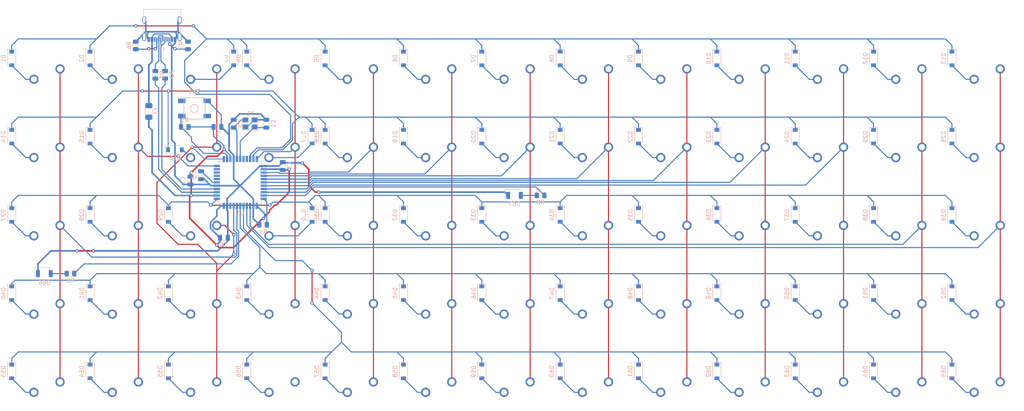
<source format=kicad_pcb>
(kicad_pcb (version 20171130) (host pcbnew 5.1.9+dfsg1-1)
  (layers (0 F.Cu signal) (31 B.Cu signal) (34 B.Paste user) (35 F.Paste user) (36 B.SilkS user) (37 F.SilkS user) (38 B.Mask user) (39 F.Mask user) (44 Edge.Cuts user))
  (net 0 "")
  (net 1 GND)
  (net 2 "Net-(C1-Pad1)")
  (net 3 "Net-(C2-Pad1)")
  (net 4 "Net-(C3-Pad1)")
  (net 5 +5V)
  (net 6 "Net-(D1-Pad2)")
  (net 7 ROW0)
  (net 8 "Net-(D2-Pad2)")
  (net 9 "Net-(D3-Pad2)")
  (net 10 "Net-(D4-Pad2)")
  (net 11 "Net-(D5-Pad2)")
  (net 12 "Net-(D6-Pad2)")
  (net 13 "Net-(D7-Pad2)")
  (net 14 "Net-(D8-Pad2)")
  (net 15 "Net-(D9-Pad2)")
  (net 16 "Net-(D10-Pad2)")
  (net 17 "Net-(D11-Pad2)")
  (net 18 "Net-(D12-Pad2)")
  (net 19 "Net-(D13-Pad2)")
  (net 20 "Net-(D14-Pad2)")
  (net 21 ROW1)
  (net 22 "Net-(D15-Pad2)")
  (net 23 "Net-(D16-Pad2)")
  (net 24 "Net-(D17-Pad2)")
  (net 25 "Net-(D18-Pad2)")
  (net 26 "Net-(D19-Pad2)")
  (net 27 "Net-(D20-Pad2)")
  (net 28 "Net-(D21-Pad2)")
  (net 29 "Net-(D22-Pad2)")
  (net 30 "Net-(D23-Pad2)")
  (net 31 "Net-(D24-Pad2)")
  (net 32 "Net-(D25-Pad2)")
  (net 33 "Net-(D26-Pad2)")
  (net 34 "Net-(D27-Pad2)")
  (net 35 ROW2)
  (net 36 "Net-(D28-Pad2)")
  (net 37 "Net-(D29-Pad2)")
  (net 38 "Net-(D30-Pad2)")
  (net 39 "Net-(D31-Pad2)")
  (net 40 "Net-(D32-Pad2)")
  (net 41 "Net-(D33-Pad2)")
  (net 42 "Net-(D34-Pad2)")
  (net 43 "Net-(D35-Pad2)")
  (net 44 "Net-(D36-Pad2)")
  (net 45 "Net-(D37-Pad2)")
  (net 46 "Net-(D38-Pad2)")
  (net 47 "Net-(D39-Pad2)")
  (net 48 "Net-(D40-Pad2)")
  (net 49 ROW3)
  (net 50 "Net-(D41-Pad2)")
  (net 51 "Net-(D42-Pad2)")
  (net 52 "Net-(D43-Pad2)")
  (net 53 "Net-(D44-Pad2)")
  (net 54 "Net-(D45-Pad2)")
  (net 55 "Net-(D46-Pad2)")
  (net 56 "Net-(D47-Pad2)")
  (net 57 "Net-(D48-Pad2)")
  (net 58 "Net-(D49-Pad2)")
  (net 59 "Net-(D50-Pad2)")
  (net 60 "Net-(D51-Pad2)")
  (net 61 "Net-(D52-Pad2)")
  (net 62 "Net-(D53-Pad2)")
  (net 63 ROW4)
  (net 64 "Net-(D54-Pad2)")
  (net 65 "Net-(D55-Pad2)")
  (net 66 "Net-(D56-Pad2)")
  (net 67 "Net-(D57-Pad2)")
  (net 68 "Net-(D58-Pad2)")
  (net 69 "Net-(D59-Pad2)")
  (net 70 "Net-(D60-Pad2)")
  (net 71 "Net-(D61-Pad2)")
  (net 72 "Net-(D62-Pad2)")
  (net 73 "Net-(D63-Pad2)")
  (net 74 "Net-(D64-Pad2)")
  (net 75 "Net-(D65-Pad2)")
  (net 76 "Net-(D66-Pad2)")
  (net 77 "Net-(D67-Pad2)")
  (net 78 VCC)
  (net 79 "Net-(J1-PadB5)")
  (net 80 D+)
  (net 81 "Net-(J1-PadA8)")
  (net 82 "Net-(J1-PadA5)")
  (net 83 "Net-(J1-PadB8)")
  (net 84 D-)
  (net 85 COL0)
  (net 86 COL1)
  (net 87 COL2)
  (net 88 COL3)
  (net 89 COL4)
  (net 90 COL5)
  (net 91 COL6)
  (net 92 COL7)
  (net 93 COL8)
  (net 94 COL9)
  (net 95 COL10)
  (net 96 COL11)
  (net 97 COL12)
  (net 98 "Net-(R1-Pad2)")
  (net 99 "Net-(R2-Pad1)")
  (net 100 "Net-(R3-Pad1)")
  (net 101 "Net-(R4-Pad2)")
  (net 102 LED0)
  (net 103 LED1)
  (net 104 "Net-(U1-Pad42)")
  (net 105 "Net-(U1-Pad19)")
  (net 106 "Net-(U1-Pad18)")
  (net 107 "Net-(U1-Pad10)")
  (net 108 "Net-(U1-Pad9)")
  (net 109 "Net-(U1-Pad8)")
  (module MX_Only:MXOnly-1U-NoLED (layer F.Cu) (at 166.6875 79.375 180)
    (fp_text reference MX34)
    (fp_text value MX-NoLED)
    (pad 2 thru_hole circle (at 2.54 -5.08 180) (size 2.25 2.25) (drill 1.47) (layers *.Cu B.Mask) (net 42 "Net-(D34-Pad2)"))
    (pad "" np_thru_hole circle (at 0 0 180) (size 3.9878 3.9878) (drill 3.9878) (layers *.Cu *.Mask))
    (pad 1 thru_hole circle (at -3.81 -2.54 180) (size 2.25 2.25) (drill 1.47) (layers *.Cu B.Mask) (net 92 COL7))
    (pad "" np_thru_hole circle (at -5.08 0 228.0996) (size 1.75 1.75) (drill 1.75) (layers *.Cu *.Mask))
    (pad "" np_thru_hole circle (at 5.08 0 228.0996) (size 1.75 1.75) (drill 1.75) (layers *.Cu *.Mask))
  )
  (module MX_Only:MXOnly-1U-NoLED (layer F.Cu) (at 90.4875 79.375 180)
    (fp_text reference MX30)
    (fp_text value MX-NoLED)
    (pad 2 thru_hole circle (at 2.54 -5.08 180) (size 2.25 2.25) (drill 1.47) (layers *.Cu B.Mask) (net 38 "Net-(D30-Pad2)"))
    (pad "" np_thru_hole circle (at 0 0 180) (size 3.9878 3.9878) (drill 3.9878) (layers *.Cu *.Mask))
    (pad 1 thru_hole circle (at -3.81 -2.54 180) (size 2.25 2.25) (drill 1.47) (layers *.Cu B.Mask) (net 88 COL3))
    (pad "" np_thru_hole circle (at -5.08 0 228.0996) (size 1.75 1.75) (drill 1.75) (layers *.Cu *.Mask))
    (pad "" np_thru_hole circle (at 5.08 0 228.0996) (size 1.75 1.75) (drill 1.75) (layers *.Cu *.Mask))
  )
  (module MX_Only:MXOnly-1U-NoLED (layer F.Cu) (at 71.4375 79.375 180)
    (fp_text reference MX29)
    (fp_text value MX-NoLED)
    (pad 2 thru_hole circle (at 2.54 -5.08 180) (size 2.25 2.25) (drill 1.47) (layers *.Cu B.Mask) (net 37 "Net-(D29-Pad2)"))
    (pad "" np_thru_hole circle (at 0 0 180) (size 3.9878 3.9878) (drill 3.9878) (layers *.Cu *.Mask))
    (pad 1 thru_hole circle (at -3.81 -2.54 180) (size 2.25 2.25) (drill 1.47) (layers *.Cu B.Mask) (net 87 COL2))
    (pad "" np_thru_hole circle (at -5.08 0 228.0996) (size 1.75 1.75) (drill 1.75) (layers *.Cu *.Mask))
    (pad "" np_thru_hole circle (at 5.08 0 228.0996) (size 1.75 1.75) (drill 1.75) (layers *.Cu *.Mask))
  )
  (module MX_Only:MXOnly-1U-NoLED (layer F.Cu) (at 71.4375 60.325 180)
    (fp_text reference MX16)
    (fp_text value MX-NoLED)
    (pad 2 thru_hole circle (at 2.54 -5.08 180) (size 2.25 2.25) (drill 1.47) (layers *.Cu B.Mask) (net 23 "Net-(D16-Pad2)"))
    (pad "" np_thru_hole circle (at 0 0 180) (size 3.9878 3.9878) (drill 3.9878) (layers *.Cu *.Mask))
    (pad 1 thru_hole circle (at -3.81 -2.54 180) (size 2.25 2.25) (drill 1.47) (layers *.Cu B.Mask) (net 87 COL2))
    (pad "" np_thru_hole circle (at -5.08 0 228.0996) (size 1.75 1.75) (drill 1.75) (layers *.Cu *.Mask))
    (pad "" np_thru_hole circle (at 5.08 0 228.0996) (size 1.75 1.75) (drill 1.75) (layers *.Cu *.Mask))
  )
  (module Fuse:Fuse_1206_3216Metric (layer B.Cu) (at 58.7375 54.1625 90)
    (fp_text reference F1 (at 0 1.82 90) (layer B.SilkS) (effects (justify mirror)))
    (fp_text value 500mA)
    (pad 2 smd roundrect (at 1.4 0 90) (size 1.25 1.75) (layers B.Cu B.Paste B.Mask) (roundrect_rratio 0.2) (net 78 VCC))
    (pad 1 smd roundrect (at -1.4 0 90) (size 1.25 1.75) (layers B.Cu B.Paste B.Mask) (roundrect_rratio 0.2) (net 5 +5V))
  )
  (module Crystal:Crystal_SMD_3225-4Pin_3.2x2.5mm (layer B.Cu) (at 83.34375 57.09375 180)
    (fp_text reference Y1 (at 0 2.45) (layer B.SilkS) (effects (justify mirror)))
    (fp_text value 16MHz)
    (pad 4 smd rect (at -1.1 0.85 180) (size 1.4 1.2) (layers B.Cu B.Paste B.Mask) (net 1 GND))
    (pad 3 smd rect (at 1.1 0.85 180) (size 1.4 1.2) (layers B.Cu B.Paste B.Mask) (net 3 "Net-(C2-Pad1)"))
    (pad 2 smd rect (at 1.1 -0.85 180) (size 1.4 1.2) (layers B.Cu B.Paste B.Mask) (net 1 GND))
    (pad 1 smd rect (at -1.1 -0.85 180) (size 1.4 1.2) (layers B.Cu B.Paste B.Mask) (net 2 "Net-(C1-Pad1)"))
  )
  (module Package_QFP:TQFP-44_10x10mm_P0.8mm (layer B.Cu) (at 80.9625 71.4375)
    (fp_text reference U1 (at 0 7.45) (layer B.SilkS) (effects (justify mirror)))
    (fp_text value ATmega32U4-AU)
    (pad 44 smd rect (at -4 5.7 270) (size 1.5 0.55) (layers B.Cu B.Paste B.Mask) (net 5 +5V))
    (pad 43 smd rect (at -3.2 5.7 270) (size 1.5 0.55) (layers B.Cu B.Paste B.Mask) (net 1 GND))
    (pad 42 smd rect (at -2.4 5.7 270) (size 1.5 0.55) (layers B.Cu B.Paste B.Mask) (net 104 "Net-(U1-Pad42)"))
    (pad 41 smd rect (at -1.6 5.7 270) (size 1.5 0.55) (layers B.Cu B.Paste B.Mask) (net 85 COL0))
    (pad 40 smd rect (at -0.8 5.7 270) (size 1.5 0.55) (layers B.Cu B.Paste B.Mask) (net 102 LED0))
    (pad 39 smd rect (at 0 5.7 270) (size 1.5 0.55) (layers B.Cu B.Paste B.Mask) (net 49 ROW3))
    (pad 38 smd rect (at 0.8 5.7 270) (size 1.5 0.55) (layers B.Cu B.Paste B.Mask) (net 63 ROW4))
    (pad 37 smd rect (at 1.6 5.7 270) (size 1.5 0.55) (layers B.Cu B.Paste B.Mask) (net 97 COL12))
    (pad 36 smd rect (at 2.4 5.7 270) (size 1.5 0.55) (layers B.Cu B.Paste B.Mask) (net 96 COL11))
    (pad 35 smd rect (at 3.2 5.7 270) (size 1.5 0.55) (layers B.Cu B.Paste B.Mask) (net 1 GND))
    (pad 34 smd rect (at 4 5.7 270) (size 1.5 0.55) (layers B.Cu B.Paste B.Mask) (net 5 +5V))
    (pad 33 smd rect (at 5.7 4) (size 1.5 0.55) (layers B.Cu B.Paste B.Mask) (net 101 "Net-(R4-Pad2)"))
    (pad 32 smd rect (at 5.7 3.2) (size 1.5 0.55) (layers B.Cu B.Paste B.Mask) (net 103 LED1))
    (pad 31 smd rect (at 5.7 2.4) (size 1.5 0.55) (layers B.Cu B.Paste B.Mask) (net 95 COL10))
    (pad 30 smd rect (at 5.7 1.6) (size 1.5 0.55) (layers B.Cu B.Paste B.Mask) (net 94 COL9))
    (pad 29 smd rect (at 5.7 0.8) (size 1.5 0.55) (layers B.Cu B.Paste B.Mask) (net 93 COL8))
    (pad 28 smd rect (at 5.7 0) (size 1.5 0.55) (layers B.Cu B.Paste B.Mask) (net 92 COL7))
    (pad 27 smd rect (at 5.7 -0.8) (size 1.5 0.55) (layers B.Cu B.Paste B.Mask) (net 91 COL6))
    (pad 26 smd rect (at 5.7 -1.6) (size 1.5 0.55) (layers B.Cu B.Paste B.Mask) (net 90 COL5))
    (pad 25 smd rect (at 5.7 -2.4) (size 1.5 0.55) (layers B.Cu B.Paste B.Mask) (net 89 COL4))
    (pad 24 smd rect (at 5.7 -3.2) (size 1.5 0.55) (layers B.Cu B.Paste B.Mask) (net 5 +5V))
    (pad 23 smd rect (at 5.7 -4) (size 1.5 0.55) (layers B.Cu B.Paste B.Mask) (net 1 GND))
    (pad 22 smd rect (at 4 -5.7 270) (size 1.5 0.55) (layers B.Cu B.Paste B.Mask) (net 88 COL3))
    (pad 21 smd rect (at 3.2 -5.7 270) (size 1.5 0.55) (layers B.Cu B.Paste B.Mask) (net 21 ROW1))
    (pad 20 smd rect (at 2.4 -5.7 270) (size 1.5 0.55) (layers B.Cu B.Paste B.Mask) (net 7 ROW0))
    (pad 19 smd rect (at 1.6 -5.7 270) (size 1.5 0.55) (layers B.Cu B.Paste B.Mask) (net 105 "Net-(U1-Pad19)"))
    (pad 18 smd rect (at 0.8 -5.7 270) (size 1.5 0.55) (layers B.Cu B.Paste B.Mask) (net 106 "Net-(U1-Pad18)"))
    (pad 17 smd rect (at 0 -5.7 270) (size 1.5 0.55) (layers B.Cu B.Paste B.Mask) (net 2 "Net-(C1-Pad1)"))
    (pad 16 smd rect (at -0.8 -5.7 270) (size 1.5 0.55) (layers B.Cu B.Paste B.Mask) (net 3 "Net-(C2-Pad1)"))
    (pad 15 smd rect (at -1.6 -5.7 270) (size 1.5 0.55) (layers B.Cu B.Paste B.Mask) (net 1 GND))
    (pad 14 smd rect (at -2.4 -5.7 270) (size 1.5 0.55) (layers B.Cu B.Paste B.Mask) (net 5 +5V))
    (pad 13 smd rect (at -3.2 -5.7 270) (size 1.5 0.55) (layers B.Cu B.Paste B.Mask) (net 98 "Net-(R1-Pad2)"))
    (pad 12 smd rect (at -4 -5.7 270) (size 1.5 0.55) (layers B.Cu B.Paste B.Mask) (net 87 COL2))
    (pad 11 smd rect (at -5.7 -4) (size 1.5 0.55) (layers B.Cu B.Paste B.Mask) (net 86 COL1))
    (pad 10 smd rect (at -5.7 -3.2) (size 1.5 0.55) (layers B.Cu B.Paste B.Mask) (net 107 "Net-(U1-Pad10)"))
    (pad 9 smd rect (at -5.7 -2.4) (size 1.5 0.55) (layers B.Cu B.Paste B.Mask) (net 108 "Net-(U1-Pad9)"))
    (pad 8 smd rect (at -5.7 -1.6) (size 1.5 0.55) (layers B.Cu B.Paste B.Mask) (net 109 "Net-(U1-Pad8)"))
    (pad 7 smd rect (at -5.7 -0.8) (size 1.5 0.55) (layers B.Cu B.Paste B.Mask) (net 5 +5V))
    (pad 6 smd rect (at -5.7 0) (size 1.5 0.55) (layers B.Cu B.Paste B.Mask) (net 4 "Net-(C3-Pad1)"))
    (pad 5 smd rect (at -5.7 0.8) (size 1.5 0.55) (layers B.Cu B.Paste B.Mask) (net 1 GND))
    (pad 4 smd rect (at -5.7 1.6) (size 1.5 0.55) (layers B.Cu B.Paste B.Mask) (net 99 "Net-(R2-Pad1)"))
    (pad 3 smd rect (at -5.7 2.4) (size 1.5 0.55) (layers B.Cu B.Paste B.Mask) (net 100 "Net-(R3-Pad1)"))
    (pad 2 smd rect (at -5.7 3.2) (size 1.5 0.55) (layers B.Cu B.Paste B.Mask) (net 5 +5V))
    (pad 1 smd rect (at -5.7 4) (size 1.5 0.55) (layers B.Cu B.Paste B.Mask) (net 35 ROW2))
  )
  (module random-keyboard-parts:SKQG-1155865 (layer B.Cu) (at 69.85 53.44375)
    (fp_text reference SW1 (at 0 -4.064) (layer B.SilkS) (effects (justify mirror)))
    (fp_text value SW_Push)
    (pad 1 smd rect (at 3.1 -1.85) (size 1.8 1.1) (layers B.Cu B.Paste B.Mask) (net 1 GND))
    (pad 2 smd rect (at -3.1 1.85) (size 1.8 1.1) (layers B.Cu B.Paste B.Mask) (net 98 "Net-(R1-Pad2)"))
    (pad 3 smd rect (at 3.1 1.85) (size 1.8 1.1) (layers B.Cu B.Paste B.Mask))
    (pad 4 smd rect (at -3.1 -1.85) (size 1.8 1.1) (layers B.Cu B.Paste B.Mask))
  )
  (module Resistor_SMD:R_0805_2012Metric (layer B.Cu) (at 153.9875 74.6125)
    (fp_text reference R8 (at 0 1.65) (layer B.SilkS) (effects (justify mirror)))
    (fp_text value 80)
    (pad 2 smd roundrect (at 0.9125 0) (size 1.025 1.4) (layers B.Cu B.Paste B.Mask) (roundrect_rratio 0.243902) (net 103 LED1))
    (pad 1 smd roundrect (at -0.9125 0) (size 1.025 1.4) (layers B.Cu B.Paste B.Mask) (roundrect_rratio 0.243902) (net 77 "Net-(D67-Pad2)"))
  )
  (module Resistor_SMD:R_0805_2012Metric (layer B.Cu) (at 68.2625 38.1 270)
    (fp_text reference R7 (at 0 1.65 90) (layer B.SilkS) (effects (justify mirror)))
    (fp_text value 5.1k)
    (pad 2 smd roundrect (at 0.9125 0 270) (size 1.025 1.4) (layers B.Cu B.Paste B.Mask) (roundrect_rratio 0.243902) (net 79 "Net-(J1-PadB5)"))
    (pad 1 smd roundrect (at -0.9125 0 270) (size 1.025 1.4) (layers B.Cu B.Paste B.Mask) (roundrect_rratio 0.243902) (net 1 GND))
  )
  (module Resistor_SMD:R_0805_2012Metric (layer B.Cu) (at 55.5625 38.1 270)
    (fp_text reference R6 (at 0 1.65 90) (layer B.SilkS) (effects (justify mirror)))
    (fp_text value 5.1k)
    (pad 2 smd roundrect (at 0.9125 0 270) (size 1.025 1.4) (layers B.Cu B.Paste B.Mask) (roundrect_rratio 0.243902) (net 82 "Net-(J1-PadA5)"))
    (pad 1 smd roundrect (at -0.9125 0 270) (size 1.025 1.4) (layers B.Cu B.Paste B.Mask) (roundrect_rratio 0.243902) (net 1 GND))
  )
  (module Resistor_SMD:R_0805_2012Metric (layer B.Cu) (at 39.6875 93.6625)
    (fp_text reference R5 (at 0 1.65) (layer B.SilkS) (effects (justify mirror)))
    (fp_text value 80)
    (pad 2 smd roundrect (at 0.9125 0) (size 1.025 1.4) (layers B.Cu B.Paste B.Mask) (roundrect_rratio 0.243902) (net 102 LED0))
    (pad 1 smd roundrect (at -0.9125 0) (size 1.025 1.4) (layers B.Cu B.Paste B.Mask) (roundrect_rratio 0.243902) (net 76 "Net-(D66-Pad2)"))
  )
  (module Resistor_SMD:R_0805_2012Metric (layer B.Cu) (at 86.51875 81.75625)
    (fp_text reference R4 (at 0 1.65) (layer B.SilkS) (effects (justify mirror)))
    (fp_text value 10k)
    (pad 2 smd roundrect (at 0.9125 0) (size 1.025 1.4) (layers B.Cu B.Paste B.Mask) (roundrect_rratio 0.243902) (net 101 "Net-(R4-Pad2)"))
    (pad 1 smd roundrect (at -0.9125 0) (size 1.025 1.4) (layers B.Cu B.Paste B.Mask) (roundrect_rratio 0.243902) (net 1 GND))
  )
  (module Resistor_SMD:R_0805_2012Metric (layer B.Cu) (at 60.325 45.24375 90)
    (fp_text reference R3 (at 0 1.65 90) (layer B.SilkS) (effects (justify mirror)))
    (fp_text value 22)
    (pad 2 smd roundrect (at 0.9125 0 90) (size 1.025 1.4) (layers B.Cu B.Paste B.Mask) (roundrect_rratio 0.243902) (net 84 D-))
    (pad 1 smd roundrect (at -0.9125 0 90) (size 1.025 1.4) (layers B.Cu B.Paste B.Mask) (roundrect_rratio 0.243902) (net 100 "Net-(R3-Pad1)"))
  )
  (module Resistor_SMD:R_0805_2012Metric (layer B.Cu) (at 62.70625 45.24375 90)
    (fp_text reference R2 (at 0 1.65 90) (layer B.SilkS) (effects (justify mirror)))
    (fp_text value 22)
    (pad 2 smd roundrect (at 0.9125 0 90) (size 1.025 1.4) (layers B.Cu B.Paste B.Mask) (roundrect_rratio 0.243902) (net 80 D+))
    (pad 1 smd roundrect (at -0.9125 0 90) (size 1.025 1.4) (layers B.Cu B.Paste B.Mask) (roundrect_rratio 0.243902) (net 99 "Net-(R2-Pad1)"))
  )
  (module Resistor_SMD:R_0805_2012Metric (layer B.Cu) (at 67.46875 57.94375 180)
    (fp_text reference R1 (at 0 1.65) (layer B.SilkS) (effects (justify mirror)))
    (fp_text value 10k)
    (pad 2 smd roundrect (at 0.9125 0 180) (size 1.025 1.4) (layers B.Cu B.Paste B.Mask) (roundrect_rratio 0.243902) (net 98 "Net-(R1-Pad2)"))
    (pad 1 smd roundrect (at -0.9125 0 180) (size 1.025 1.4) (layers B.Cu B.Paste B.Mask) (roundrect_rratio 0.243902) (net 5 +5V))
  )
  (module MX_Only:MXOnly-1U-NoLED (layer F.Cu) (at 261.9375 117.475 180)
    (fp_text reference MX65)
    (fp_text value MX-NoLED)
    (pad 2 thru_hole circle (at 2.54 -5.08 180) (size 2.25 2.25) (drill 1.47) (layers *.Cu B.Mask) (net 75 "Net-(D65-Pad2)"))
    (pad "" np_thru_hole circle (at 0 0 180) (size 3.9878 3.9878) (drill 3.9878) (layers *.Cu *.Mask))
    (pad 1 thru_hole circle (at -3.81 -2.54 180) (size 2.25 2.25) (drill 1.47) (layers *.Cu B.Mask) (net 97 COL12))
    (pad "" np_thru_hole circle (at -5.08 0 228.0996) (size 1.75 1.75) (drill 1.75) (layers *.Cu *.Mask))
    (pad "" np_thru_hole circle (at 5.08 0 228.0996) (size 1.75 1.75) (drill 1.75) (layers *.Cu *.Mask))
  )
  (module MX_Only:MXOnly-1U-NoLED (layer F.Cu) (at 242.8875 117.475 180)
    (fp_text reference MX64)
    (fp_text value MX-NoLED)
    (pad 2 thru_hole circle (at 2.54 -5.08 180) (size 2.25 2.25) (drill 1.47) (layers *.Cu B.Mask) (net 74 "Net-(D64-Pad2)"))
    (pad "" np_thru_hole circle (at 0 0 180) (size 3.9878 3.9878) (drill 3.9878) (layers *.Cu *.Mask))
    (pad 1 thru_hole circle (at -3.81 -2.54 180) (size 2.25 2.25) (drill 1.47) (layers *.Cu B.Mask) (net 96 COL11))
    (pad "" np_thru_hole circle (at -5.08 0 228.0996) (size 1.75 1.75) (drill 1.75) (layers *.Cu *.Mask))
    (pad "" np_thru_hole circle (at 5.08 0 228.0996) (size 1.75 1.75) (drill 1.75) (layers *.Cu *.Mask))
  )
  (module MX_Only:MXOnly-1U-NoLED (layer F.Cu) (at 223.8375 117.475 180)
    (fp_text reference MX63)
    (fp_text value MX-NoLED)
    (pad 2 thru_hole circle (at 2.54 -5.08 180) (size 2.25 2.25) (drill 1.47) (layers *.Cu B.Mask) (net 73 "Net-(D63-Pad2)"))
    (pad "" np_thru_hole circle (at 0 0 180) (size 3.9878 3.9878) (drill 3.9878) (layers *.Cu *.Mask))
    (pad 1 thru_hole circle (at -3.81 -2.54 180) (size 2.25 2.25) (drill 1.47) (layers *.Cu B.Mask) (net 95 COL10))
    (pad "" np_thru_hole circle (at -5.08 0 228.0996) (size 1.75 1.75) (drill 1.75) (layers *.Cu *.Mask))
    (pad "" np_thru_hole circle (at 5.08 0 228.0996) (size 1.75 1.75) (drill 1.75) (layers *.Cu *.Mask))
  )
  (module MX_Only:MXOnly-1U-NoLED (layer F.Cu) (at 204.7875 117.475 180)
    (fp_text reference MX62)
    (fp_text value MX-NoLED)
    (pad 2 thru_hole circle (at 2.54 -5.08 180) (size 2.25 2.25) (drill 1.47) (layers *.Cu B.Mask) (net 72 "Net-(D62-Pad2)"))
    (pad "" np_thru_hole circle (at 0 0 180) (size 3.9878 3.9878) (drill 3.9878) (layers *.Cu *.Mask))
    (pad 1 thru_hole circle (at -3.81 -2.54 180) (size 2.25 2.25) (drill 1.47) (layers *.Cu B.Mask) (net 94 COL9))
    (pad "" np_thru_hole circle (at -5.08 0 228.0996) (size 1.75 1.75) (drill 1.75) (layers *.Cu *.Mask))
    (pad "" np_thru_hole circle (at 5.08 0 228.0996) (size 1.75 1.75) (drill 1.75) (layers *.Cu *.Mask))
  )
  (module MX_Only:MXOnly-1U-NoLED (layer F.Cu) (at 185.7375 117.475 180)
    (fp_text reference MX61)
    (fp_text value MX-NoLED)
    (pad 2 thru_hole circle (at 2.54 -5.08 180) (size 2.25 2.25) (drill 1.47) (layers *.Cu B.Mask) (net 71 "Net-(D61-Pad2)"))
    (pad "" np_thru_hole circle (at 0 0 180) (size 3.9878 3.9878) (drill 3.9878) (layers *.Cu *.Mask))
    (pad 1 thru_hole circle (at -3.81 -2.54 180) (size 2.25 2.25) (drill 1.47) (layers *.Cu B.Mask) (net 93 COL8))
    (pad "" np_thru_hole circle (at -5.08 0 228.0996) (size 1.75 1.75) (drill 1.75) (layers *.Cu *.Mask))
    (pad "" np_thru_hole circle (at 5.08 0 228.0996) (size 1.75 1.75) (drill 1.75) (layers *.Cu *.Mask))
  )
  (module MX_Only:MXOnly-1U-NoLED (layer F.Cu) (at 166.6875 117.475 180)
    (fp_text reference MX60)
    (fp_text value MX-NoLED)
    (pad 2 thru_hole circle (at 2.54 -5.08 180) (size 2.25 2.25) (drill 1.47) (layers *.Cu B.Mask) (net 70 "Net-(D60-Pad2)"))
    (pad "" np_thru_hole circle (at 0 0 180) (size 3.9878 3.9878) (drill 3.9878) (layers *.Cu *.Mask))
    (pad 1 thru_hole circle (at -3.81 -2.54 180) (size 2.25 2.25) (drill 1.47) (layers *.Cu B.Mask) (net 92 COL7))
    (pad "" np_thru_hole circle (at -5.08 0 228.0996) (size 1.75 1.75) (drill 1.75) (layers *.Cu *.Mask))
    (pad "" np_thru_hole circle (at 5.08 0 228.0996) (size 1.75 1.75) (drill 1.75) (layers *.Cu *.Mask))
  )
  (module MX_Only:MXOnly-1U-NoLED (layer F.Cu) (at 147.6375 117.475 180)
    (fp_text reference MX59)
    (fp_text value MX-NoLED)
    (pad 2 thru_hole circle (at 2.54 -5.08 180) (size 2.25 2.25) (drill 1.47) (layers *.Cu B.Mask) (net 69 "Net-(D59-Pad2)"))
    (pad "" np_thru_hole circle (at 0 0 180) (size 3.9878 3.9878) (drill 3.9878) (layers *.Cu *.Mask))
    (pad 1 thru_hole circle (at -3.81 -2.54 180) (size 2.25 2.25) (drill 1.47) (layers *.Cu B.Mask) (net 91 COL6))
    (pad "" np_thru_hole circle (at -5.08 0 228.0996) (size 1.75 1.75) (drill 1.75) (layers *.Cu *.Mask))
    (pad "" np_thru_hole circle (at 5.08 0 228.0996) (size 1.75 1.75) (drill 1.75) (layers *.Cu *.Mask))
  )
  (module MX_Only:MXOnly-1U-NoLED (layer F.Cu) (at 128.5875 117.475 180)
    (fp_text reference MX58)
    (fp_text value MX-NoLED)
    (pad 2 thru_hole circle (at 2.54 -5.08 180) (size 2.25 2.25) (drill 1.47) (layers *.Cu B.Mask) (net 68 "Net-(D58-Pad2)"))
    (pad "" np_thru_hole circle (at 0 0 180) (size 3.9878 3.9878) (drill 3.9878) (layers *.Cu *.Mask))
    (pad 1 thru_hole circle (at -3.81 -2.54 180) (size 2.25 2.25) (drill 1.47) (layers *.Cu B.Mask) (net 90 COL5))
    (pad "" np_thru_hole circle (at -5.08 0 228.0996) (size 1.75 1.75) (drill 1.75) (layers *.Cu *.Mask))
    (pad "" np_thru_hole circle (at 5.08 0 228.0996) (size 1.75 1.75) (drill 1.75) (layers *.Cu *.Mask))
  )
  (module MX_Only:MXOnly-1U-NoLED (layer F.Cu) (at 109.5375 117.475 180)
    (fp_text reference MX57)
    (fp_text value MX-NoLED)
    (pad 2 thru_hole circle (at 2.54 -5.08 180) (size 2.25 2.25) (drill 1.47) (layers *.Cu B.Mask) (net 67 "Net-(D57-Pad2)"))
    (pad "" np_thru_hole circle (at 0 0 180) (size 3.9878 3.9878) (drill 3.9878) (layers *.Cu *.Mask))
    (pad 1 thru_hole circle (at -3.81 -2.54 180) (size 2.25 2.25) (drill 1.47) (layers *.Cu B.Mask) (net 89 COL4))
    (pad "" np_thru_hole circle (at -5.08 0 228.0996) (size 1.75 1.75) (drill 1.75) (layers *.Cu *.Mask))
    (pad "" np_thru_hole circle (at 5.08 0 228.0996) (size 1.75 1.75) (drill 1.75) (layers *.Cu *.Mask))
  )
  (module MX_Only:MXOnly-1U-NoLED (layer F.Cu) (at 90.4875 117.475 180)
    (fp_text reference MX56)
    (fp_text value MX-NoLED)
    (pad 2 thru_hole circle (at 2.54 -5.08 180) (size 2.25 2.25) (drill 1.47) (layers *.Cu B.Mask) (net 66 "Net-(D56-Pad2)"))
    (pad "" np_thru_hole circle (at 0 0 180) (size 3.9878 3.9878) (drill 3.9878) (layers *.Cu *.Mask))
    (pad 1 thru_hole circle (at -3.81 -2.54 180) (size 2.25 2.25) (drill 1.47) (layers *.Cu B.Mask) (net 88 COL3))
    (pad "" np_thru_hole circle (at -5.08 0 228.0996) (size 1.75 1.75) (drill 1.75) (layers *.Cu *.Mask))
    (pad "" np_thru_hole circle (at 5.08 0 228.0996) (size 1.75 1.75) (drill 1.75) (layers *.Cu *.Mask))
  )
  (module MX_Only:MXOnly-1U-NoLED (layer F.Cu) (at 71.4375 117.475 180)
    (fp_text reference MX55)
    (fp_text value MX-NoLED)
    (pad 2 thru_hole circle (at 2.54 -5.08 180) (size 2.25 2.25) (drill 1.47) (layers *.Cu B.Mask) (net 65 "Net-(D55-Pad2)"))
    (pad "" np_thru_hole circle (at 0 0 180) (size 3.9878 3.9878) (drill 3.9878) (layers *.Cu *.Mask))
    (pad 1 thru_hole circle (at -3.81 -2.54 180) (size 2.25 2.25) (drill 1.47) (layers *.Cu B.Mask) (net 87 COL2))
    (pad "" np_thru_hole circle (at -5.08 0 228.0996) (size 1.75 1.75) (drill 1.75) (layers *.Cu *.Mask))
    (pad "" np_thru_hole circle (at 5.08 0 228.0996) (size 1.75 1.75) (drill 1.75) (layers *.Cu *.Mask))
  )
  (module MX_Only:MXOnly-1U-NoLED (layer F.Cu) (at 52.3875 117.475 180)
    (fp_text reference MX54)
    (fp_text value MX-NoLED)
    (pad 2 thru_hole circle (at 2.54 -5.08 180) (size 2.25 2.25) (drill 1.47) (layers *.Cu B.Mask) (net 64 "Net-(D54-Pad2)"))
    (pad "" np_thru_hole circle (at 0 0 180) (size 3.9878 3.9878) (drill 3.9878) (layers *.Cu *.Mask))
    (pad 1 thru_hole circle (at -3.81 -2.54 180) (size 2.25 2.25) (drill 1.47) (layers *.Cu B.Mask) (net 86 COL1))
    (pad "" np_thru_hole circle (at -5.08 0 228.0996) (size 1.75 1.75) (drill 1.75) (layers *.Cu *.Mask))
    (pad "" np_thru_hole circle (at 5.08 0 228.0996) (size 1.75 1.75) (drill 1.75) (layers *.Cu *.Mask))
  )
  (module MX_Only:MXOnly-1U-NoLED (layer F.Cu) (at 33.3375 117.475 180)
    (fp_text reference MX53)
    (fp_text value MX-NoLED)
    (pad 2 thru_hole circle (at 2.54 -5.08 180) (size 2.25 2.25) (drill 1.47) (layers *.Cu B.Mask) (net 62 "Net-(D53-Pad2)"))
    (pad "" np_thru_hole circle (at 0 0 180) (size 3.9878 3.9878) (drill 3.9878) (layers *.Cu *.Mask))
    (pad 1 thru_hole circle (at -3.81 -2.54 180) (size 2.25 2.25) (drill 1.47) (layers *.Cu B.Mask) (net 85 COL0))
    (pad "" np_thru_hole circle (at -5.08 0 228.0996) (size 1.75 1.75) (drill 1.75) (layers *.Cu *.Mask))
    (pad "" np_thru_hole circle (at 5.08 0 228.0996) (size 1.75 1.75) (drill 1.75) (layers *.Cu *.Mask))
  )
  (module MX_Only:MXOnly-1U-NoLED (layer F.Cu) (at 261.9375 98.425 180)
    (fp_text reference MX52)
    (fp_text value MX-NoLED)
    (pad 2 thru_hole circle (at 2.54 -5.08 180) (size 2.25 2.25) (drill 1.47) (layers *.Cu B.Mask) (net 61 "Net-(D52-Pad2)"))
    (pad "" np_thru_hole circle (at 0 0 180) (size 3.9878 3.9878) (drill 3.9878) (layers *.Cu *.Mask))
    (pad 1 thru_hole circle (at -3.81 -2.54 180) (size 2.25 2.25) (drill 1.47) (layers *.Cu B.Mask) (net 97 COL12))
    (pad "" np_thru_hole circle (at -5.08 0 228.0996) (size 1.75 1.75) (drill 1.75) (layers *.Cu *.Mask))
    (pad "" np_thru_hole circle (at 5.08 0 228.0996) (size 1.75 1.75) (drill 1.75) (layers *.Cu *.Mask))
  )
  (module MX_Only:MXOnly-1U-NoLED (layer F.Cu) (at 242.8875 98.425 180)
    (fp_text reference MX51)
    (fp_text value MX-NoLED)
    (pad 2 thru_hole circle (at 2.54 -5.08 180) (size 2.25 2.25) (drill 1.47) (layers *.Cu B.Mask) (net 60 "Net-(D51-Pad2)"))
    (pad "" np_thru_hole circle (at 0 0 180) (size 3.9878 3.9878) (drill 3.9878) (layers *.Cu *.Mask))
    (pad 1 thru_hole circle (at -3.81 -2.54 180) (size 2.25 2.25) (drill 1.47) (layers *.Cu B.Mask) (net 96 COL11))
    (pad "" np_thru_hole circle (at -5.08 0 228.0996) (size 1.75 1.75) (drill 1.75) (layers *.Cu *.Mask))
    (pad "" np_thru_hole circle (at 5.08 0 228.0996) (size 1.75 1.75) (drill 1.75) (layers *.Cu *.Mask))
  )
  (module MX_Only:MXOnly-1U-NoLED (layer F.Cu) (at 223.8375 98.425 180)
    (fp_text reference MX50)
    (fp_text value MX-NoLED)
    (pad 2 thru_hole circle (at 2.54 -5.08 180) (size 2.25 2.25) (drill 1.47) (layers *.Cu B.Mask) (net 59 "Net-(D50-Pad2)"))
    (pad "" np_thru_hole circle (at 0 0 180) (size 3.9878 3.9878) (drill 3.9878) (layers *.Cu *.Mask))
    (pad 1 thru_hole circle (at -3.81 -2.54 180) (size 2.25 2.25) (drill 1.47) (layers *.Cu B.Mask) (net 95 COL10))
    (pad "" np_thru_hole circle (at -5.08 0 228.0996) (size 1.75 1.75) (drill 1.75) (layers *.Cu *.Mask))
    (pad "" np_thru_hole circle (at 5.08 0 228.0996) (size 1.75 1.75) (drill 1.75) (layers *.Cu *.Mask))
  )
  (module MX_Only:MXOnly-1U-NoLED (layer F.Cu) (at 204.7875 98.425 180)
    (fp_text reference MX49)
    (fp_text value MX-NoLED)
    (pad 2 thru_hole circle (at 2.54 -5.08 180) (size 2.25 2.25) (drill 1.47) (layers *.Cu B.Mask) (net 58 "Net-(D49-Pad2)"))
    (pad "" np_thru_hole circle (at 0 0 180) (size 3.9878 3.9878) (drill 3.9878) (layers *.Cu *.Mask))
    (pad 1 thru_hole circle (at -3.81 -2.54 180) (size 2.25 2.25) (drill 1.47) (layers *.Cu B.Mask) (net 94 COL9))
    (pad "" np_thru_hole circle (at -5.08 0 228.0996) (size 1.75 1.75) (drill 1.75) (layers *.Cu *.Mask))
    (pad "" np_thru_hole circle (at 5.08 0 228.0996) (size 1.75 1.75) (drill 1.75) (layers *.Cu *.Mask))
  )
  (module MX_Only:MXOnly-1U-NoLED (layer F.Cu) (at 185.7375 98.425 180)
    (fp_text reference MX48)
    (fp_text value MX-NoLED)
    (pad 2 thru_hole circle (at 2.54 -5.08 180) (size 2.25 2.25) (drill 1.47) (layers *.Cu B.Mask) (net 57 "Net-(D48-Pad2)"))
    (pad "" np_thru_hole circle (at 0 0 180) (size 3.9878 3.9878) (drill 3.9878) (layers *.Cu *.Mask))
    (pad 1 thru_hole circle (at -3.81 -2.54 180) (size 2.25 2.25) (drill 1.47) (layers *.Cu B.Mask) (net 93 COL8))
    (pad "" np_thru_hole circle (at -5.08 0 228.0996) (size 1.75 1.75) (drill 1.75) (layers *.Cu *.Mask))
    (pad "" np_thru_hole circle (at 5.08 0 228.0996) (size 1.75 1.75) (drill 1.75) (layers *.Cu *.Mask))
  )
  (module MX_Only:MXOnly-1U-NoLED (layer F.Cu) (at 166.6875 98.425 180)
    (fp_text reference MX47)
    (fp_text value MX-NoLED)
    (pad 2 thru_hole circle (at 2.54 -5.08 180) (size 2.25 2.25) (drill 1.47) (layers *.Cu B.Mask) (net 56 "Net-(D47-Pad2)"))
    (pad "" np_thru_hole circle (at 0 0 180) (size 3.9878 3.9878) (drill 3.9878) (layers *.Cu *.Mask))
    (pad 1 thru_hole circle (at -3.81 -2.54 180) (size 2.25 2.25) (drill 1.47) (layers *.Cu B.Mask) (net 92 COL7))
    (pad "" np_thru_hole circle (at -5.08 0 228.0996) (size 1.75 1.75) (drill 1.75) (layers *.Cu *.Mask))
    (pad "" np_thru_hole circle (at 5.08 0 228.0996) (size 1.75 1.75) (drill 1.75) (layers *.Cu *.Mask))
  )
  (module MX_Only:MXOnly-1U-NoLED (layer F.Cu) (at 147.6375 98.425 180)
    (fp_text reference MX46)
    (fp_text value MX-NoLED)
    (pad 2 thru_hole circle (at 2.54 -5.08 180) (size 2.25 2.25) (drill 1.47) (layers *.Cu B.Mask) (net 55 "Net-(D46-Pad2)"))
    (pad "" np_thru_hole circle (at 0 0 180) (size 3.9878 3.9878) (drill 3.9878) (layers *.Cu *.Mask))
    (pad 1 thru_hole circle (at -3.81 -2.54 180) (size 2.25 2.25) (drill 1.47) (layers *.Cu B.Mask) (net 91 COL6))
    (pad "" np_thru_hole circle (at -5.08 0 228.0996) (size 1.75 1.75) (drill 1.75) (layers *.Cu *.Mask))
    (pad "" np_thru_hole circle (at 5.08 0 228.0996) (size 1.75 1.75) (drill 1.75) (layers *.Cu *.Mask))
  )
  (module MX_Only:MXOnly-1U-NoLED (layer F.Cu) (at 128.5875 98.425 180)
    (fp_text reference MX45)
    (fp_text value MX-NoLED)
    (pad 2 thru_hole circle (at 2.54 -5.08 180) (size 2.25 2.25) (drill 1.47) (layers *.Cu B.Mask) (net 54 "Net-(D45-Pad2)"))
    (pad "" np_thru_hole circle (at 0 0 180) (size 3.9878 3.9878) (drill 3.9878) (layers *.Cu *.Mask))
    (pad 1 thru_hole circle (at -3.81 -2.54 180) (size 2.25 2.25) (drill 1.47) (layers *.Cu B.Mask) (net 90 COL5))
    (pad "" np_thru_hole circle (at -5.08 0 228.0996) (size 1.75 1.75) (drill 1.75) (layers *.Cu *.Mask))
    (pad "" np_thru_hole circle (at 5.08 0 228.0996) (size 1.75 1.75) (drill 1.75) (layers *.Cu *.Mask))
  )
  (module MX_Only:MXOnly-1U-NoLED (layer F.Cu) (at 109.5375 98.425 180)
    (fp_text reference MX44)
    (fp_text value MX-NoLED)
    (pad 2 thru_hole circle (at 2.54 -5.08 180) (size 2.25 2.25) (drill 1.47) (layers *.Cu B.Mask) (net 53 "Net-(D44-Pad2)"))
    (pad "" np_thru_hole circle (at 0 0 180) (size 3.9878 3.9878) (drill 3.9878) (layers *.Cu *.Mask))
    (pad 1 thru_hole circle (at -3.81 -2.54 180) (size 2.25 2.25) (drill 1.47) (layers *.Cu B.Mask) (net 89 COL4))
    (pad "" np_thru_hole circle (at -5.08 0 228.0996) (size 1.75 1.75) (drill 1.75) (layers *.Cu *.Mask))
    (pad "" np_thru_hole circle (at 5.08 0 228.0996) (size 1.75 1.75) (drill 1.75) (layers *.Cu *.Mask))
  )
  (module MX_Only:MXOnly-1U-NoLED (layer F.Cu) (at 90.4875 98.425 180)
    (fp_text reference MX43)
    (fp_text value MX-NoLED)
    (pad 2 thru_hole circle (at 2.54 -5.08 180) (size 2.25 2.25) (drill 1.47) (layers *.Cu B.Mask) (net 52 "Net-(D43-Pad2)"))
    (pad "" np_thru_hole circle (at 0 0 180) (size 3.9878 3.9878) (drill 3.9878) (layers *.Cu *.Mask))
    (pad 1 thru_hole circle (at -3.81 -2.54 180) (size 2.25 2.25) (drill 1.47) (layers *.Cu B.Mask) (net 88 COL3))
    (pad "" np_thru_hole circle (at -5.08 0 228.0996) (size 1.75 1.75) (drill 1.75) (layers *.Cu *.Mask))
    (pad "" np_thru_hole circle (at 5.08 0 228.0996) (size 1.75 1.75) (drill 1.75) (layers *.Cu *.Mask))
  )
  (module MX_Only:MXOnly-1U-NoLED (layer F.Cu) (at 71.4375 98.425 180)
    (fp_text reference MX42)
    (fp_text value MX-NoLED)
    (pad 2 thru_hole circle (at 2.54 -5.08 180) (size 2.25 2.25) (drill 1.47) (layers *.Cu B.Mask) (net 51 "Net-(D42-Pad2)"))
    (pad "" np_thru_hole circle (at 0 0 180) (size 3.9878 3.9878) (drill 3.9878) (layers *.Cu *.Mask))
    (pad 1 thru_hole circle (at -3.81 -2.54 180) (size 2.25 2.25) (drill 1.47) (layers *.Cu B.Mask) (net 87 COL2))
    (pad "" np_thru_hole circle (at -5.08 0 228.0996) (size 1.75 1.75) (drill 1.75) (layers *.Cu *.Mask))
    (pad "" np_thru_hole circle (at 5.08 0 228.0996) (size 1.75 1.75) (drill 1.75) (layers *.Cu *.Mask))
  )
  (module MX_Only:MXOnly-1U-NoLED (layer F.Cu) (at 52.3875 98.425 180)
    (fp_text reference MX41)
    (fp_text value MX-NoLED)
    (pad 2 thru_hole circle (at 2.54 -5.08 180) (size 2.25 2.25) (drill 1.47) (layers *.Cu B.Mask) (net 50 "Net-(D41-Pad2)"))
    (pad "" np_thru_hole circle (at 0 0 180) (size 3.9878 3.9878) (drill 3.9878) (layers *.Cu *.Mask))
    (pad 1 thru_hole circle (at -3.81 -2.54 180) (size 2.25 2.25) (drill 1.47) (layers *.Cu B.Mask) (net 86 COL1))
    (pad "" np_thru_hole circle (at -5.08 0 228.0996) (size 1.75 1.75) (drill 1.75) (layers *.Cu *.Mask))
    (pad "" np_thru_hole circle (at 5.08 0 228.0996) (size 1.75 1.75) (drill 1.75) (layers *.Cu *.Mask))
  )
  (module MX_Only:MXOnly-1U-NoLED (layer F.Cu) (at 33.3375 98.425 180)
    (fp_text reference MX40)
    (fp_text value MX-NoLED)
    (pad 2 thru_hole circle (at 2.54 -5.08 180) (size 2.25 2.25) (drill 1.47) (layers *.Cu B.Mask) (net 48 "Net-(D40-Pad2)"))
    (pad "" np_thru_hole circle (at 0 0 180) (size 3.9878 3.9878) (drill 3.9878) (layers *.Cu *.Mask))
    (pad 1 thru_hole circle (at -3.81 -2.54 180) (size 2.25 2.25) (drill 1.47) (layers *.Cu B.Mask) (net 85 COL0))
    (pad "" np_thru_hole circle (at -5.08 0 228.0996) (size 1.75 1.75) (drill 1.75) (layers *.Cu *.Mask))
    (pad "" np_thru_hole circle (at 5.08 0 228.0996) (size 1.75 1.75) (drill 1.75) (layers *.Cu *.Mask))
  )
  (module MX_Only:MXOnly-1U-NoLED (layer F.Cu) (at 261.9375 79.375 180)
    (fp_text reference MX39)
    (fp_text value MX-NoLED)
    (pad 2 thru_hole circle (at 2.54 -5.08 180) (size 2.25 2.25) (drill 1.47) (layers *.Cu B.Mask) (net 47 "Net-(D39-Pad2)"))
    (pad "" np_thru_hole circle (at 0 0 180) (size 3.9878 3.9878) (drill 3.9878) (layers *.Cu *.Mask))
    (pad 1 thru_hole circle (at -3.81 -2.54 180) (size 2.25 2.25) (drill 1.47) (layers *.Cu B.Mask) (net 97 COL12))
    (pad "" np_thru_hole circle (at -5.08 0 228.0996) (size 1.75 1.75) (drill 1.75) (layers *.Cu *.Mask))
    (pad "" np_thru_hole circle (at 5.08 0 228.0996) (size 1.75 1.75) (drill 1.75) (layers *.Cu *.Mask))
  )
  (module MX_Only:MXOnly-1U-NoLED (layer F.Cu) (at 242.8875 79.375 180)
    (fp_text reference MX38)
    (fp_text value MX-NoLED)
    (pad 2 thru_hole circle (at 2.54 -5.08 180) (size 2.25 2.25) (drill 1.47) (layers *.Cu B.Mask) (net 46 "Net-(D38-Pad2)"))
    (pad "" np_thru_hole circle (at 0 0 180) (size 3.9878 3.9878) (drill 3.9878) (layers *.Cu *.Mask))
    (pad 1 thru_hole circle (at -3.81 -2.54 180) (size 2.25 2.25) (drill 1.47) (layers *.Cu B.Mask) (net 96 COL11))
    (pad "" np_thru_hole circle (at -5.08 0 228.0996) (size 1.75 1.75) (drill 1.75) (layers *.Cu *.Mask))
    (pad "" np_thru_hole circle (at 5.08 0 228.0996) (size 1.75 1.75) (drill 1.75) (layers *.Cu *.Mask))
  )
  (module MX_Only:MXOnly-1U-NoLED (layer F.Cu) (at 223.8375 79.375 180)
    (fp_text reference MX37)
    (fp_text value MX-NoLED)
    (pad 2 thru_hole circle (at 2.54 -5.08 180) (size 2.25 2.25) (drill 1.47) (layers *.Cu B.Mask) (net 45 "Net-(D37-Pad2)"))
    (pad "" np_thru_hole circle (at 0 0 180) (size 3.9878 3.9878) (drill 3.9878) (layers *.Cu *.Mask))
    (pad 1 thru_hole circle (at -3.81 -2.54 180) (size 2.25 2.25) (drill 1.47) (layers *.Cu B.Mask) (net 95 COL10))
    (pad "" np_thru_hole circle (at -5.08 0 228.0996) (size 1.75 1.75) (drill 1.75) (layers *.Cu *.Mask))
    (pad "" np_thru_hole circle (at 5.08 0 228.0996) (size 1.75 1.75) (drill 1.75) (layers *.Cu *.Mask))
  )
  (module MX_Only:MXOnly-1U-NoLED (layer F.Cu) (at 204.7875 79.375 180)
    (fp_text reference MX36)
    (fp_text value MX-NoLED)
    (pad 2 thru_hole circle (at 2.54 -5.08 180) (size 2.25 2.25) (drill 1.47) (layers *.Cu B.Mask) (net 44 "Net-(D36-Pad2)"))
    (pad "" np_thru_hole circle (at 0 0 180) (size 3.9878 3.9878) (drill 3.9878) (layers *.Cu *.Mask))
    (pad 1 thru_hole circle (at -3.81 -2.54 180) (size 2.25 2.25) (drill 1.47) (layers *.Cu B.Mask) (net 94 COL9))
    (pad "" np_thru_hole circle (at -5.08 0 228.0996) (size 1.75 1.75) (drill 1.75) (layers *.Cu *.Mask))
    (pad "" np_thru_hole circle (at 5.08 0 228.0996) (size 1.75 1.75) (drill 1.75) (layers *.Cu *.Mask))
  )
  (module MX_Only:MXOnly-1U-NoLED (layer F.Cu) (at 185.7375 79.375 180)
    (fp_text reference MX35)
    (fp_text value MX-NoLED)
    (pad 2 thru_hole circle (at 2.54 -5.08 180) (size 2.25 2.25) (drill 1.47) (layers *.Cu B.Mask) (net 43 "Net-(D35-Pad2)"))
    (pad "" np_thru_hole circle (at 0 0 180) (size 3.9878 3.9878) (drill 3.9878) (layers *.Cu *.Mask))
    (pad 1 thru_hole circle (at -3.81 -2.54 180) (size 2.25 2.25) (drill 1.47) (layers *.Cu B.Mask) (net 93 COL8))
    (pad "" np_thru_hole circle (at -5.08 0 228.0996) (size 1.75 1.75) (drill 1.75) (layers *.Cu *.Mask))
    (pad "" np_thru_hole circle (at 5.08 0 228.0996) (size 1.75 1.75) (drill 1.75) (layers *.Cu *.Mask))
  )
  (module MX_Only:MXOnly-1U-NoLED (layer F.Cu) (at 147.6375 79.375 180)
    (fp_text reference MX33)
    (fp_text value MX-NoLED)
    (pad 2 thru_hole circle (at 2.54 -5.08 180) (size 2.25 2.25) (drill 1.47) (layers *.Cu B.Mask) (net 41 "Net-(D33-Pad2)"))
    (pad "" np_thru_hole circle (at 0 0 180) (size 3.9878 3.9878) (drill 3.9878) (layers *.Cu *.Mask))
    (pad 1 thru_hole circle (at -3.81 -2.54 180) (size 2.25 2.25) (drill 1.47) (layers *.Cu B.Mask) (net 91 COL6))
    (pad "" np_thru_hole circle (at -5.08 0 228.0996) (size 1.75 1.75) (drill 1.75) (layers *.Cu *.Mask))
    (pad "" np_thru_hole circle (at 5.08 0 228.0996) (size 1.75 1.75) (drill 1.75) (layers *.Cu *.Mask))
  )
  (module MX_Only:MXOnly-1U-NoLED (layer F.Cu) (at 128.5875 79.375 180)
    (fp_text reference MX32)
    (fp_text value MX-NoLED)
    (pad 2 thru_hole circle (at 2.54 -5.08 180) (size 2.25 2.25) (drill 1.47) (layers *.Cu B.Mask) (net 40 "Net-(D32-Pad2)"))
    (pad "" np_thru_hole circle (at 0 0 180) (size 3.9878 3.9878) (drill 3.9878) (layers *.Cu *.Mask))
    (pad 1 thru_hole circle (at -3.81 -2.54 180) (size 2.25 2.25) (drill 1.47) (layers *.Cu B.Mask) (net 90 COL5))
    (pad "" np_thru_hole circle (at -5.08 0 228.0996) (size 1.75 1.75) (drill 1.75) (layers *.Cu *.Mask))
    (pad "" np_thru_hole circle (at 5.08 0 228.0996) (size 1.75 1.75) (drill 1.75) (layers *.Cu *.Mask))
  )
  (module MX_Only:MXOnly-1U-NoLED (layer F.Cu) (at 109.5375 79.375 180)
    (fp_text reference MX31)
    (fp_text value MX-NoLED)
    (pad 2 thru_hole circle (at 2.54 -5.08 180) (size 2.25 2.25) (drill 1.47) (layers *.Cu B.Mask) (net 39 "Net-(D31-Pad2)"))
    (pad "" np_thru_hole circle (at 0 0 180) (size 3.9878 3.9878) (drill 3.9878) (layers *.Cu *.Mask))
    (pad 1 thru_hole circle (at -3.81 -2.54 180) (size 2.25 2.25) (drill 1.47) (layers *.Cu B.Mask) (net 89 COL4))
    (pad "" np_thru_hole circle (at -5.08 0 228.0996) (size 1.75 1.75) (drill 1.75) (layers *.Cu *.Mask))
    (pad "" np_thru_hole circle (at 5.08 0 228.0996) (size 1.75 1.75) (drill 1.75) (layers *.Cu *.Mask))
  )
  (module MX_Only:MXOnly-1U-NoLED (layer F.Cu) (at 52.3875 79.375 180)
    (fp_text reference MX28)
    (fp_text value MX-NoLED)
    (pad 2 thru_hole circle (at 2.54 -5.08 180) (size 2.25 2.25) (drill 1.47) (layers *.Cu B.Mask) (net 36 "Net-(D28-Pad2)"))
    (pad "" np_thru_hole circle (at 0 0 180) (size 3.9878 3.9878) (drill 3.9878) (layers *.Cu *.Mask))
    (pad 1 thru_hole circle (at -3.81 -2.54 180) (size 2.25 2.25) (drill 1.47) (layers *.Cu B.Mask) (net 86 COL1))
    (pad "" np_thru_hole circle (at -5.08 0 228.0996) (size 1.75 1.75) (drill 1.75) (layers *.Cu *.Mask))
    (pad "" np_thru_hole circle (at 5.08 0 228.0996) (size 1.75 1.75) (drill 1.75) (layers *.Cu *.Mask))
  )
  (module MX_Only:MXOnly-1U-NoLED (layer F.Cu) (at 33.3375 79.375 180)
    (fp_text reference MX27)
    (fp_text value MX-NoLED)
    (pad 2 thru_hole circle (at 2.54 -5.08 180) (size 2.25 2.25) (drill 1.47) (layers *.Cu B.Mask) (net 34 "Net-(D27-Pad2)"))
    (pad "" np_thru_hole circle (at 0 0 180) (size 3.9878 3.9878) (drill 3.9878) (layers *.Cu *.Mask))
    (pad 1 thru_hole circle (at -3.81 -2.54 180) (size 2.25 2.25) (drill 1.47) (layers *.Cu B.Mask) (net 85 COL0))
    (pad "" np_thru_hole circle (at -5.08 0 228.0996) (size 1.75 1.75) (drill 1.75) (layers *.Cu *.Mask))
    (pad "" np_thru_hole circle (at 5.08 0 228.0996) (size 1.75 1.75) (drill 1.75) (layers *.Cu *.Mask))
  )
  (module MX_Only:MXOnly-1U-NoLED (layer F.Cu) (at 261.9375 60.325 180)
    (fp_text reference MX26)
    (fp_text value MX-NoLED)
    (pad 2 thru_hole circle (at 2.54 -5.08 180) (size 2.25 2.25) (drill 1.47) (layers *.Cu B.Mask) (net 33 "Net-(D26-Pad2)"))
    (pad "" np_thru_hole circle (at 0 0 180) (size 3.9878 3.9878) (drill 3.9878) (layers *.Cu *.Mask))
    (pad 1 thru_hole circle (at -3.81 -2.54 180) (size 2.25 2.25) (drill 1.47) (layers *.Cu B.Mask) (net 97 COL12))
    (pad "" np_thru_hole circle (at -5.08 0 228.0996) (size 1.75 1.75) (drill 1.75) (layers *.Cu *.Mask))
    (pad "" np_thru_hole circle (at 5.08 0 228.0996) (size 1.75 1.75) (drill 1.75) (layers *.Cu *.Mask))
  )
  (module MX_Only:MXOnly-1U-NoLED (layer F.Cu) (at 242.8875 60.325 180)
    (fp_text reference MX25)
    (fp_text value MX-NoLED)
    (pad 2 thru_hole circle (at 2.54 -5.08 180) (size 2.25 2.25) (drill 1.47) (layers *.Cu B.Mask) (net 32 "Net-(D25-Pad2)"))
    (pad "" np_thru_hole circle (at 0 0 180) (size 3.9878 3.9878) (drill 3.9878) (layers *.Cu *.Mask))
    (pad 1 thru_hole circle (at -3.81 -2.54 180) (size 2.25 2.25) (drill 1.47) (layers *.Cu B.Mask) (net 96 COL11))
    (pad "" np_thru_hole circle (at -5.08 0 228.0996) (size 1.75 1.75) (drill 1.75) (layers *.Cu *.Mask))
    (pad "" np_thru_hole circle (at 5.08 0 228.0996) (size 1.75 1.75) (drill 1.75) (layers *.Cu *.Mask))
  )
  (module MX_Only:MXOnly-1U-NoLED (layer F.Cu) (at 223.8375 60.325 180)
    (fp_text reference MX24)
    (fp_text value MX-NoLED)
    (pad 2 thru_hole circle (at 2.54 -5.08 180) (size 2.25 2.25) (drill 1.47) (layers *.Cu B.Mask) (net 31 "Net-(D24-Pad2)"))
    (pad "" np_thru_hole circle (at 0 0 180) (size 3.9878 3.9878) (drill 3.9878) (layers *.Cu *.Mask))
    (pad 1 thru_hole circle (at -3.81 -2.54 180) (size 2.25 2.25) (drill 1.47) (layers *.Cu B.Mask) (net 95 COL10))
    (pad "" np_thru_hole circle (at -5.08 0 228.0996) (size 1.75 1.75) (drill 1.75) (layers *.Cu *.Mask))
    (pad "" np_thru_hole circle (at 5.08 0 228.0996) (size 1.75 1.75) (drill 1.75) (layers *.Cu *.Mask))
  )
  (module MX_Only:MXOnly-1U-NoLED (layer F.Cu) (at 204.7875 60.325 180)
    (fp_text reference MX23)
    (fp_text value MX-NoLED)
    (pad 2 thru_hole circle (at 2.54 -5.08 180) (size 2.25 2.25) (drill 1.47) (layers *.Cu B.Mask) (net 30 "Net-(D23-Pad2)"))
    (pad "" np_thru_hole circle (at 0 0 180) (size 3.9878 3.9878) (drill 3.9878) (layers *.Cu *.Mask))
    (pad 1 thru_hole circle (at -3.81 -2.54 180) (size 2.25 2.25) (drill 1.47) (layers *.Cu B.Mask) (net 94 COL9))
    (pad "" np_thru_hole circle (at -5.08 0 228.0996) (size 1.75 1.75) (drill 1.75) (layers *.Cu *.Mask))
    (pad "" np_thru_hole circle (at 5.08 0 228.0996) (size 1.75 1.75) (drill 1.75) (layers *.Cu *.Mask))
  )
  (module MX_Only:MXOnly-1U-NoLED (layer F.Cu) (at 185.7375 60.325 180)
    (fp_text reference MX22)
    (fp_text value MX-NoLED)
    (pad 2 thru_hole circle (at 2.54 -5.08 180) (size 2.25 2.25) (drill 1.47) (layers *.Cu B.Mask) (net 29 "Net-(D22-Pad2)"))
    (pad "" np_thru_hole circle (at 0 0 180) (size 3.9878 3.9878) (drill 3.9878) (layers *.Cu *.Mask))
    (pad 1 thru_hole circle (at -3.81 -2.54 180) (size 2.25 2.25) (drill 1.47) (layers *.Cu B.Mask) (net 93 COL8))
    (pad "" np_thru_hole circle (at -5.08 0 228.0996) (size 1.75 1.75) (drill 1.75) (layers *.Cu *.Mask))
    (pad "" np_thru_hole circle (at 5.08 0 228.0996) (size 1.75 1.75) (drill 1.75) (layers *.Cu *.Mask))
  )
  (module MX_Only:MXOnly-1U-NoLED (layer F.Cu) (at 166.6875 60.325 180)
    (fp_text reference MX21)
    (fp_text value MX-NoLED)
    (pad 2 thru_hole circle (at 2.54 -5.08 180) (size 2.25 2.25) (drill 1.47) (layers *.Cu B.Mask) (net 28 "Net-(D21-Pad2)"))
    (pad "" np_thru_hole circle (at 0 0 180) (size 3.9878 3.9878) (drill 3.9878) (layers *.Cu *.Mask))
    (pad 1 thru_hole circle (at -3.81 -2.54 180) (size 2.25 2.25) (drill 1.47) (layers *.Cu B.Mask) (net 92 COL7))
    (pad "" np_thru_hole circle (at -5.08 0 228.0996) (size 1.75 1.75) (drill 1.75) (layers *.Cu *.Mask))
    (pad "" np_thru_hole circle (at 5.08 0 228.0996) (size 1.75 1.75) (drill 1.75) (layers *.Cu *.Mask))
  )
  (module MX_Only:MXOnly-1U-NoLED (layer F.Cu) (at 147.6375 60.325 180)
    (fp_text reference MX20)
    (fp_text value MX-NoLED)
    (pad 2 thru_hole circle (at 2.54 -5.08 180) (size 2.25 2.25) (drill 1.47) (layers *.Cu B.Mask) (net 27 "Net-(D20-Pad2)"))
    (pad "" np_thru_hole circle (at 0 0 180) (size 3.9878 3.9878) (drill 3.9878) (layers *.Cu *.Mask))
    (pad 1 thru_hole circle (at -3.81 -2.54 180) (size 2.25 2.25) (drill 1.47) (layers *.Cu B.Mask) (net 91 COL6))
    (pad "" np_thru_hole circle (at -5.08 0 228.0996) (size 1.75 1.75) (drill 1.75) (layers *.Cu *.Mask))
    (pad "" np_thru_hole circle (at 5.08 0 228.0996) (size 1.75 1.75) (drill 1.75) (layers *.Cu *.Mask))
  )
  (module MX_Only:MXOnly-1U-NoLED (layer F.Cu) (at 128.5875 60.325 180)
    (fp_text reference MX19)
    (fp_text value MX-NoLED)
    (pad 2 thru_hole circle (at 2.54 -5.08 180) (size 2.25 2.25) (drill 1.47) (layers *.Cu B.Mask) (net 26 "Net-(D19-Pad2)"))
    (pad "" np_thru_hole circle (at 0 0 180) (size 3.9878 3.9878) (drill 3.9878) (layers *.Cu *.Mask))
    (pad 1 thru_hole circle (at -3.81 -2.54 180) (size 2.25 2.25) (drill 1.47) (layers *.Cu B.Mask) (net 90 COL5))
    (pad "" np_thru_hole circle (at -5.08 0 228.0996) (size 1.75 1.75) (drill 1.75) (layers *.Cu *.Mask))
    (pad "" np_thru_hole circle (at 5.08 0 228.0996) (size 1.75 1.75) (drill 1.75) (layers *.Cu *.Mask))
  )
  (module MX_Only:MXOnly-1U-NoLED (layer F.Cu) (at 109.5375 60.325 180)
    (fp_text reference MX18)
    (fp_text value MX-NoLED)
    (pad 2 thru_hole circle (at 2.54 -5.08 180) (size 2.25 2.25) (drill 1.47) (layers *.Cu B.Mask) (net 25 "Net-(D18-Pad2)"))
    (pad "" np_thru_hole circle (at 0 0 180) (size 3.9878 3.9878) (drill 3.9878) (layers *.Cu *.Mask))
    (pad 1 thru_hole circle (at -3.81 -2.54 180) (size 2.25 2.25) (drill 1.47) (layers *.Cu B.Mask) (net 89 COL4))
    (pad "" np_thru_hole circle (at -5.08 0 228.0996) (size 1.75 1.75) (drill 1.75) (layers *.Cu *.Mask))
    (pad "" np_thru_hole circle (at 5.08 0 228.0996) (size 1.75 1.75) (drill 1.75) (layers *.Cu *.Mask))
  )
  (module MX_Only:MXOnly-1U-NoLED (layer F.Cu) (at 90.4875 60.325 180)
    (fp_text reference MX17)
    (fp_text value MX-NoLED)
    (pad 2 thru_hole circle (at 2.54 -5.08 180) (size 2.25 2.25) (drill 1.47) (layers *.Cu B.Mask) (net 24 "Net-(D17-Pad2)"))
    (pad "" np_thru_hole circle (at 0 0 180) (size 3.9878 3.9878) (drill 3.9878) (layers *.Cu *.Mask))
    (pad 1 thru_hole circle (at -3.81 -2.54 180) (size 2.25 2.25) (drill 1.47) (layers *.Cu B.Mask) (net 88 COL3))
    (pad "" np_thru_hole circle (at -5.08 0 228.0996) (size 1.75 1.75) (drill 1.75) (layers *.Cu *.Mask))
    (pad "" np_thru_hole circle (at 5.08 0 228.0996) (size 1.75 1.75) (drill 1.75) (layers *.Cu *.Mask))
  )
  (module MX_Only:MXOnly-1U-NoLED (layer F.Cu) (at 52.3875 60.325 180)
    (fp_text reference MX15)
    (fp_text value MX-NoLED)
    (pad 2 thru_hole circle (at 2.54 -5.08 180) (size 2.25 2.25) (drill 1.47) (layers *.Cu B.Mask) (net 22 "Net-(D15-Pad2)"))
    (pad "" np_thru_hole circle (at 0 0 180) (size 3.9878 3.9878) (drill 3.9878) (layers *.Cu *.Mask))
    (pad 1 thru_hole circle (at -3.81 -2.54 180) (size 2.25 2.25) (drill 1.47) (layers *.Cu B.Mask) (net 86 COL1))
    (pad "" np_thru_hole circle (at -5.08 0 228.0996) (size 1.75 1.75) (drill 1.75) (layers *.Cu *.Mask))
    (pad "" np_thru_hole circle (at 5.08 0 228.0996) (size 1.75 1.75) (drill 1.75) (layers *.Cu *.Mask))
  )
  (module MX_Only:MXOnly-1U-NoLED (layer F.Cu) (at 33.3375 60.325 180)
    (fp_text reference MX14)
    (fp_text value MX-NoLED)
    (pad 2 thru_hole circle (at 2.54 -5.08 180) (size 2.25 2.25) (drill 1.47) (layers *.Cu B.Mask) (net 20 "Net-(D14-Pad2)"))
    (pad "" np_thru_hole circle (at 0 0 180) (size 3.9878 3.9878) (drill 3.9878) (layers *.Cu *.Mask))
    (pad 1 thru_hole circle (at -3.81 -2.54 180) (size 2.25 2.25) (drill 1.47) (layers *.Cu B.Mask) (net 85 COL0))
    (pad "" np_thru_hole circle (at -5.08 0 228.0996) (size 1.75 1.75) (drill 1.75) (layers *.Cu *.Mask))
    (pad "" np_thru_hole circle (at 5.08 0 228.0996) (size 1.75 1.75) (drill 1.75) (layers *.Cu *.Mask))
  )
  (module MX_Only:MXOnly-1U-NoLED (layer F.Cu) (at 261.9375 41.275 180)
    (fp_text reference MX13)
    (fp_text value MX-NoLED)
    (pad 2 thru_hole circle (at 2.54 -5.08 180) (size 2.25 2.25) (drill 1.47) (layers *.Cu B.Mask) (net 19 "Net-(D13-Pad2)"))
    (pad "" np_thru_hole circle (at 0 0 180) (size 3.9878 3.9878) (drill 3.9878) (layers *.Cu *.Mask))
    (pad 1 thru_hole circle (at -3.81 -2.54 180) (size 2.25 2.25) (drill 1.47) (layers *.Cu B.Mask) (net 97 COL12))
    (pad "" np_thru_hole circle (at -5.08 0 228.0996) (size 1.75 1.75) (drill 1.75) (layers *.Cu *.Mask))
    (pad "" np_thru_hole circle (at 5.08 0 228.0996) (size 1.75 1.75) (drill 1.75) (layers *.Cu *.Mask))
  )
  (module MX_Only:MXOnly-1U-NoLED (layer F.Cu) (at 242.8875 41.275 180)
    (fp_text reference MX12)
    (fp_text value MX-NoLED)
    (pad 2 thru_hole circle (at 2.54 -5.08 180) (size 2.25 2.25) (drill 1.47) (layers *.Cu B.Mask) (net 18 "Net-(D12-Pad2)"))
    (pad "" np_thru_hole circle (at 0 0 180) (size 3.9878 3.9878) (drill 3.9878) (layers *.Cu *.Mask))
    (pad 1 thru_hole circle (at -3.81 -2.54 180) (size 2.25 2.25) (drill 1.47) (layers *.Cu B.Mask) (net 96 COL11))
    (pad "" np_thru_hole circle (at -5.08 0 228.0996) (size 1.75 1.75) (drill 1.75) (layers *.Cu *.Mask))
    (pad "" np_thru_hole circle (at 5.08 0 228.0996) (size 1.75 1.75) (drill 1.75) (layers *.Cu *.Mask))
  )
  (module MX_Only:MXOnly-1U-NoLED (layer F.Cu) (at 223.8375 41.275 180)
    (fp_text reference MX11)
    (fp_text value MX-NoLED)
    (pad 2 thru_hole circle (at 2.54 -5.08 180) (size 2.25 2.25) (drill 1.47) (layers *.Cu B.Mask) (net 17 "Net-(D11-Pad2)"))
    (pad "" np_thru_hole circle (at 0 0 180) (size 3.9878 3.9878) (drill 3.9878) (layers *.Cu *.Mask))
    (pad 1 thru_hole circle (at -3.81 -2.54 180) (size 2.25 2.25) (drill 1.47) (layers *.Cu B.Mask) (net 95 COL10))
    (pad "" np_thru_hole circle (at -5.08 0 228.0996) (size 1.75 1.75) (drill 1.75) (layers *.Cu *.Mask))
    (pad "" np_thru_hole circle (at 5.08 0 228.0996) (size 1.75 1.75) (drill 1.75) (layers *.Cu *.Mask))
  )
  (module MX_Only:MXOnly-1U-NoLED (layer F.Cu) (at 204.7875 41.275 180)
    (fp_text reference MX10)
    (fp_text value MX-NoLED)
    (pad 2 thru_hole circle (at 2.54 -5.08 180) (size 2.25 2.25) (drill 1.47) (layers *.Cu B.Mask) (net 16 "Net-(D10-Pad2)"))
    (pad "" np_thru_hole circle (at 0 0 180) (size 3.9878 3.9878) (drill 3.9878) (layers *.Cu *.Mask))
    (pad 1 thru_hole circle (at -3.81 -2.54 180) (size 2.25 2.25) (drill 1.47) (layers *.Cu B.Mask) (net 94 COL9))
    (pad "" np_thru_hole circle (at -5.08 0 228.0996) (size 1.75 1.75) (drill 1.75) (layers *.Cu *.Mask))
    (pad "" np_thru_hole circle (at 5.08 0 228.0996) (size 1.75 1.75) (drill 1.75) (layers *.Cu *.Mask))
  )
  (module MX_Only:MXOnly-1U-NoLED (layer F.Cu) (at 185.7375 41.275 180)
    (fp_text reference MX9)
    (fp_text value MX-NoLED)
    (pad 2 thru_hole circle (at 2.54 -5.08 180) (size 2.25 2.25) (drill 1.47) (layers *.Cu B.Mask) (net 15 "Net-(D9-Pad2)"))
    (pad "" np_thru_hole circle (at 0 0 180) (size 3.9878 3.9878) (drill 3.9878) (layers *.Cu *.Mask))
    (pad 1 thru_hole circle (at -3.81 -2.54 180) (size 2.25 2.25) (drill 1.47) (layers *.Cu B.Mask) (net 93 COL8))
    (pad "" np_thru_hole circle (at -5.08 0 228.0996) (size 1.75 1.75) (drill 1.75) (layers *.Cu *.Mask))
    (pad "" np_thru_hole circle (at 5.08 0 228.0996) (size 1.75 1.75) (drill 1.75) (layers *.Cu *.Mask))
  )
  (module MX_Only:MXOnly-1U-NoLED (layer F.Cu) (at 166.6875 41.275 180)
    (fp_text reference MX8)
    (fp_text value MX-NoLED)
    (pad 2 thru_hole circle (at 2.54 -5.08 180) (size 2.25 2.25) (drill 1.47) (layers *.Cu B.Mask) (net 14 "Net-(D8-Pad2)"))
    (pad "" np_thru_hole circle (at 0 0 180) (size 3.9878 3.9878) (drill 3.9878) (layers *.Cu *.Mask))
    (pad 1 thru_hole circle (at -3.81 -2.54 180) (size 2.25 2.25) (drill 1.47) (layers *.Cu B.Mask) (net 92 COL7))
    (pad "" np_thru_hole circle (at -5.08 0 228.0996) (size 1.75 1.75) (drill 1.75) (layers *.Cu *.Mask))
    (pad "" np_thru_hole circle (at 5.08 0 228.0996) (size 1.75 1.75) (drill 1.75) (layers *.Cu *.Mask))
  )
  (module MX_Only:MXOnly-1U-NoLED (layer F.Cu) (at 147.6375 41.275 180)
    (fp_text reference MX7)
    (fp_text value MX-NoLED)
    (pad 2 thru_hole circle (at 2.54 -5.08 180) (size 2.25 2.25) (drill 1.47) (layers *.Cu B.Mask) (net 13 "Net-(D7-Pad2)"))
    (pad "" np_thru_hole circle (at 0 0 180) (size 3.9878 3.9878) (drill 3.9878) (layers *.Cu *.Mask))
    (pad 1 thru_hole circle (at -3.81 -2.54 180) (size 2.25 2.25) (drill 1.47) (layers *.Cu B.Mask) (net 91 COL6))
    (pad "" np_thru_hole circle (at -5.08 0 228.0996) (size 1.75 1.75) (drill 1.75) (layers *.Cu *.Mask))
    (pad "" np_thru_hole circle (at 5.08 0 228.0996) (size 1.75 1.75) (drill 1.75) (layers *.Cu *.Mask))
  )
  (module MX_Only:MXOnly-1U-NoLED (layer F.Cu) (at 128.5875 41.275 180)
    (fp_text reference MX6)
    (fp_text value MX-NoLED)
    (pad 2 thru_hole circle (at 2.54 -5.08 180) (size 2.25 2.25) (drill 1.47) (layers *.Cu B.Mask) (net 12 "Net-(D6-Pad2)"))
    (pad "" np_thru_hole circle (at 0 0 180) (size 3.9878 3.9878) (drill 3.9878) (layers *.Cu *.Mask))
    (pad 1 thru_hole circle (at -3.81 -2.54 180) (size 2.25 2.25) (drill 1.47) (layers *.Cu B.Mask) (net 90 COL5))
    (pad "" np_thru_hole circle (at -5.08 0 228.0996) (size 1.75 1.75) (drill 1.75) (layers *.Cu *.Mask))
    (pad "" np_thru_hole circle (at 5.08 0 228.0996) (size 1.75 1.75) (drill 1.75) (layers *.Cu *.Mask))
  )
  (module MX_Only:MXOnly-1U-NoLED (layer F.Cu) (at 109.5375 41.275 180)
    (fp_text reference MX5)
    (fp_text value MX-NoLED)
    (pad 2 thru_hole circle (at 2.54 -5.08 180) (size 2.25 2.25) (drill 1.47) (layers *.Cu B.Mask) (net 11 "Net-(D5-Pad2)"))
    (pad "" np_thru_hole circle (at 0 0 180) (size 3.9878 3.9878) (drill 3.9878) (layers *.Cu *.Mask))
    (pad 1 thru_hole circle (at -3.81 -2.54 180) (size 2.25 2.25) (drill 1.47) (layers *.Cu B.Mask) (net 89 COL4))
    (pad "" np_thru_hole circle (at -5.08 0 228.0996) (size 1.75 1.75) (drill 1.75) (layers *.Cu *.Mask))
    (pad "" np_thru_hole circle (at 5.08 0 228.0996) (size 1.75 1.75) (drill 1.75) (layers *.Cu *.Mask))
  )
  (module MX_Only:MXOnly-1U-NoLED (layer F.Cu) (at 90.4875 41.275 180)
    (fp_text reference MX4)
    (fp_text value MX-NoLED)
    (pad 2 thru_hole circle (at 2.54 -5.08 180) (size 2.25 2.25) (drill 1.47) (layers *.Cu B.Mask) (net 10 "Net-(D4-Pad2)"))
    (pad "" np_thru_hole circle (at 0 0 180) (size 3.9878 3.9878) (drill 3.9878) (layers *.Cu *.Mask))
    (pad 1 thru_hole circle (at -3.81 -2.54 180) (size 2.25 2.25) (drill 1.47) (layers *.Cu B.Mask) (net 88 COL3))
    (pad "" np_thru_hole circle (at -5.08 0 228.0996) (size 1.75 1.75) (drill 1.75) (layers *.Cu *.Mask))
    (pad "" np_thru_hole circle (at 5.08 0 228.0996) (size 1.75 1.75) (drill 1.75) (layers *.Cu *.Mask))
  )
  (module MX_Only:MXOnly-1U-NoLED (layer F.Cu) (at 71.4375 41.275 180)
    (fp_text reference MX3)
    (fp_text value MX-NoLED)
    (pad 2 thru_hole circle (at 2.54 -5.08 180) (size 2.25 2.25) (drill 1.47) (layers *.Cu B.Mask) (net 9 "Net-(D3-Pad2)"))
    (pad "" np_thru_hole circle (at 0 0 180) (size 3.9878 3.9878) (drill 3.9878) (layers *.Cu *.Mask))
    (pad 1 thru_hole circle (at -3.81 -2.54 180) (size 2.25 2.25) (drill 1.47) (layers *.Cu B.Mask) (net 87 COL2))
    (pad "" np_thru_hole circle (at -5.08 0 228.0996) (size 1.75 1.75) (drill 1.75) (layers *.Cu *.Mask))
    (pad "" np_thru_hole circle (at 5.08 0 228.0996) (size 1.75 1.75) (drill 1.75) (layers *.Cu *.Mask))
  )
  (module MX_Only:MXOnly-1U-NoLED (layer F.Cu) (at 52.3875 41.275 180)
    (fp_text reference MX2)
    (fp_text value MX-NoLED)
    (pad 2 thru_hole circle (at 2.54 -5.08 180) (size 2.25 2.25) (drill 1.47) (layers *.Cu B.Mask) (net 8 "Net-(D2-Pad2)"))
    (pad "" np_thru_hole circle (at 0 0 180) (size 3.9878 3.9878) (drill 3.9878) (layers *.Cu *.Mask))
    (pad 1 thru_hole circle (at -3.81 -2.54 180) (size 2.25 2.25) (drill 1.47) (layers *.Cu B.Mask) (net 86 COL1))
    (pad "" np_thru_hole circle (at -5.08 0 228.0996) (size 1.75 1.75) (drill 1.75) (layers *.Cu *.Mask))
    (pad "" np_thru_hole circle (at 5.08 0 228.0996) (size 1.75 1.75) (drill 1.75) (layers *.Cu *.Mask))
  )
  (module MX_Only:MXOnly-1U-NoLED (layer F.Cu) (at 33.3375 41.275 180)
    (fp_text reference MX1)
    (fp_text value MX-NoLED)
    (pad 2 thru_hole circle (at 2.54 -5.08 180) (size 2.25 2.25) (drill 1.47) (layers *.Cu B.Mask) (net 6 "Net-(D1-Pad2)"))
    (pad "" np_thru_hole circle (at 0 0 180) (size 3.9878 3.9878) (drill 3.9878) (layers *.Cu *.Mask))
    (pad 1 thru_hole circle (at -3.81 -2.54 180) (size 2.25 2.25) (drill 1.47) (layers *.Cu B.Mask) (net 85 COL0))
    (pad "" np_thru_hole circle (at -5.08 0 228.0996) (size 1.75 1.75) (drill 1.75) (layers *.Cu *.Mask))
    (pad "" np_thru_hole circle (at 5.08 0 228.0996) (size 1.75 1.75) (drill 1.75) (layers *.Cu *.Mask))
  )
  (module Connector_USB:USB_C_Receptacle_Palconn_UTC16-G (layer B.Cu) (at 61.9125 34.13125)
    (fp_text reference J1 (at 0 4.58) (layer B.SilkS) (effects (justify mirror)))
    (fp_text value USB_C_Receptacle_USB2.0)
    (pad A12 smd rect (at 3.2 2.51) (size 0.6 1.16) (layers B.Cu B.Paste B.Mask) (net 1 GND))
    (pad A9 smd rect (at 2.4 2.51) (size 0.6 1.16) (layers B.Cu B.Paste B.Mask) (net 78 VCC))
    (pad B1 smd rect (at 3.2 2.51) (size 0.6 1.16) (layers B.Cu B.Paste B.Mask) (net 1 GND))
    (pad B4 smd rect (at 2.4 2.51) (size 0.6 1.16) (layers B.Cu B.Paste B.Mask) (net 78 VCC))
    (pad B12 smd rect (at -3.2 2.51) (size 0.6 1.16) (layers B.Cu B.Paste B.Mask) (net 1 GND))
    (pad A1 smd rect (at -3.2 2.51) (size 0.6 1.16) (layers B.Cu B.Paste B.Mask) (net 1 GND))
    (pad B9 smd rect (at -2.4 2.51) (size 0.6 1.16) (layers B.Cu B.Paste B.Mask) (net 78 VCC))
    (pad A4 smd rect (at -2.4 2.51) (size 0.6 1.16) (layers B.Cu B.Paste B.Mask) (net 78 VCC))
    (pad "" np_thru_hole circle (at -2.89 1.45 180) (size 0.6 0.6) (drill 0.6) (layers *.Cu *.Mask))
    (pad "" np_thru_hole circle (at 2.89 1.45 180) (size 0.6 0.6) (drill 0.6) (layers *.Cu *.Mask))
    (pad B5 smd rect (at 1.75 2.51 180) (size 0.3 1.16) (layers B.Cu B.Paste B.Mask) (net 79 "Net-(J1-PadB5)"))
    (pad B6 smd rect (at 0.75 2.51 180) (size 0.3 1.16) (layers B.Cu B.Paste B.Mask) (net 80 D+))
    (pad A8 smd rect (at 1.25 2.51 180) (size 0.3 1.16) (layers B.Cu B.Paste B.Mask) (net 81 "Net-(J1-PadA8)"))
    (pad A5 smd rect (at -1.25 2.51 180) (size 0.3 1.16) (layers B.Cu B.Paste B.Mask) (net 82 "Net-(J1-PadA5)"))
    (pad B8 smd rect (at -1.75 2.51 180) (size 0.3 1.16) (layers B.Cu B.Paste B.Mask) (net 83 "Net-(J1-PadB8)"))
    (pad A7 smd rect (at 0.25 2.51 180) (size 0.3 1.16) (layers B.Cu B.Paste B.Mask) (net 84 D-))
    (pad A6 smd rect (at -0.25 2.51 180) (size 0.3 1.16) (layers B.Cu B.Paste B.Mask) (net 80 D+))
    (pad B7 smd rect (at -0.75 2.51 180) (size 0.3 1.16) (layers B.Cu B.Paste B.Mask) (net 84 D-))
    (pad S1 thru_hole oval (at 4.32 -2.24 270) (size 1.7 0.9) (drill oval 1.4 0.6) (layers *.Cu *.Mask) (net 1 GND))
    (pad S1 thru_hole oval (at -4.32 -2.24 270) (size 1.7 0.9) (drill oval 1.4 0.6) (layers *.Cu *.Mask) (net 1 GND))
    (pad S1 thru_hole oval (at 4.32 1.93 270) (size 2 0.9) (drill oval 1.7 0.6) (layers *.Cu *.Mask) (net 1 GND))
    (pad S1 thru_hole oval (at -4.32 1.93 270) (size 2 0.9) (drill oval 1.7 0.6) (layers *.Cu *.Mask) (net 1 GND))
  )
  (module LED_SMD:LED_1206_3216Metric_ReverseMount_Hole1.8x2.4mm (layer B.Cu) (at 147.6375 74.6125)
    (fp_text reference D67 (at 0 2.145) (layer B.SilkS) (effects (justify mirror)))
    (fp_text value LED)
    (pad "" np_thru_hole oval (at 0 0) (size 1.8 2.4) (drill oval 1.8 2.4) (layers *.Cu *.Mask))
    (pad 2 smd roundrect (at 1.55 0) (size 0.95 1.75) (layers B.Cu B.Paste B.Mask) (roundrect_rratio 0.2) (net 77 "Net-(D67-Pad2)"))
    (pad 1 smd roundrect (at -1.55 0) (size 0.95 1.75) (layers B.Cu B.Paste B.Mask) (roundrect_rratio 0.2) (net 1 GND))
  )
  (module LED_SMD:LED_1206_3216Metric_ReverseMount_Hole1.8x2.4mm (layer B.Cu) (at 33.3375 93.6625)
    (fp_text reference D66 (at 0 2.145) (layer B.SilkS) (effects (justify mirror)))
    (fp_text value LED)
    (pad "" np_thru_hole oval (at 0 0) (size 1.8 2.4) (drill oval 1.8 2.4) (layers *.Cu *.Mask))
    (pad 2 smd roundrect (at 1.55 0) (size 0.95 1.75) (layers B.Cu B.Paste B.Mask) (roundrect_rratio 0.2) (net 76 "Net-(D66-Pad2)"))
    (pad 1 smd roundrect (at -1.55 0) (size 0.95 1.75) (layers B.Cu B.Paste B.Mask) (roundrect_rratio 0.2) (net 1 GND))
  )
  (module Diode_SMD:D_SOD-123 (layer B.Cu) (at 254 117.475 270)
    (fp_text reference D65 (at 0 2 90) (layer B.SilkS) (effects (justify mirror)))
    (fp_text value SOD-123)
    (pad 2 smd rect (at 1.65 0 270) (size 0.9 1.2) (layers B.Cu B.Paste B.Mask) (net 75 "Net-(D65-Pad2)"))
    (pad 1 smd rect (at -1.65 0 270) (size 0.9 1.2) (layers B.Cu B.Paste B.Mask) (net 63 ROW4))
  )
  (module Diode_SMD:D_SOD-123 (layer B.Cu) (at 234.95 117.475 270)
    (fp_text reference D64 (at 0 2 90) (layer B.SilkS) (effects (justify mirror)))
    (fp_text value SOD-123)
    (pad 2 smd rect (at 1.65 0 270) (size 0.9 1.2) (layers B.Cu B.Paste B.Mask) (net 74 "Net-(D64-Pad2)"))
    (pad 1 smd rect (at -1.65 0 270) (size 0.9 1.2) (layers B.Cu B.Paste B.Mask) (net 63 ROW4))
  )
  (module Diode_SMD:D_SOD-123 (layer B.Cu) (at 215.9 117.475 270)
    (fp_text reference D63 (at 0 2 90) (layer B.SilkS) (effects (justify mirror)))
    (fp_text value SOD-123)
    (pad 2 smd rect (at 1.65 0 270) (size 0.9 1.2) (layers B.Cu B.Paste B.Mask) (net 73 "Net-(D63-Pad2)"))
    (pad 1 smd rect (at -1.65 0 270) (size 0.9 1.2) (layers B.Cu B.Paste B.Mask) (net 63 ROW4))
  )
  (module Diode_SMD:D_SOD-123 (layer B.Cu) (at 196.85 117.475 270)
    (fp_text reference D62 (at 0 2 90) (layer B.SilkS) (effects (justify mirror)))
    (fp_text value SOD-123)
    (pad 2 smd rect (at 1.65 0 270) (size 0.9 1.2) (layers B.Cu B.Paste B.Mask) (net 72 "Net-(D62-Pad2)"))
    (pad 1 smd rect (at -1.65 0 270) (size 0.9 1.2) (layers B.Cu B.Paste B.Mask) (net 63 ROW4))
  )
  (module Diode_SMD:D_SOD-123 (layer B.Cu) (at 177.8 117.475 270)
    (fp_text reference D61 (at 0 2 90) (layer B.SilkS) (effects (justify mirror)))
    (fp_text value SOD-123)
    (pad 2 smd rect (at 1.65 0 270) (size 0.9 1.2) (layers B.Cu B.Paste B.Mask) (net 71 "Net-(D61-Pad2)"))
    (pad 1 smd rect (at -1.65 0 270) (size 0.9 1.2) (layers B.Cu B.Paste B.Mask) (net 63 ROW4))
  )
  (module Diode_SMD:D_SOD-123 (layer B.Cu) (at 158.75 117.475 270)
    (fp_text reference D60 (at 0 2 90) (layer B.SilkS) (effects (justify mirror)))
    (fp_text value SOD-123)
    (pad 2 smd rect (at 1.65 0 270) (size 0.9 1.2) (layers B.Cu B.Paste B.Mask) (net 70 "Net-(D60-Pad2)"))
    (pad 1 smd rect (at -1.65 0 270) (size 0.9 1.2) (layers B.Cu B.Paste B.Mask) (net 63 ROW4))
  )
  (module Diode_SMD:D_SOD-123 (layer B.Cu) (at 139.7 117.475 270)
    (fp_text reference D59 (at 0 2 90) (layer B.SilkS) (effects (justify mirror)))
    (fp_text value SOD-123)
    (pad 2 smd rect (at 1.65 0 270) (size 0.9 1.2) (layers B.Cu B.Paste B.Mask) (net 69 "Net-(D59-Pad2)"))
    (pad 1 smd rect (at -1.65 0 270) (size 0.9 1.2) (layers B.Cu B.Paste B.Mask) (net 63 ROW4))
  )
  (module Diode_SMD:D_SOD-123 (layer B.Cu) (at 120.65 117.475 270)
    (fp_text reference D58 (at 0 2 90) (layer B.SilkS) (effects (justify mirror)))
    (fp_text value SOD-123)
    (pad 2 smd rect (at 1.65 0 270) (size 0.9 1.2) (layers B.Cu B.Paste B.Mask) (net 68 "Net-(D58-Pad2)"))
    (pad 1 smd rect (at -1.65 0 270) (size 0.9 1.2) (layers B.Cu B.Paste B.Mask) (net 63 ROW4))
  )
  (module Diode_SMD:D_SOD-123 (layer B.Cu) (at 101.6 117.475 270)
    (fp_text reference D57 (at 0 2 90) (layer B.SilkS) (effects (justify mirror)))
    (fp_text value SOD-123)
    (pad 2 smd rect (at 1.65 0 270) (size 0.9 1.2) (layers B.Cu B.Paste B.Mask) (net 67 "Net-(D57-Pad2)"))
    (pad 1 smd rect (at -1.65 0 270) (size 0.9 1.2) (layers B.Cu B.Paste B.Mask) (net 63 ROW4))
  )
  (module Diode_SMD:D_SOD-123 (layer B.Cu) (at 82.55 117.475 270)
    (fp_text reference D56 (at 0 2 90) (layer B.SilkS) (effects (justify mirror)))
    (fp_text value SOD-123)
    (pad 2 smd rect (at 1.65 0 270) (size 0.9 1.2) (layers B.Cu B.Paste B.Mask) (net 66 "Net-(D56-Pad2)"))
    (pad 1 smd rect (at -1.65 0 270) (size 0.9 1.2) (layers B.Cu B.Paste B.Mask) (net 63 ROW4))
  )
  (module Diode_SMD:D_SOD-123 (layer B.Cu) (at 63.5 117.475 270)
    (fp_text reference D55 (at 0 2 90) (layer B.SilkS) (effects (justify mirror)))
    (fp_text value SOD-123)
    (pad 2 smd rect (at 1.65 0 270) (size 0.9 1.2) (layers B.Cu B.Paste B.Mask) (net 65 "Net-(D55-Pad2)"))
    (pad 1 smd rect (at -1.65 0 270) (size 0.9 1.2) (layers B.Cu B.Paste B.Mask) (net 63 ROW4))
  )
  (module Diode_SMD:D_SOD-123 (layer B.Cu) (at 44.45 117.475 270)
    (fp_text reference D54 (at 0 2 90) (layer B.SilkS) (effects (justify mirror)))
    (fp_text value SOD-123)
    (pad 2 smd rect (at 1.65 0 270) (size 0.9 1.2) (layers B.Cu B.Paste B.Mask) (net 64 "Net-(D54-Pad2)"))
    (pad 1 smd rect (at -1.65 0 270) (size 0.9 1.2) (layers B.Cu B.Paste B.Mask) (net 63 ROW4))
  )
  (module Diode_SMD:D_SOD-123 (layer B.Cu) (at 25.4 117.475 270)
    (fp_text reference D53 (at 0 2 90) (layer B.SilkS) (effects (justify mirror)))
    (fp_text value SOD-123)
    (pad 2 smd rect (at 1.65 0 270) (size 0.9 1.2) (layers B.Cu B.Paste B.Mask) (net 62 "Net-(D53-Pad2)"))
    (pad 1 smd rect (at -1.65 0 270) (size 0.9 1.2) (layers B.Cu B.Paste B.Mask) (net 63 ROW4))
  )
  (module Diode_SMD:D_SOD-123 (layer B.Cu) (at 254 98.425 270)
    (fp_text reference D52 (at 0 2 90) (layer B.SilkS) (effects (justify mirror)))
    (fp_text value SOD-123)
    (pad 2 smd rect (at 1.65 0 270) (size 0.9 1.2) (layers B.Cu B.Paste B.Mask) (net 61 "Net-(D52-Pad2)"))
    (pad 1 smd rect (at -1.65 0 270) (size 0.9 1.2) (layers B.Cu B.Paste B.Mask) (net 49 ROW3))
  )
  (module Diode_SMD:D_SOD-123 (layer B.Cu) (at 234.95 98.425 270)
    (fp_text reference D51 (at 0 2 90) (layer B.SilkS) (effects (justify mirror)))
    (fp_text value SOD-123)
    (pad 2 smd rect (at 1.65 0 270) (size 0.9 1.2) (layers B.Cu B.Paste B.Mask) (net 60 "Net-(D51-Pad2)"))
    (pad 1 smd rect (at -1.65 0 270) (size 0.9 1.2) (layers B.Cu B.Paste B.Mask) (net 49 ROW3))
  )
  (module Diode_SMD:D_SOD-123 (layer B.Cu) (at 215.9 98.425 270)
    (fp_text reference D50 (at 0 2 90) (layer B.SilkS) (effects (justify mirror)))
    (fp_text value SOD-123)
    (pad 2 smd rect (at 1.65 0 270) (size 0.9 1.2) (layers B.Cu B.Paste B.Mask) (net 59 "Net-(D50-Pad2)"))
    (pad 1 smd rect (at -1.65 0 270) (size 0.9 1.2) (layers B.Cu B.Paste B.Mask) (net 49 ROW3))
  )
  (module Diode_SMD:D_SOD-123 (layer B.Cu) (at 196.85 98.425 270)
    (fp_text reference D49 (at 0 2 90) (layer B.SilkS) (effects (justify mirror)))
    (fp_text value SOD-123)
    (pad 2 smd rect (at 1.65 0 270) (size 0.9 1.2) (layers B.Cu B.Paste B.Mask) (net 58 "Net-(D49-Pad2)"))
    (pad 1 smd rect (at -1.65 0 270) (size 0.9 1.2) (layers B.Cu B.Paste B.Mask) (net 49 ROW3))
  )
  (module Diode_SMD:D_SOD-123 (layer B.Cu) (at 177.8 98.425 270)
    (fp_text reference D48 (at 0 2 90) (layer B.SilkS) (effects (justify mirror)))
    (fp_text value SOD-123)
    (pad 2 smd rect (at 1.65 0 270) (size 0.9 1.2) (layers B.Cu B.Paste B.Mask) (net 57 "Net-(D48-Pad2)"))
    (pad 1 smd rect (at -1.65 0 270) (size 0.9 1.2) (layers B.Cu B.Paste B.Mask) (net 49 ROW3))
  )
  (module Diode_SMD:D_SOD-123 (layer B.Cu) (at 158.75 98.425 270)
    (fp_text reference D47 (at 0 2 90) (layer B.SilkS) (effects (justify mirror)))
    (fp_text value SOD-123)
    (pad 2 smd rect (at 1.65 0 270) (size 0.9 1.2) (layers B.Cu B.Paste B.Mask) (net 56 "Net-(D47-Pad2)"))
    (pad 1 smd rect (at -1.65 0 270) (size 0.9 1.2) (layers B.Cu B.Paste B.Mask) (net 49 ROW3))
  )
  (module Diode_SMD:D_SOD-123 (layer B.Cu) (at 139.7 98.425 270)
    (fp_text reference D46 (at 0 2 90) (layer B.SilkS) (effects (justify mirror)))
    (fp_text value SOD-123)
    (pad 2 smd rect (at 1.65 0 270) (size 0.9 1.2) (layers B.Cu B.Paste B.Mask) (net 55 "Net-(D46-Pad2)"))
    (pad 1 smd rect (at -1.65 0 270) (size 0.9 1.2) (layers B.Cu B.Paste B.Mask) (net 49 ROW3))
  )
  (module Diode_SMD:D_SOD-123 (layer B.Cu) (at 120.65 98.425 270)
    (fp_text reference D45 (at 0 2 90) (layer B.SilkS) (effects (justify mirror)))
    (fp_text value SOD-123)
    (pad 2 smd rect (at 1.65 0 270) (size 0.9 1.2) (layers B.Cu B.Paste B.Mask) (net 54 "Net-(D45-Pad2)"))
    (pad 1 smd rect (at -1.65 0 270) (size 0.9 1.2) (layers B.Cu B.Paste B.Mask) (net 49 ROW3))
  )
  (module Diode_SMD:D_SOD-123 (layer B.Cu) (at 101.6 98.425 270)
    (fp_text reference D44 (at 0 2 90) (layer B.SilkS) (effects (justify mirror)))
    (fp_text value SOD-123)
    (pad 2 smd rect (at 1.65 0 270) (size 0.9 1.2) (layers B.Cu B.Paste B.Mask) (net 53 "Net-(D44-Pad2)"))
    (pad 1 smd rect (at -1.65 0 270) (size 0.9 1.2) (layers B.Cu B.Paste B.Mask) (net 49 ROW3))
  )
  (module Diode_SMD:D_SOD-123 (layer B.Cu) (at 82.55 98.425 270)
    (fp_text reference D43 (at 0 2 90) (layer B.SilkS) (effects (justify mirror)))
    (fp_text value SOD-123)
    (pad 2 smd rect (at 1.65 0 270) (size 0.9 1.2) (layers B.Cu B.Paste B.Mask) (net 52 "Net-(D43-Pad2)"))
    (pad 1 smd rect (at -1.65 0 270) (size 0.9 1.2) (layers B.Cu B.Paste B.Mask) (net 49 ROW3))
  )
  (module Diode_SMD:D_SOD-123 (layer B.Cu) (at 63.5 98.425 270)
    (fp_text reference D42 (at 0 2 90) (layer B.SilkS) (effects (justify mirror)))
    (fp_text value SOD-123)
    (pad 2 smd rect (at 1.65 0 270) (size 0.9 1.2) (layers B.Cu B.Paste B.Mask) (net 51 "Net-(D42-Pad2)"))
    (pad 1 smd rect (at -1.65 0 270) (size 0.9 1.2) (layers B.Cu B.Paste B.Mask) (net 49 ROW3))
  )
  (module Diode_SMD:D_SOD-123 (layer B.Cu) (at 44.45 98.425 270)
    (fp_text reference D41 (at 0 2 90) (layer B.SilkS) (effects (justify mirror)))
    (fp_text value SOD-123)
    (pad 2 smd rect (at 1.65 0 270) (size 0.9 1.2) (layers B.Cu B.Paste B.Mask) (net 50 "Net-(D41-Pad2)"))
    (pad 1 smd rect (at -1.65 0 270) (size 0.9 1.2) (layers B.Cu B.Paste B.Mask) (net 49 ROW3))
  )
  (module Diode_SMD:D_SOD-123 (layer B.Cu) (at 25.4 98.425 270)
    (fp_text reference D40 (at 0 2 90) (layer B.SilkS) (effects (justify mirror)))
    (fp_text value SOD-123)
    (pad 2 smd rect (at 1.65 0 270) (size 0.9 1.2) (layers B.Cu B.Paste B.Mask) (net 48 "Net-(D40-Pad2)"))
    (pad 1 smd rect (at -1.65 0 270) (size 0.9 1.2) (layers B.Cu B.Paste B.Mask) (net 49 ROW3))
  )
  (module Diode_SMD:D_SOD-123 (layer B.Cu) (at 254 79.375 270)
    (fp_text reference D39 (at 0 2 90) (layer B.SilkS) (effects (justify mirror)))
    (fp_text value SOD-123)
    (pad 2 smd rect (at 1.65 0 270) (size 0.9 1.2) (layers B.Cu B.Paste B.Mask) (net 47 "Net-(D39-Pad2)"))
    (pad 1 smd rect (at -1.65 0 270) (size 0.9 1.2) (layers B.Cu B.Paste B.Mask) (net 35 ROW2))
  )
  (module Diode_SMD:D_SOD-123 (layer B.Cu) (at 234.95 79.375 270)
    (fp_text reference D38 (at 0 2 90) (layer B.SilkS) (effects (justify mirror)))
    (fp_text value SOD-123)
    (pad 2 smd rect (at 1.65 0 270) (size 0.9 1.2) (layers B.Cu B.Paste B.Mask) (net 46 "Net-(D38-Pad2)"))
    (pad 1 smd rect (at -1.65 0 270) (size 0.9 1.2) (layers B.Cu B.Paste B.Mask) (net 35 ROW2))
  )
  (module Diode_SMD:D_SOD-123 (layer B.Cu) (at 215.9 79.375 270)
    (fp_text reference D37 (at 0 2 90) (layer B.SilkS) (effects (justify mirror)))
    (fp_text value SOD-123)
    (pad 2 smd rect (at 1.65 0 270) (size 0.9 1.2) (layers B.Cu B.Paste B.Mask) (net 45 "Net-(D37-Pad2)"))
    (pad 1 smd rect (at -1.65 0 270) (size 0.9 1.2) (layers B.Cu B.Paste B.Mask) (net 35 ROW2))
  )
  (module Diode_SMD:D_SOD-123 (layer B.Cu) (at 196.85 79.375 270)
    (fp_text reference D36 (at 0 2 90) (layer B.SilkS) (effects (justify mirror)))
    (fp_text value SOD-123)
    (pad 2 smd rect (at 1.65 0 270) (size 0.9 1.2) (layers B.Cu B.Paste B.Mask) (net 44 "Net-(D36-Pad2)"))
    (pad 1 smd rect (at -1.65 0 270) (size 0.9 1.2) (layers B.Cu B.Paste B.Mask) (net 35 ROW2))
  )
  (module Diode_SMD:D_SOD-123 (layer B.Cu) (at 177.8 79.375 270)
    (fp_text reference D35 (at 0 2 90) (layer B.SilkS) (effects (justify mirror)))
    (fp_text value SOD-123)
    (pad 2 smd rect (at 1.65 0 270) (size 0.9 1.2) (layers B.Cu B.Paste B.Mask) (net 43 "Net-(D35-Pad2)"))
    (pad 1 smd rect (at -1.65 0 270) (size 0.9 1.2) (layers B.Cu B.Paste B.Mask) (net 35 ROW2))
  )
  (module Diode_SMD:D_SOD-123 (layer B.Cu) (at 158.75 79.375 270)
    (fp_text reference D34 (at 0 2 90) (layer B.SilkS) (effects (justify mirror)))
    (fp_text value SOD-123)
    (pad 2 smd rect (at 1.65 0 270) (size 0.9 1.2) (layers B.Cu B.Paste B.Mask) (net 42 "Net-(D34-Pad2)"))
    (pad 1 smd rect (at -1.65 0 270) (size 0.9 1.2) (layers B.Cu B.Paste B.Mask) (net 35 ROW2))
  )
  (module Diode_SMD:D_SOD-123 (layer B.Cu) (at 139.7 79.375 270)
    (fp_text reference D33 (at 0 2 90) (layer B.SilkS) (effects (justify mirror)))
    (fp_text value SOD-123)
    (pad 2 smd rect (at 1.65 0 270) (size 0.9 1.2) (layers B.Cu B.Paste B.Mask) (net 41 "Net-(D33-Pad2)"))
    (pad 1 smd rect (at -1.65 0 270) (size 0.9 1.2) (layers B.Cu B.Paste B.Mask) (net 35 ROW2))
  )
  (module Diode_SMD:D_SOD-123 (layer B.Cu) (at 120.65 79.375 270)
    (fp_text reference D32 (at 0 2 90) (layer B.SilkS) (effects (justify mirror)))
    (fp_text value SOD-123)
    (pad 2 smd rect (at 1.65 0 270) (size 0.9 1.2) (layers B.Cu B.Paste B.Mask) (net 40 "Net-(D32-Pad2)"))
    (pad 1 smd rect (at -1.65 0 270) (size 0.9 1.2) (layers B.Cu B.Paste B.Mask) (net 35 ROW2))
  )
  (module Diode_SMD:D_SOD-123 (layer B.Cu) (at 101.6 79.375 270)
    (fp_text reference D31 (at 0 2 90) (layer B.SilkS) (effects (justify mirror)))
    (fp_text value SOD-123)
    (pad 2 smd rect (at 1.65 0 270) (size 0.9 1.2) (layers B.Cu B.Paste B.Mask) (net 39 "Net-(D31-Pad2)"))
    (pad 1 smd rect (at -1.65 0 270) (size 0.9 1.2) (layers B.Cu B.Paste B.Mask) (net 35 ROW2))
  )
  (module Diode_SMD:D_SOD-123 (layer B.Cu) (at 98.425 79.375 270)
    (fp_text reference D30 (at 0 2 90) (layer B.SilkS) (effects (justify mirror)))
    (fp_text value SOD-123)
    (pad 2 smd rect (at 1.65 0 270) (size 0.9 1.2) (layers B.Cu B.Paste B.Mask) (net 38 "Net-(D30-Pad2)"))
    (pad 1 smd rect (at -1.65 0 270) (size 0.9 1.2) (layers B.Cu B.Paste B.Mask) (net 35 ROW2))
  )
  (module Diode_SMD:D_SOD-123 (layer B.Cu) (at 63.5 79.375 270)
    (fp_text reference D29 (at 0 2 90) (layer B.SilkS) (effects (justify mirror)))
    (fp_text value SOD-123)
    (pad 2 smd rect (at 1.65 0 270) (size 0.9 1.2) (layers B.Cu B.Paste B.Mask) (net 37 "Net-(D29-Pad2)"))
    (pad 1 smd rect (at -1.65 0 270) (size 0.9 1.2) (layers B.Cu B.Paste B.Mask) (net 35 ROW2))
  )
  (module Diode_SMD:D_SOD-123 (layer B.Cu) (at 44.45 79.375 270)
    (fp_text reference D28 (at 0 2 90) (layer B.SilkS) (effects (justify mirror)))
    (fp_text value SOD-123)
    (pad 2 smd rect (at 1.65 0 270) (size 0.9 1.2) (layers B.Cu B.Paste B.Mask) (net 36 "Net-(D28-Pad2)"))
    (pad 1 smd rect (at -1.65 0 270) (size 0.9 1.2) (layers B.Cu B.Paste B.Mask) (net 35 ROW2))
  )
  (module Diode_SMD:D_SOD-123 (layer B.Cu) (at 25.4 79.375 270)
    (fp_text reference D27 (at 0 2 90) (layer B.SilkS) (effects (justify mirror)))
    (fp_text value SOD-123)
    (pad 2 smd rect (at 1.65 0 270) (size 0.9 1.2) (layers B.Cu B.Paste B.Mask) (net 34 "Net-(D27-Pad2)"))
    (pad 1 smd rect (at -1.65 0 270) (size 0.9 1.2) (layers B.Cu B.Paste B.Mask) (net 35 ROW2))
  )
  (module Diode_SMD:D_SOD-123 (layer B.Cu) (at 254 60.325 270)
    (fp_text reference D26 (at 0 2 90) (layer B.SilkS) (effects (justify mirror)))
    (fp_text value SOD-123)
    (pad 2 smd rect (at 1.65 0 270) (size 0.9 1.2) (layers B.Cu B.Paste B.Mask) (net 33 "Net-(D26-Pad2)"))
    (pad 1 smd rect (at -1.65 0 270) (size 0.9 1.2) (layers B.Cu B.Paste B.Mask) (net 21 ROW1))
  )
  (module Diode_SMD:D_SOD-123 (layer B.Cu) (at 234.95 60.325 270)
    (fp_text reference D25 (at 0 2 90) (layer B.SilkS) (effects (justify mirror)))
    (fp_text value SOD-123)
    (pad 2 smd rect (at 1.65 0 270) (size 0.9 1.2) (layers B.Cu B.Paste B.Mask) (net 32 "Net-(D25-Pad2)"))
    (pad 1 smd rect (at -1.65 0 270) (size 0.9 1.2) (layers B.Cu B.Paste B.Mask) (net 21 ROW1))
  )
  (module Diode_SMD:D_SOD-123 (layer B.Cu) (at 215.9 60.325 270)
    (fp_text reference D24 (at 0 2 90) (layer B.SilkS) (effects (justify mirror)))
    (fp_text value SOD-123)
    (pad 2 smd rect (at 1.65 0 270) (size 0.9 1.2) (layers B.Cu B.Paste B.Mask) (net 31 "Net-(D24-Pad2)"))
    (pad 1 smd rect (at -1.65 0 270) (size 0.9 1.2) (layers B.Cu B.Paste B.Mask) (net 21 ROW1))
  )
  (module Diode_SMD:D_SOD-123 (layer B.Cu) (at 196.85 60.325 270)
    (fp_text reference D23 (at 0 2 90) (layer B.SilkS) (effects (justify mirror)))
    (fp_text value SOD-123)
    (pad 2 smd rect (at 1.65 0 270) (size 0.9 1.2) (layers B.Cu B.Paste B.Mask) (net 30 "Net-(D23-Pad2)"))
    (pad 1 smd rect (at -1.65 0 270) (size 0.9 1.2) (layers B.Cu B.Paste B.Mask) (net 21 ROW1))
  )
  (module Diode_SMD:D_SOD-123 (layer B.Cu) (at 177.8 60.325 270)
    (fp_text reference D22 (at 0 2 90) (layer B.SilkS) (effects (justify mirror)))
    (fp_text value SOD-123)
    (pad 2 smd rect (at 1.65 0 270) (size 0.9 1.2) (layers B.Cu B.Paste B.Mask) (net 29 "Net-(D22-Pad2)"))
    (pad 1 smd rect (at -1.65 0 270) (size 0.9 1.2) (layers B.Cu B.Paste B.Mask) (net 21 ROW1))
  )
  (module Diode_SMD:D_SOD-123 (layer B.Cu) (at 158.75 60.325 270)
    (fp_text reference D21 (at 0 2 90) (layer B.SilkS) (effects (justify mirror)))
    (fp_text value SOD-123)
    (pad 2 smd rect (at 1.65 0 270) (size 0.9 1.2) (layers B.Cu B.Paste B.Mask) (net 28 "Net-(D21-Pad2)"))
    (pad 1 smd rect (at -1.65 0 270) (size 0.9 1.2) (layers B.Cu B.Paste B.Mask) (net 21 ROW1))
  )
  (module Diode_SMD:D_SOD-123 (layer B.Cu) (at 139.7 60.325 270)
    (fp_text reference D20 (at 0 2 90) (layer B.SilkS) (effects (justify mirror)))
    (fp_text value SOD-123)
    (pad 2 smd rect (at 1.65 0 270) (size 0.9 1.2) (layers B.Cu B.Paste B.Mask) (net 27 "Net-(D20-Pad2)"))
    (pad 1 smd rect (at -1.65 0 270) (size 0.9 1.2) (layers B.Cu B.Paste B.Mask) (net 21 ROW1))
  )
  (module Diode_SMD:D_SOD-123 (layer B.Cu) (at 120.65 60.325 270)
    (fp_text reference D19 (at 0 2 90) (layer B.SilkS) (effects (justify mirror)))
    (fp_text value SOD-123)
    (pad 2 smd rect (at 1.65 0 270) (size 0.9 1.2) (layers B.Cu B.Paste B.Mask) (net 26 "Net-(D19-Pad2)"))
    (pad 1 smd rect (at -1.65 0 270) (size 0.9 1.2) (layers B.Cu B.Paste B.Mask) (net 21 ROW1))
  )
  (module Diode_SMD:D_SOD-123 (layer B.Cu) (at 101.6 60.325 270)
    (fp_text reference D18 (at 0 2 90) (layer B.SilkS) (effects (justify mirror)))
    (fp_text value SOD-123)
    (pad 2 smd rect (at 1.65 0 270) (size 0.9 1.2) (layers B.Cu B.Paste B.Mask) (net 25 "Net-(D18-Pad2)"))
    (pad 1 smd rect (at -1.65 0 270) (size 0.9 1.2) (layers B.Cu B.Paste B.Mask) (net 21 ROW1))
  )
  (module Diode_SMD:D_SOD-123 (layer B.Cu) (at 98.425 60.325 270)
    (fp_text reference D17 (at 0 2 90) (layer B.SilkS) (effects (justify mirror)))
    (fp_text value SOD-123)
    (pad 2 smd rect (at 1.65 0 270) (size 0.9 1.2) (layers B.Cu B.Paste B.Mask) (net 24 "Net-(D17-Pad2)"))
    (pad 1 smd rect (at -1.65 0 270) (size 0.9 1.2) (layers B.Cu B.Paste B.Mask) (net 21 ROW1))
  )
  (module Diode_SMD:D_SOD-123 (layer B.Cu) (at 65.0875 63.5)
    (fp_text reference D16 (at 0 2) (layer B.SilkS) (effects (justify mirror)))
    (fp_text value SOD-123)
    (pad 2 smd rect (at 1.65 0) (size 0.9 1.2) (layers B.Cu B.Paste B.Mask) (net 23 "Net-(D16-Pad2)"))
    (pad 1 smd rect (at -1.65 0) (size 0.9 1.2) (layers B.Cu B.Paste B.Mask) (net 21 ROW1))
  )
  (module Diode_SMD:D_SOD-123 (layer B.Cu) (at 44.45 60.325 270)
    (fp_text reference D15 (at 0 2 90) (layer B.SilkS) (effects (justify mirror)))
    (fp_text value SOD-123)
    (pad 2 smd rect (at 1.65 0 270) (size 0.9 1.2) (layers B.Cu B.Paste B.Mask) (net 22 "Net-(D15-Pad2)"))
    (pad 1 smd rect (at -1.65 0 270) (size 0.9 1.2) (layers B.Cu B.Paste B.Mask) (net 21 ROW1))
  )
  (module Diode_SMD:D_SOD-123 (layer B.Cu) (at 25.4 60.325 270)
    (fp_text reference D14 (at 0 2 90) (layer B.SilkS) (effects (justify mirror)))
    (fp_text value SOD-123)
    (pad 2 smd rect (at 1.65 0 270) (size 0.9 1.2) (layers B.Cu B.Paste B.Mask) (net 20 "Net-(D14-Pad2)"))
    (pad 1 smd rect (at -1.65 0 270) (size 0.9 1.2) (layers B.Cu B.Paste B.Mask) (net 21 ROW1))
  )
  (module Diode_SMD:D_SOD-123 (layer B.Cu) (at 254 41.275 270)
    (fp_text reference D13 (at 0 2 90) (layer B.SilkS) (effects (justify mirror)))
    (fp_text value SOD-123)
    (pad 2 smd rect (at 1.65 0 270) (size 0.9 1.2) (layers B.Cu B.Paste B.Mask) (net 19 "Net-(D13-Pad2)"))
    (pad 1 smd rect (at -1.65 0 270) (size 0.9 1.2) (layers B.Cu B.Paste B.Mask) (net 7 ROW0))
  )
  (module Diode_SMD:D_SOD-123 (layer B.Cu) (at 234.95 41.275 270)
    (fp_text reference D12 (at 0 2 90) (layer B.SilkS) (effects (justify mirror)))
    (fp_text value SOD-123)
    (pad 2 smd rect (at 1.65 0 270) (size 0.9 1.2) (layers B.Cu B.Paste B.Mask) (net 18 "Net-(D12-Pad2)"))
    (pad 1 smd rect (at -1.65 0 270) (size 0.9 1.2) (layers B.Cu B.Paste B.Mask) (net 7 ROW0))
  )
  (module Diode_SMD:D_SOD-123 (layer B.Cu) (at 215.9 41.275 270)
    (fp_text reference D11 (at 0 2 90) (layer B.SilkS) (effects (justify mirror)))
    (fp_text value SOD-123)
    (pad 2 smd rect (at 1.65 0 270) (size 0.9 1.2) (layers B.Cu B.Paste B.Mask) (net 17 "Net-(D11-Pad2)"))
    (pad 1 smd rect (at -1.65 0 270) (size 0.9 1.2) (layers B.Cu B.Paste B.Mask) (net 7 ROW0))
  )
  (module Diode_SMD:D_SOD-123 (layer B.Cu) (at 196.85 41.275 270)
    (fp_text reference D10 (at 0 2 90) (layer B.SilkS) (effects (justify mirror)))
    (fp_text value SOD-123)
    (pad 2 smd rect (at 1.65 0 270) (size 0.9 1.2) (layers B.Cu B.Paste B.Mask) (net 16 "Net-(D10-Pad2)"))
    (pad 1 smd rect (at -1.65 0 270) (size 0.9 1.2) (layers B.Cu B.Paste B.Mask) (net 7 ROW0))
  )
  (module Diode_SMD:D_SOD-123 (layer B.Cu) (at 177.8 41.275 270)
    (fp_text reference D9 (at 0 2 90) (layer B.SilkS) (effects (justify mirror)))
    (fp_text value SOD-123)
    (pad 2 smd rect (at 1.65 0 270) (size 0.9 1.2) (layers B.Cu B.Paste B.Mask) (net 15 "Net-(D9-Pad2)"))
    (pad 1 smd rect (at -1.65 0 270) (size 0.9 1.2) (layers B.Cu B.Paste B.Mask) (net 7 ROW0))
  )
  (module Diode_SMD:D_SOD-123 (layer B.Cu) (at 158.75 41.275 270)
    (fp_text reference D8 (at 0 2 90) (layer B.SilkS) (effects (justify mirror)))
    (fp_text value SOD-123)
    (pad 2 smd rect (at 1.65 0 270) (size 0.9 1.2) (layers B.Cu B.Paste B.Mask) (net 14 "Net-(D8-Pad2)"))
    (pad 1 smd rect (at -1.65 0 270) (size 0.9 1.2) (layers B.Cu B.Paste B.Mask) (net 7 ROW0))
  )
  (module Diode_SMD:D_SOD-123 (layer B.Cu) (at 139.7 41.275 270)
    (fp_text reference D7 (at 0 2 90) (layer B.SilkS) (effects (justify mirror)))
    (fp_text value SOD-123)
    (pad 2 smd rect (at 1.65 0 270) (size 0.9 1.2) (layers B.Cu B.Paste B.Mask) (net 13 "Net-(D7-Pad2)"))
    (pad 1 smd rect (at -1.65 0 270) (size 0.9 1.2) (layers B.Cu B.Paste B.Mask) (net 7 ROW0))
  )
  (module Diode_SMD:D_SOD-123 (layer B.Cu) (at 120.65 41.275 270)
    (fp_text reference D6 (at 0 2 90) (layer B.SilkS) (effects (justify mirror)))
    (fp_text value SOD-123)
    (pad 2 smd rect (at 1.65 0 270) (size 0.9 1.2) (layers B.Cu B.Paste B.Mask) (net 12 "Net-(D6-Pad2)"))
    (pad 1 smd rect (at -1.65 0 270) (size 0.9 1.2) (layers B.Cu B.Paste B.Mask) (net 7 ROW0))
  )
  (module Diode_SMD:D_SOD-123 (layer B.Cu) (at 101.6 41.275 270)
    (fp_text reference D5 (at 0 2 90) (layer B.SilkS) (effects (justify mirror)))
    (fp_text value SOD-123)
    (pad 2 smd rect (at 1.65 0 270) (size 0.9 1.2) (layers B.Cu B.Paste B.Mask) (net 11 "Net-(D5-Pad2)"))
    (pad 1 smd rect (at -1.65 0 270) (size 0.9 1.2) (layers B.Cu B.Paste B.Mask) (net 7 ROW0))
  )
  (module Diode_SMD:D_SOD-123 (layer B.Cu) (at 82.55 41.275 270)
    (fp_text reference D4 (at 0 2 90) (layer B.SilkS) (effects (justify mirror)))
    (fp_text value SOD-123)
    (pad 2 smd rect (at 1.65 0 270) (size 0.9 1.2) (layers B.Cu B.Paste B.Mask) (net 10 "Net-(D4-Pad2)"))
    (pad 1 smd rect (at -1.65 0 270) (size 0.9 1.2) (layers B.Cu B.Paste B.Mask) (net 7 ROW0))
  )
  (module Diode_SMD:D_SOD-123 (layer B.Cu) (at 79.375 41.275 270)
    (fp_text reference D3 (at 0 2 90) (layer B.SilkS) (effects (justify mirror)))
    (fp_text value SOD-123)
    (pad 2 smd rect (at 1.65 0 270) (size 0.9 1.2) (layers B.Cu B.Paste B.Mask) (net 9 "Net-(D3-Pad2)"))
    (pad 1 smd rect (at -1.65 0 270) (size 0.9 1.2) (layers B.Cu B.Paste B.Mask) (net 7 ROW0))
  )
  (module Diode_SMD:D_SOD-123 (layer B.Cu) (at 44.45 41.275 270)
    (fp_text reference D2 (at 0 2 90) (layer B.SilkS) (effects (justify mirror)))
    (fp_text value SOD-123)
    (pad 2 smd rect (at 1.65 0 270) (size 0.9 1.2) (layers B.Cu B.Paste B.Mask) (net 8 "Net-(D2-Pad2)"))
    (pad 1 smd rect (at -1.65 0 270) (size 0.9 1.2) (layers B.Cu B.Paste B.Mask) (net 7 ROW0))
  )
  (module Diode_SMD:D_SOD-123 (layer B.Cu) (at 25.4 41.275 270)
    (fp_text reference D1 (at 0 2 90) (layer B.SilkS) (effects (justify mirror)))
    (fp_text value SOD-123)
    (pad 2 smd rect (at 1.65 0 270) (size 0.9 1.2) (layers B.Cu B.Paste B.Mask) (net 6 "Net-(D1-Pad2)"))
    (pad 1 smd rect (at -1.65 0 270) (size 0.9 1.2) (layers B.Cu B.Paste B.Mask) (net 7 ROW0))
  )
  (module Capacitor_SMD:C_0805_2012Metric (layer B.Cu) (at 68.834 70.993 270)
    (fp_text reference C7 (at 0 1.68 270) (layer B.SilkS) (effects (justify mirror)))
    (fp_text value 10uF)
    (pad 2 smd roundrect (at 0.95 0 270) (size 1 1.45) (layers B.Cu B.Paste B.Mask) (net 1 GND))
    (pad 1 smd roundrect (at -0.95 0 270) (size 1 1.45) (layers B.Cu B.Paste B.Mask) (net 5 +5V))
  )
  (module Capacitor_SMD:C_0805_2012Metric (layer B.Cu) (at 76.99375 84.93125)
    (fp_text reference C6 (at 0 1.68) (layer B.SilkS) (effects (justify mirror)))
    (fp_text value 0.1uF)
    (pad 1 smd roundrect (at -0.95 0) (size 1 1.45) (layers B.Cu B.Paste B.Mask) (net 5 +5V))
    (pad 2 smd roundrect (at 0.95 0) (size 1 1.45) (layers B.Cu B.Paste B.Mask) (net 1 GND))
  )
  (module Capacitor_SMD:C_0805_2012Metric (layer B.Cu) (at 91.28125 67.46875 90)
    (fp_text reference C5 (at 0 1.68 90) (layer B.SilkS) (effects (justify mirror)))
    (fp_text value 0.1uF)
    (pad 1 smd roundrect (at -0.95 0 90) (size 1 1.45) (layers B.Cu B.Paste B.Mask) (net 5 +5V))
    (pad 2 smd roundrect (at 0.95 0 90) (size 1 1.45) (layers B.Cu B.Paste B.Mask) (net 1 GND))
  )
  (module Capacitor_SMD:C_0805_2012Metric (layer B.Cu) (at 75.40625 57.94375)
    (fp_text reference C4 (at 0 1.68) (layer B.SilkS) (effects (justify mirror)))
    (fp_text value 0.1uF)
    (pad 1 smd roundrect (at -0.95 0) (size 1 1.45) (layers B.Cu B.Paste B.Mask) (net 5 +5V))
    (pad 2 smd roundrect (at 0.95 0) (size 1 1.45) (layers B.Cu B.Paste B.Mask) (net 1 GND))
  )
  (module Capacitor_SMD:C_0805_2012Metric (layer B.Cu) (at 71.4375 69.69375 270)
    (fp_text reference C3 (at 0 1.68 90) (layer B.SilkS) (effects (justify mirror)))
    (fp_text value 1uF)
    (pad 2 smd roundrect (at 0.95 0 270) (size 1 1.45) (layers B.Cu B.Paste B.Mask) (net 1 GND))
    (pad 1 smd roundrect (at -0.95 0 270) (size 1 1.45) (layers B.Cu B.Paste B.Mask) (net 4 "Net-(C3-Pad1)"))
  )
  (module Capacitor_SMD:C_0805_2012Metric (layer B.Cu) (at 79.375 57.15 90)
    (fp_text reference C2 (at 0 1.68 90) (layer B.SilkS) (effects (justify mirror)))
    (fp_text value 22pF)
    (pad 2 smd roundrect (at 0.95 0 90) (size 1 1.45) (layers B.Cu B.Paste B.Mask) (net 1 GND))
    (pad 1 smd roundrect (at -0.95 0 90) (size 1 1.45) (layers B.Cu B.Paste B.Mask) (net 3 "Net-(C2-Pad1)"))
  )
  (module Capacitor_SMD:C_0805_2012Metric (layer B.Cu) (at 87.3125 57.15 90)
    (fp_text reference C1 (at 0 1.68 90) (layer B.SilkS) (effects (justify mirror)))
    (fp_text value 22pF)
    (pad 2 smd roundrect (at 0.95 0 90) (size 1 1.45) (layers B.Cu B.Paste B.Mask) (net 1 GND))
    (pad 1 smd roundrect (at -0.95 0 90) (size 1 1.45) (layers B.Cu B.Paste B.Mask) (net 2 "Net-(C1-Pad1)"))
  )
  (segment (start 75.25625 72.23125) (end 75.2625 72.2375) (width 0.381) (layer B.Cu) (net 1))
  (segment (start 65.493001 36.260749) (end 65.1125 36.64125) (width 0.381) (layer B.Cu) (net 1))
  (segment (start 65.493001 35.249809) (end 65.493001 36.260749) (width 0.381) (layer B.Cu) (net 1))
  (segment (start 58.331999 35.249809) (end 58.819079 34.762729) (width 0.381) (layer B.Cu) (net 1))
  (segment (start 65.005921 34.762729) (end 65.493001 35.249809) (width 0.381) (layer B.Cu) (net 1))
  (segment (start 58.331999 36.260749) (end 58.331999 35.249809) (width 0.381) (layer B.Cu) (net 1))
  (segment (start 58.819079 34.762729) (end 65.005921 34.762729) (width 0.381) (layer B.Cu) (net 1))
  (segment (start 58.7125 36.64125) (end 58.331999 36.260749) (width 0.381) (layer B.Cu) (net 1))
  (segment (start 57.987271 34.762729) (end 65.837729 34.762729) (width 0.381) (layer B.Cu) (net 1))
  (segment (start 84.4875 56.2) (end 84.44375 56.24375) (width 0.381) (layer B.Cu) (net 1))
  (segment (start 87.3125 56.2) (end 84.4875 56.2) (width 0.381) (layer B.Cu) (net 1))
  (segment (start 82.64375 57.94375) (end 82.24375 57.94375) (width 0.2032) (layer B.Cu) (net 1))
  (segment (start 84.34375 56.24375) (end 82.64375 57.94375) (width 0.2032) (layer B.Cu) (net 1))
  (segment (start 84.44375 56.24375) (end 84.34375 56.24375) (width 0.2032) (layer B.Cu) (net 1))
  (segment (start 79.3625 64.809598) (end 79.3625 65.7375) (width 0.381) (layer B.Cu) (net 1))
  (segment (start 78.25949 63.706588) (end 79.3625 64.809598) (width 0.381) (layer B.Cu) (net 1))
  (segment (start 79.375 56.2) (end 78.25949 57.31551) (width 0.381) (layer B.Cu) (net 1))
  (segment (start 78.25949 59.84699) (end 78.25949 61.59074) (width 0.381) (layer B.Cu) (net 1))
  (segment (start 76.35625 57.94375) (end 78.25949 59.84699) (width 0.381) (layer B.Cu) (net 1))
  (segment (start 78.25949 61.59074) (end 78.25949 63.706588) (width 0.381) (layer B.Cu) (net 1))
  (segment (start 78.25949 57.31551) (end 78.25949 61.59074) (width 0.381) (layer B.Cu) (net 1))
  (segment (start 76.35625 55) (end 76.35625 57.94375) (width 0.254) (layer B.Cu) (net 1))
  (segment (start 72.95 51.59375) (end 76.35625 55) (width 0.254) (layer B.Cu) (net 1))
  (segment (start 77.7625 78.2685) (end 77.7625 77.1375) (width 0.381) (layer B.Cu) (net 1))
  (segment (start 77.94375 78.44975) (end 77.7625 78.2685) (width 0.381) (layer B.Cu) (net 1))
  (segment (start 77.94375 84.93125) (end 77.94375 78.44975) (width 0.381) (layer B.Cu) (net 1))
  (segment (start 84.141999 80.291999) (end 85.60625 81.75625) (width 0.381) (layer B.Cu) (net 1))
  (segment (start 84.141999 77.158001) (end 84.141999 80.291999) (width 0.381) (layer B.Cu) (net 1))
  (segment (start 84.1625 77.1375) (end 84.141999 77.158001) (width 0.381) (layer B.Cu) (net 1))
  (segment (start 90.3625 67.4375) (end 91.28125 66.51875) (width 0.381) (layer B.Cu) (net 1))
  (segment (start 86.6625 67.4375) (end 90.3625 67.4375) (width 0.381) (layer B.Cu) (net 1))
  (segment (start 85.734598 67.4375) (end 86.6625 67.4375) (width 0.381) (layer B.Cu) (net 1))
  (segment (start 75.2625 72.2375) (end 80.934598 72.2375) (width 0.381) (layer B.Cu) (net 1))
  (segment (start 79.3625 70.63125) (end 80.951674 72.220424) (width 0.381) (layer B.Cu) (net 1))
  (segment (start 79.3625 65.7375) (end 79.3625 70.63125) (width 0.381) (layer B.Cu) (net 1))
  (segment (start 80.951674 72.220424) (end 85.734598 67.4375) (width 0.381) (layer B.Cu) (net 1))
  (segment (start 80.934598 72.2375) (end 80.951674 72.220424) (width 0.381) (layer B.Cu) (net 1))
  (segment (start 84.1625 75.465402) (end 80.934598 72.2375) (width 0.381) (layer B.Cu) (net 1))
  (segment (start 84.1625 77.1375) (end 84.1625 75.465402) (width 0.381) (layer B.Cu) (net 1))
  (segment (start 77.7625 75.409598) (end 80.934598 72.2375) (width 0.381) (layer B.Cu) (net 1))
  (segment (start 77.7625 77.1375) (end 77.7625 75.409598) (width 0.381) (layer B.Cu) (net 1))
  (segment (start 65.1125 37.60225) (end 64.29375 38.421) (width 0.381) (layer B.Cu) (net 1))
  (segment (start 65.1125 36.64125) (end 65.1125 37.60225) (width 0.381) (layer B.Cu) (net 1))
  (segment (start 64.29375 38.421) (end 64.29375 61.11875) (width 0.381) (layer B.Cu) (net 1))
  (segment (start 64.29375 61.11875) (end 65.0875 61.9125) (width 0.381) (layer B.Cu) (net 1))
  (segment (start 72.23125 70.64375) (end 73.825 72.2375) (width 0.381) (layer B.Cu) (net 1))
  (segment (start 71.4375 70.64375) (end 72.23125 70.64375) (width 0.381) (layer B.Cu) (net 1))
  (segment (start 65.0875 69.85) (end 65.0875 61.9125) (width 0.381) (layer B.Cu) (net 1))
  (segment (start 75.2625 72.2375) (end 73.825 72.2375) (width 0.381) (layer B.Cu) (net 1))
  (segment (start 66.3325 36.06125) (end 66.734375 35.659375) (width 0.381) (layer B.Cu) (net 1))
  (segment (start 66.2325 36.06125) (end 66.3325 36.06125) (width 0.381) (layer B.Cu) (net 1))
  (segment (start 66.734375 35.659375) (end 68.2625 37.1875) (width 0.381) (layer B.Cu) (net 1))
  (segment (start 65.837729 34.762729) (end 66.734375 35.659375) (width 0.381) (layer B.Cu) (net 1))
  (segment (start 57.5925 36.06125) (end 57.4925 36.06125) (width 0.381) (layer B.Cu) (net 1))
  (segment (start 57.4925 36.06125) (end 57.090625 35.659375) (width 0.381) (layer B.Cu) (net 1))
  (segment (start 57.090625 35.659375) (end 57.987271 34.762729) (width 0.381) (layer B.Cu) (net 1))
  (segment (start 55.5625 37.1875) (end 57.090625 35.659375) (width 0.381) (layer B.Cu) (net 1))
  (segment (start 57.987271 32.286021) (end 57.5925 31.89125) (width 0.381) (layer B.Cu) (net 1))
  (segment (start 57.987271 34.762729) (end 57.987271 32.286021) (width 0.381) (layer B.Cu) (net 1))
  (segment (start 65.837729 32.286021) (end 66.2325 31.89125) (width 0.381) (layer B.Cu) (net 1))
  (segment (start 65.837729 34.762729) (end 65.837729 32.286021) (width 0.381) (layer B.Cu) (net 1))
  (segment (start 79.375 56.2) (end 80.80625 54.76875) (width 0.381) (layer B.Cu) (net 1))
  (segment (start 85.88125 54.76875) (end 87.3125 56.2) (width 0.381) (layer B.Cu) (net 1))
  (segment (start 80.80625 54.76875) (end 85.88125 54.76875) (width 0.381) (layer B.Cu) (net 1))
  (segment (start 68.5395 72.2375) (end 68.834 71.943) (width 0.381) (layer B.Cu) (net 1))
  (segment (start 68.834 71.943) (end 73.5305 71.943) (width 0.381) (layer B.Cu) (net 1))
  (segment (start 67.1805 71.943) (end 65.0875 69.85) (width 0.381) (layer B.Cu) (net 1))
  (segment (start 68.834 71.943) (end 67.1805 71.943) (width 0.381) (layer B.Cu) (net 1))
  (via (at 45.24375 88.10625) (size 0.8) (drill 0.4) (layers F.Cu B.Cu) (net 1))
  (segment (start 75.49375 88.10625) (end 45.24375 88.10625) (width 0.381) (layer B.Cu) (net 1))
  (segment (start 77.94375 85.65625) (end 75.49375 88.10625) (width 0.381) (layer B.Cu) (net 1))
  (segment (start 77.94375 84.93125) (end 77.94375 85.65625) (width 0.381) (layer B.Cu) (net 1))
  (via (at 41.275 88.10625) (size 0.8) (drill 0.4) (layers F.Cu B.Cu) (net 1))
  (segment (start 45.24375 88.10625) (end 41.275 88.10625) (width 0.381) (layer F.Cu) (net 1))
  (segment (start 41.275 88.10625) (end 34.925 88.10625) (width 0.381) (layer B.Cu) (net 1))
  (segment (start 34.925 88.10625) (end 31.75 91.28125) (width 0.381) (layer B.Cu) (net 1))
  (segment (start 31.7875 91.31875) (end 31.7875 93.6625) (width 0.381) (layer B.Cu) (net 1))
  (segment (start 31.75 91.28125) (end 31.7875 91.31875) (width 0.381) (layer B.Cu) (net 1))
  (via (at 100.0125 73.81875) (size 0.8) (drill 0.4) (layers F.Cu B.Cu) (net 1))
  (segment (start 145.29375 73.81875) (end 100.0125 73.81875) (width 0.381) (layer B.Cu) (net 1))
  (segment (start 146.0875 74.6125) (end 145.29375 73.81875) (width 0.381) (layer B.Cu) (net 1))
  (segment (start 100.0125 73.81875) (end 99.21875 73.81875) (width 0.381) (layer F.Cu) (net 1))
  (segment (start 99.21875 73.81875) (end 97.63125 72.23125) (width 0.381) (layer F.Cu) (net 1))
  (via (at 96.04375 66.675) (size 0.8) (drill 0.4) (layers F.Cu B.Cu) (net 1))
  (segment (start 97.63125 68.2625) (end 96.04375 66.675) (width 0.381) (layer F.Cu) (net 1))
  (segment (start 97.63125 72.23125) (end 97.63125 68.2625) (width 0.381) (layer F.Cu) (net 1))
  (segment (start 91.4375 66.675) (end 91.28125 66.51875) (width 0.381) (layer B.Cu) (net 1))
  (segment (start 96.04375 66.675) (end 91.4375 66.675) (width 0.381) (layer B.Cu) (net 1))
  (segment (start 84.6 58.1) (end 84.44375 57.94375) (width 0.254) (layer B.Cu) (net 2))
  (segment (start 87.3125 58.1) (end 84.6 58.1) (width 0.254) (layer B.Cu) (net 2))
  (segment (start 80.9625 61.425) (end 84.44375 57.94375) (width 0.254) (layer B.Cu) (net 2))
  (segment (start 80.9625 65.7375) (end 80.9625 61.425) (width 0.254) (layer B.Cu) (net 2))
  (segment (start 81.23125 56.24375) (end 79.375 58.1) (width 0.254) (layer B.Cu) (net 3))
  (segment (start 82.24375 56.24375) (end 81.23125 56.24375) (width 0.254) (layer B.Cu) (net 3))
  (segment (start 80.1625 58.8875) (end 80.1625 65.7375) (width 0.254) (layer B.Cu) (net 3))
  (segment (start 79.375 58.1) (end 80.1625 58.8875) (width 0.254) (layer B.Cu) (net 3))
  (segment (start 71.56475 68.74375) (end 71.4375 68.74375) (width 0.254) (layer B.Cu) (net 4))
  (segment (start 74.2585 71.4375) (end 71.56475 68.74375) (width 0.254) (layer B.Cu) (net 4))
  (segment (start 75.2625 71.4375) (end 74.2585 71.4375) (width 0.254) (layer B.Cu) (net 4))
  (segment (start 58.7375 55.5625) (end 58.7375 57.94375) (width 0.381) (layer B.Cu) (net 5))
  (segment (start 58.7375 57.94375) (end 59.53125 58.7375) (width 0.381) (layer B.Cu) (net 5))
  (segment (start 59.53125 58.7375) (end 59.53125 69.05625) (width 0.381) (layer B.Cu) (net 5))
  (segment (start 59.53125 69.05625) (end 65.0875 74.6125) (width 0.381) (layer B.Cu) (net 5))
  (segment (start 78.58125 65.71875) (end 78.5625 65.7375) (width 0.254) (layer B.Cu) (net 5))
  (segment (start 74.45625 60.16875) (end 75.814501 61.527001) (width 0.254) (layer B.Cu) (net 5))
  (segment (start 74.45625 57.94375) (end 74.45625 60.16875) (width 0.254) (layer B.Cu) (net 5))
  (segment (start 74.45625 57.94375) (end 68.38125 57.94375) (width 0.254) (layer B.Cu) (net 5))
  (segment (start 73.731999 81.187559) (end 73.731999 82.619499) (width 0.381) (layer B.Cu) (net 5))
  (segment (start 73.731999 82.619499) (end 76.04375 84.93125) (width 0.381) (layer B.Cu) (net 5))
  (segment (start 75.251999 78.192001) (end 75.251999 79.667559) (width 0.381) (layer B.Cu) (net 5))
  (segment (start 76.3065 77.1375) (end 75.251999 78.192001) (width 0.381) (layer B.Cu) (net 5))
  (segment (start 75.251999 79.667559) (end 73.731999 81.187559) (width 0.381) (layer B.Cu) (net 5))
  (segment (start 76.9625 77.1375) (end 76.3065 77.1375) (width 0.381) (layer B.Cu) (net 5))
  (segment (start 91.1 68.2375) (end 91.28125 68.41875) (width 0.381) (layer B.Cu) (net 5))
  (segment (start 86.6625 68.2375) (end 91.1 68.2375) (width 0.381) (layer B.Cu) (net 5))
  (via (at 69.05625 69.05625) (size 0.8) (drill 0.4) (layers F.Cu B.Cu) (net 5))
  (segment (start 68.834 69.2785) (end 69.05625 69.05625) (width 0.381) (layer B.Cu) (net 5))
  (segment (start 68.834 70.043) (end 68.834 69.2785) (width 0.381) (layer B.Cu) (net 5))
  (segment (start 78.5625 65.7375) (end 78.5625 64.923898) (width 0.254) (layer B.Cu) (net 5))
  (segment (start 76.058463 61.527001) (end 75.814501 61.527001) (width 0.254) (layer B.Cu) (net 5))
  (segment (start 76.99375 62.462288) (end 76.058463 61.527001) (width 0.254) (layer B.Cu) (net 5))
  (segment (start 76.99375 63.355148) (end 76.99375 62.462288) (width 0.254) (layer B.Cu) (net 5))
  (segment (start 69.05625 69.05625) (end 73.025 65.0875) (width 0.381) (layer F.Cu) (net 5))
  (segment (start 75.40625 65.0875) (end 77.066176 63.427574) (width 0.381) (layer F.Cu) (net 5))
  (via (at 77.066176 63.427574) (size 0.8) (drill 0.4) (layers F.Cu B.Cu) (net 5))
  (segment (start 73.025 65.0875) (end 75.40625 65.0875) (width 0.381) (layer F.Cu) (net 5))
  (segment (start 77.066176 63.427574) (end 76.99375 63.355148) (width 0.254) (layer B.Cu) (net 5))
  (segment (start 78.5625 64.923898) (end 77.066176 63.427574) (width 0.254) (layer B.Cu) (net 5))
  (segment (start 75.2625 74.6375) (end 65.1125 74.6375) (width 0.381) (layer B.Cu) (net 5))
  (segment (start 69.05625 69.05625) (end 69.05625 74.6125) (width 0.381) (layer F.Cu) (net 5))
  (via (at 69.05625 74.6125) (size 0.8) (drill 0.4) (layers F.Cu B.Cu) (net 5))
  (segment (start 68.656251 75.012499) (end 68.656251 80.122665) (width 0.381) (layer F.Cu) (net 5))
  (segment (start 69.05625 74.6125) (end 68.656251 75.012499) (width 0.381) (layer F.Cu) (net 5))
  (segment (start 79.342942 87.3125) (end 88.103099 78.552343) (width 0.381) (layer F.Cu) (net 5))
  (segment (start 75.846086 87.3125) (end 79.342942 87.3125) (width 0.381) (layer F.Cu) (net 5))
  (via (at 75.229293 86.695707) (size 0.8) (drill 0.4) (layers F.Cu B.Cu) (net 5))
  (segment (start 76.04375 85.88125) (end 75.229293 86.695707) (width 0.381) (layer B.Cu) (net 5))
  (segment (start 76.04375 84.93125) (end 76.04375 85.88125) (width 0.381) (layer B.Cu) (net 5))
  (segment (start 75.229293 86.695707) (end 75.846086 87.3125) (width 0.381) (layer F.Cu) (net 5))
  (segment (start 68.656251 80.122665) (end 75.229293 86.695707) (width 0.381) (layer F.Cu) (net 5))
  (via (at 86.610132 80.228994) (size 0.8) (drill 0.4) (layers F.Cu B.Cu) (net 5))
  (segment (start 86.90344 79.935686) (end 86.610132 80.228994) (width 0.381) (layer B.Cu) (net 5))
  (segment (start 86.90344 79.07844) (end 86.90344 79.935686) (width 0.381) (layer B.Cu) (net 5))
  (segment (start 84.9625 77.1375) (end 86.90344 79.07844) (width 0.381) (layer B.Cu) (net 5))
  (segment (start 88.103099 78.230487) (end 88.103099 78.578099) (width 0.381) (layer F.Cu) (net 5))
  (segment (start 89.696901 76.990599) (end 89.342987 76.990599) (width 0.381) (layer F.Cu) (net 5))
  (segment (start 92.86875 73.81875) (end 89.696901 76.990599) (width 0.381) (layer F.Cu) (net 5))
  (segment (start 89.342987 76.990599) (end 88.103099 78.230487) (width 0.381) (layer F.Cu) (net 5))
  (via (at 92.86875 68.2625) (size 0.8) (drill 0.4) (layers F.Cu B.Cu) (net 5))
  (segment (start 92.86875 73.81875) (end 92.86875 68.2625) (width 0.381) (layer F.Cu) (net 5))
  (segment (start 92.7125 68.41875) (end 92.86875 68.2625) (width 0.381) (layer B.Cu) (net 5))
  (segment (start 91.28125 68.41875) (end 92.7125 68.41875) (width 0.381) (layer B.Cu) (net 5))
  (segment (start 28.83 46.355) (end 25.4 42.925) (width 0.254) (layer B.Cu) (net 6))
  (segment (start 30.7975 46.355) (end 28.83 46.355) (width 0.254) (layer B.Cu) (net 6))
  (segment (start 254 39.625) (end 254 38.1) (width 0.254) (layer B.Cu) (net 7))
  (segment (start 254 38.1) (end 252.4125 36.5125) (width 0.254) (layer B.Cu) (net 7))
  (via (at 69.596 33.3375) (size 0.8) (drill 0.4) (layers F.Cu B.Cu) (net 7))
  (via (at 55.5625 33.3375) (size 0.8) (drill 0.4) (layers F.Cu B.Cu) (net 7))
  (segment (start 55.5625 33.3375) (end 49.2125 33.3375) (width 0.254) (layer B.Cu) (net 7))
  (segment (start 25.4 39.625) (end 25.4 38.1) (width 0.254) (layer B.Cu) (net 7))
  (segment (start 25.4 38.1) (end 26.9875 36.5125) (width 0.254) (layer B.Cu) (net 7))
  (segment (start 26.9875 36.5125) (end 46.0375 36.5125) (width 0.254) (layer B.Cu) (net 7))
  (segment (start 46.0375 36.5125) (end 49.2125 33.3375) (width 0.254) (layer B.Cu) (net 7))
  (segment (start 44.45 38.1) (end 44.45 39.625) (width 0.254) (layer B.Cu) (net 7))
  (segment (start 49.2125 33.3375) (end 44.45 38.1) (width 0.254) (layer B.Cu) (net 7))
  (segment (start 67.445499 47.051961) (end 67.445499 41.832067) (width 0.254) (layer B.Cu) (net 7))
  (segment (start 70.399788 50.00625) (end 67.445499 47.051961) (width 0.254) (layer B.Cu) (net 7))
  (segment (start 88.10625 50.00625) (end 70.399788 50.00625) (width 0.254) (layer B.Cu) (net 7))
  (segment (start 93.20849 60.930694) (end 93.20849 55.10849) (width 0.254) (layer B.Cu) (net 7))
  (segment (start 93.20849 55.10849) (end 88.10625 50.00625) (width 0.254) (layer B.Cu) (net 7))
  (segment (start 91.094205 63.044979) (end 93.20849 60.930694) (width 0.254) (layer B.Cu) (net 7))
  (segment (start 83.3625 64.7335) (end 85.051021 63.044979) (width 0.254) (layer B.Cu) (net 7))
  (segment (start 85.051021 63.044979) (end 91.094205 63.044979) (width 0.254) (layer B.Cu) (net 7))
  (segment (start 83.3625 65.7375) (end 83.3625 64.7335) (width 0.254) (layer B.Cu) (net 7))
  (segment (start 79.375 38.1) (end 77.7875 36.5125) (width 0.254) (layer B.Cu) (net 7))
  (segment (start 79.375 39.625) (end 79.375 38.1) (width 0.254) (layer B.Cu) (net 7))
  (segment (start 82.55 38.1) (end 80.9625 36.5125) (width 0.254) (layer B.Cu) (net 7))
  (segment (start 82.55 39.625) (end 82.55 38.1) (width 0.254) (layer B.Cu) (net 7))
  (segment (start 80.9625 36.5125) (end 77.7875 36.5125) (width 0.254) (layer B.Cu) (net 7))
  (segment (start 101.6 38.1) (end 100.0125 36.5125) (width 0.254) (layer B.Cu) (net 7))
  (segment (start 101.6 39.625) (end 101.6 38.1) (width 0.254) (layer B.Cu) (net 7))
  (segment (start 100.0125 36.5125) (end 80.9625 36.5125) (width 0.254) (layer B.Cu) (net 7))
  (segment (start 120.65 38.1) (end 119.0625 36.5125) (width 0.254) (layer B.Cu) (net 7))
  (segment (start 120.65 39.625) (end 120.65 38.1) (width 0.254) (layer B.Cu) (net 7))
  (segment (start 119.0625 36.5125) (end 100.0125 36.5125) (width 0.254) (layer B.Cu) (net 7))
  (segment (start 139.7 38.1) (end 138.1125 36.5125) (width 0.254) (layer B.Cu) (net 7))
  (segment (start 139.7 39.625) (end 139.7 38.1) (width 0.254) (layer B.Cu) (net 7))
  (segment (start 138.1125 36.5125) (end 119.0625 36.5125) (width 0.254) (layer B.Cu) (net 7))
  (segment (start 158.75 38.1) (end 157.1625 36.5125) (width 0.254) (layer B.Cu) (net 7))
  (segment (start 158.75 39.625) (end 158.75 38.1) (width 0.254) (layer B.Cu) (net 7))
  (segment (start 157.1625 36.5125) (end 138.1125 36.5125) (width 0.254) (layer B.Cu) (net 7))
  (segment (start 177.8 38.1) (end 176.2125 36.5125) (width 0.254) (layer B.Cu) (net 7))
  (segment (start 177.8 39.625) (end 177.8 38.1) (width 0.254) (layer B.Cu) (net 7))
  (segment (start 176.2125 36.5125) (end 157.1625 36.5125) (width 0.254) (layer B.Cu) (net 7))
  (segment (start 196.85 38.1) (end 195.2625 36.5125) (width 0.254) (layer B.Cu) (net 7))
  (segment (start 196.85 39.625) (end 196.85 38.1) (width 0.254) (layer B.Cu) (net 7))
  (segment (start 195.2625 36.5125) (end 176.2125 36.5125) (width 0.254) (layer B.Cu) (net 7))
  (segment (start 215.9 38.1) (end 214.3125 36.5125) (width 0.254) (layer B.Cu) (net 7))
  (segment (start 215.9 39.625) (end 215.9 38.1) (width 0.254) (layer B.Cu) (net 7))
  (segment (start 214.3125 36.5125) (end 195.2625 36.5125) (width 0.254) (layer B.Cu) (net 7))
  (segment (start 234.95 38.1) (end 233.3625 36.5125) (width 0.254) (layer B.Cu) (net 7))
  (segment (start 234.95 39.625) (end 234.95 38.1) (width 0.254) (layer B.Cu) (net 7))
  (segment (start 233.3625 36.5125) (end 214.3125 36.5125) (width 0.254) (layer B.Cu) (net 7))
  (segment (start 252.4125 36.5125) (end 233.3625 36.5125) (width 0.254) (layer B.Cu) (net 7))
  (segment (start 72.765066 36.5125) (end 73.025 36.5125) (width 0.254) (layer B.Cu) (net 7))
  (segment (start 67.445499 41.832067) (end 72.765066 36.5125) (width 0.254) (layer B.Cu) (net 7))
  (segment (start 77.7875 36.5125) (end 73.025 36.5125) (width 0.254) (layer B.Cu) (net 7))
  (segment (start 69.590066 33.3375) (end 72.765066 36.5125) (width 0.254) (layer B.Cu) (net 7))
  (segment (start 55.5625 33.3375) (end 69.596 33.3375) (width 0.254) (layer F.Cu) (net 7))
  (segment (start 47.88 46.355) (end 44.45 42.925) (width 0.254) (layer B.Cu) (net 8))
  (segment (start 49.8475 46.355) (end 47.88 46.355) (width 0.254) (layer B.Cu) (net 8))
  (segment (start 75.945 46.355) (end 79.375 42.925) (width 0.254) (layer B.Cu) (net 9))
  (segment (start 68.8975 46.355) (end 75.945 46.355) (width 0.254) (layer B.Cu) (net 9))
  (segment (start 85.98 46.355) (end 82.55 42.925) (width 0.254) (layer B.Cu) (net 10))
  (segment (start 87.9475 46.355) (end 85.98 46.355) (width 0.254) (layer B.Cu) (net 10))
  (segment (start 105.03 46.355) (end 101.6 42.925) (width 0.254) (layer B.Cu) (net 11))
  (segment (start 106.9975 46.355) (end 105.03 46.355) (width 0.254) (layer B.Cu) (net 11))
  (segment (start 124.08 46.355) (end 120.65 42.925) (width 0.254) (layer B.Cu) (net 12))
  (segment (start 126.0475 46.355) (end 124.08 46.355) (width 0.254) (layer B.Cu) (net 12))
  (segment (start 143.13 46.355) (end 139.7 42.925) (width 0.254) (layer B.Cu) (net 13))
  (segment (start 145.0975 46.355) (end 143.13 46.355) (width 0.254) (layer B.Cu) (net 13))
  (segment (start 162.18 46.355) (end 158.75 42.925) (width 0.254) (layer B.Cu) (net 14))
  (segment (start 164.1475 46.355) (end 162.18 46.355) (width 0.254) (layer B.Cu) (net 14))
  (segment (start 181.23 46.355) (end 177.8 42.925) (width 0.254) (layer B.Cu) (net 15))
  (segment (start 183.1975 46.355) (end 181.23 46.355) (width 0.254) (layer B.Cu) (net 15))
  (segment (start 200.28 46.355) (end 196.85 42.925) (width 0.254) (layer B.Cu) (net 16))
  (segment (start 202.2475 46.355) (end 200.28 46.355) (width 0.254) (layer B.Cu) (net 16))
  (segment (start 219.33 46.355) (end 215.9 42.925) (width 0.254) (layer B.Cu) (net 17))
  (segment (start 221.2975 46.355) (end 219.33 46.355) (width 0.254) (layer B.Cu) (net 17))
  (segment (start 238.38 46.355) (end 234.95 42.925) (width 0.254) (layer B.Cu) (net 18))
  (segment (start 240.3475 46.355) (end 238.38 46.355) (width 0.254) (layer B.Cu) (net 18))
  (segment (start 257.43 46.355) (end 254 42.925) (width 0.254) (layer B.Cu) (net 19))
  (segment (start 259.3975 46.355) (end 257.43 46.355) (width 0.254) (layer B.Cu) (net 19))
  (segment (start 28.83 65.405) (end 25.4 61.975) (width 0.254) (layer B.Cu) (net 20))
  (segment (start 30.7975 65.405) (end 28.83 65.405) (width 0.254) (layer B.Cu) (net 20))
  (segment (start 254 58.675) (end 254 57.15) (width 0.254) (layer B.Cu) (net 21))
  (segment (start 254 57.15) (end 252.4125 55.5625) (width 0.254) (layer B.Cu) (net 21))
  (via (at 70.64375 49.2125) (size 0.8) (drill 0.4) (layers F.Cu B.Cu) (net 21))
  (via (at 57.15 49.2125) (size 0.8) (drill 0.4) (layers F.Cu B.Cu) (net 21))
  (segment (start 25.4 58.675) (end 25.4 57.15) (width 0.254) (layer B.Cu) (net 21))
  (segment (start 25.4 57.15) (end 26.9875 55.5625) (width 0.254) (layer B.Cu) (net 21))
  (segment (start 44.45 58.675) (end 44.45 57.15) (width 0.254) (layer B.Cu) (net 21))
  (segment (start 44.45 57.15) (end 46.0375 55.5625) (width 0.254) (layer B.Cu) (net 21))
  (segment (start 46.0375 55.5625) (end 26.9875 55.5625) (width 0.254) (layer B.Cu) (net 21))
  (segment (start 46.0375 55.5625) (end 52.3875 49.2125) (width 0.254) (layer B.Cu) (net 21))
  (segment (start 52.3875 49.2125) (end 57.15 49.2125) (width 0.254) (layer B.Cu) (net 21))
  (via (at 63.5 49.2125) (size 0.8) (drill 0.4) (layers F.Cu B.Cu) (net 21))
  (segment (start 63.4375 49.275) (end 63.5 49.2125) (width 0.2032) (layer B.Cu) (net 21))
  (segment (start 63.4375 63.5) (end 63.4375 49.275) (width 0.2032) (layer B.Cu) (net 21))
  (segment (start 63.5 49.2125) (end 57.15 49.2125) (width 0.254) (layer F.Cu) (net 21))
  (segment (start 98.425 57.15) (end 96.8375 55.5625) (width 0.254) (layer B.Cu) (net 21))
  (segment (start 98.425 58.675) (end 98.425 57.15) (width 0.254) (layer B.Cu) (net 21))
  (segment (start 101.6 58.675) (end 101.6 57.15) (width 0.254) (layer B.Cu) (net 21))
  (segment (start 101.6 57.15) (end 100.0125 55.5625) (width 0.254) (layer B.Cu) (net 21))
  (segment (start 100.0125 55.5625) (end 96.8375 55.5625) (width 0.254) (layer B.Cu) (net 21))
  (segment (start 120.65 57.15) (end 119.0625 55.5625) (width 0.254) (layer B.Cu) (net 21))
  (segment (start 120.65 58.675) (end 120.65 57.15) (width 0.254) (layer B.Cu) (net 21))
  (segment (start 119.0625 55.5625) (end 100.0125 55.5625) (width 0.254) (layer B.Cu) (net 21))
  (segment (start 139.7 57.15) (end 138.1125 55.5625) (width 0.254) (layer B.Cu) (net 21))
  (segment (start 139.7 58.675) (end 139.7 57.15) (width 0.254) (layer B.Cu) (net 21))
  (segment (start 138.1125 55.5625) (end 119.0625 55.5625) (width 0.254) (layer B.Cu) (net 21))
  (segment (start 158.75 57.15) (end 157.1625 55.5625) (width 0.254) (layer B.Cu) (net 21))
  (segment (start 158.75 58.675) (end 158.75 57.15) (width 0.254) (layer B.Cu) (net 21))
  (segment (start 157.1625 55.5625) (end 138.1125 55.5625) (width 0.254) (layer B.Cu) (net 21))
  (segment (start 177.8 57.15) (end 176.2125 55.5625) (width 0.254) (layer B.Cu) (net 21))
  (segment (start 177.8 58.675) (end 177.8 57.15) (width 0.254) (layer B.Cu) (net 21))
  (segment (start 176.2125 55.5625) (end 157.1625 55.5625) (width 0.254) (layer B.Cu) (net 21))
  (segment (start 196.85 57.15) (end 195.2625 55.5625) (width 0.254) (layer B.Cu) (net 21))
  (segment (start 196.85 58.675) (end 196.85 57.15) (width 0.254) (layer B.Cu) (net 21))
  (segment (start 195.2625 55.5625) (end 176.2125 55.5625) (width 0.254) (layer B.Cu) (net 21))
  (segment (start 215.9 57.15) (end 214.3125 55.5625) (width 0.254) (layer B.Cu) (net 21))
  (segment (start 215.9 58.675) (end 215.9 57.15) (width 0.254) (layer B.Cu) (net 21))
  (segment (start 214.3125 55.5625) (end 195.2625 55.5625) (width 0.254) (layer B.Cu) (net 21))
  (segment (start 234.95 57.15) (end 233.3625 55.5625) (width 0.254) (layer B.Cu) (net 21))
  (segment (start 234.95 58.675) (end 234.95 57.15) (width 0.254) (layer B.Cu) (net 21))
  (segment (start 233.3625 55.5625) (end 214.3125 55.5625) (width 0.254) (layer B.Cu) (net 21))
  (segment (start 252.4125 55.5625) (end 233.3625 55.5625) (width 0.254) (layer B.Cu) (net 21))
  (segment (start 93.6625 61.11875) (end 93.6625 57.15) (width 0.254) (layer B.Cu) (net 21))
  (segment (start 91.282261 63.498989) (end 93.6625 61.11875) (width 0.254) (layer B.Cu) (net 21))
  (segment (start 93.6625 57.15) (end 95.25 55.5625) (width 0.254) (layer B.Cu) (net 21))
  (segment (start 85.397011 63.498989) (end 91.282261 63.498989) (width 0.254) (layer B.Cu) (net 21))
  (segment (start 84.1625 64.7335) (end 85.397011 63.498989) (width 0.254) (layer B.Cu) (net 21))
  (segment (start 84.1625 65.7375) (end 84.1625 64.7335) (width 0.254) (layer B.Cu) (net 21))
  (segment (start 96.8375 55.5625) (end 95.25 55.5625) (width 0.254) (layer B.Cu) (net 21))
  (segment (start 95.25 55.5625) (end 88.9 49.2125) (width 0.254) (layer B.Cu) (net 21))
  (segment (start 88.9 49.2125) (end 70.64375 49.2125) (width 0.254) (layer B.Cu) (net 21))
  (segment (start 70.64375 49.2125) (end 63.5 49.2125) (width 0.254) (layer F.Cu) (net 21))
  (segment (start 47.88 65.405) (end 44.45 61.975) (width 0.254) (layer B.Cu) (net 22))
  (segment (start 49.8475 65.405) (end 47.88 65.405) (width 0.254) (layer B.Cu) (net 22))
  (segment (start 66.9925 63.5) (end 66.7375 63.5) (width 0.254) (layer B.Cu) (net 23))
  (segment (start 68.8975 65.405) (end 66.9925 63.5) (width 0.254) (layer B.Cu) (net 23))
  (segment (start 94.995 65.405) (end 98.425 61.975) (width 0.254) (layer B.Cu) (net 24))
  (segment (start 87.9475 65.405) (end 94.995 65.405) (width 0.254) (layer B.Cu) (net 24))
  (segment (start 105.03 65.405) (end 101.6 61.975) (width 0.254) (layer B.Cu) (net 25))
  (segment (start 106.9975 65.405) (end 105.03 65.405) (width 0.254) (layer B.Cu) (net 25))
  (segment (start 124.08 65.405) (end 120.65 61.975) (width 0.254) (layer B.Cu) (net 26))
  (segment (start 126.0475 65.405) (end 124.08 65.405) (width 0.254) (layer B.Cu) (net 26))
  (segment (start 143.13 65.405) (end 139.7 61.975) (width 0.254) (layer B.Cu) (net 27))
  (segment (start 145.0975 65.405) (end 143.13 65.405) (width 0.254) (layer B.Cu) (net 27))
  (segment (start 162.18 65.405) (end 158.75 61.975) (width 0.254) (layer B.Cu) (net 28))
  (segment (start 164.1475 65.405) (end 162.18 65.405) (width 0.254) (layer B.Cu) (net 28))
  (segment (start 181.23 65.405) (end 177.8 61.975) (width 0.254) (layer B.Cu) (net 29))
  (segment (start 183.1975 65.405) (end 181.23 65.405) (width 0.254) (layer B.Cu) (net 29))
  (segment (start 200.28 65.405) (end 196.85 61.975) (width 0.254) (layer B.Cu) (net 30))
  (segment (start 202.2475 65.405) (end 200.28 65.405) (width 0.254) (layer B.Cu) (net 30))
  (segment (start 219.33 65.405) (end 215.9 61.975) (width 0.254) (layer B.Cu) (net 31))
  (segment (start 221.2975 65.405) (end 219.33 65.405) (width 0.254) (layer B.Cu) (net 31))
  (segment (start 238.38 65.405) (end 234.95 61.975) (width 0.254) (layer B.Cu) (net 32))
  (segment (start 240.3475 65.405) (end 238.38 65.405) (width 0.254) (layer B.Cu) (net 32))
  (segment (start 257.43 65.405) (end 254 61.975) (width 0.254) (layer B.Cu) (net 33))
  (segment (start 259.3975 65.405) (end 257.43 65.405) (width 0.254) (layer B.Cu) (net 33))
  (segment (start 28.83 84.455) (end 25.4 81.025) (width 0.254) (layer B.Cu) (net 34))
  (segment (start 30.7975 84.455) (end 28.83 84.455) (width 0.254) (layer B.Cu) (net 34))
  (segment (start 254 77.725) (end 254 76.2) (width 0.254) (layer B.Cu) (net 35))
  (segment (start 254 76.2) (end 252.4125 74.6125) (width 0.254) (layer B.Cu) (net 35))
  (segment (start 158.75 77.725) (end 158.75 76.2) (width 0.254) (layer B.Cu) (net 35))
  (segment (start 158.75 76.2) (end 160.3375 74.6125) (width 0.254) (layer B.Cu) (net 35))
  (segment (start 158.75 76.2) (end 139.7 76.2) (width 0.254) (layer B.Cu) (net 35))
  (segment (start 139.7 76.2) (end 138.1125 74.6125) (width 0.254) (layer B.Cu) (net 35))
  (segment (start 139.7 77.725) (end 139.7 77.7875) (width 0.254) (layer B.Cu) (net 35))
  (segment (start 139.7 77.7875) (end 139.7 76.2) (width 0.254) (layer B.Cu) (net 35))
  (segment (start 25.4 77.725) (end 25.4 76.2) (width 0.254) (layer B.Cu) (net 35))
  (segment (start 25.4 76.2) (end 26.9875 74.6125) (width 0.254) (layer B.Cu) (net 35))
  (via (at 73.81875 76.99375) (size 0.8) (drill 0.4) (layers F.Cu B.Cu) (net 35))
  (segment (start 73.025 76.2) (end 73.81875 76.99375) (width 0.254) (layer B.Cu) (net 35))
  (via (at 88.15825 76.99375) (size 0.8) (drill 0.4) (layers F.Cu B.Cu) (net 35))
  (segment (start 73.81875 76.99375) (end 88.15825 76.99375) (width 0.254) (layer F.Cu) (net 35))
  (segment (start 88.15825 76.99375) (end 88.9 76.252) (width 0.254) (layer B.Cu) (net 35))
  (segment (start 75.2625 75.55) (end 73.81875 76.99375) (width 0.254) (layer B.Cu) (net 35))
  (segment (start 75.2625 75.4375) (end 75.2625 75.55) (width 0.254) (layer B.Cu) (net 35))
  (segment (start 44.45 77.725) (end 44.45 76.2) (width 0.254) (layer B.Cu) (net 35))
  (segment (start 44.45 76.2) (end 46.0375 74.6125) (width 0.254) (layer B.Cu) (net 35))
  (segment (start 26.9875 74.6125) (end 46.0375 74.6125) (width 0.254) (layer B.Cu) (net 35))
  (segment (start 101.6 76.2) (end 100.0125 74.6125) (width 0.254) (layer B.Cu) (net 35))
  (segment (start 101.6 77.725) (end 101.6 76.2) (width 0.254) (layer B.Cu) (net 35))
  (segment (start 120.65 76.2) (end 119.0625 74.6125) (width 0.254) (layer B.Cu) (net 35))
  (segment (start 120.65 77.725) (end 120.65 76.2) (width 0.254) (layer B.Cu) (net 35))
  (segment (start 119.0625 74.6125) (end 100.0125 74.6125) (width 0.254) (layer B.Cu) (net 35))
  (segment (start 138.1125 74.6125) (end 119.0625 74.6125) (width 0.254) (layer B.Cu) (net 35))
  (segment (start 177.8 76.2) (end 176.2125 74.6125) (width 0.254) (layer B.Cu) (net 35))
  (segment (start 177.8 77.725) (end 177.8 76.2) (width 0.254) (layer B.Cu) (net 35))
  (segment (start 160.3375 74.6125) (end 176.2125 74.6125) (width 0.254) (layer B.Cu) (net 35))
  (segment (start 196.85 76.2) (end 195.2625 74.6125) (width 0.254) (layer B.Cu) (net 35))
  (segment (start 196.85 77.725) (end 196.85 76.2) (width 0.254) (layer B.Cu) (net 35))
  (segment (start 176.2125 74.6125) (end 195.2625 74.6125) (width 0.254) (layer B.Cu) (net 35))
  (segment (start 215.9 76.2) (end 214.3125 74.6125) (width 0.254) (layer B.Cu) (net 35))
  (segment (start 215.9 77.725) (end 215.9 76.2) (width 0.254) (layer B.Cu) (net 35))
  (segment (start 195.2625 74.6125) (end 214.3125 74.6125) (width 0.254) (layer B.Cu) (net 35))
  (segment (start 234.95 76.2) (end 233.3625 74.6125) (width 0.254) (layer B.Cu) (net 35))
  (segment (start 234.95 77.725) (end 234.95 76.2) (width 0.254) (layer B.Cu) (net 35))
  (segment (start 233.3625 74.6125) (end 252.4125 74.6125) (width 0.254) (layer B.Cu) (net 35))
  (segment (start 214.3125 74.6125) (end 233.3625 74.6125) (width 0.254) (layer B.Cu) (net 35))
  (segment (start 63.5 76.99375) (end 61.11875 74.6125) (width 0.254) (layer B.Cu) (net 35))
  (segment (start 63.5 77.725) (end 63.5 76.99375) (width 0.254) (layer B.Cu) (net 35))
  (segment (start 46.0375 74.6125) (end 61.11875 74.6125) (width 0.254) (layer B.Cu) (net 35))
  (segment (start 63.5 76.99375) (end 64.29375 76.2) (width 0.254) (layer B.Cu) (net 35))
  (segment (start 64.29375 76.2) (end 73.025 76.2) (width 0.254) (layer B.Cu) (net 35))
  (segment (start 98.425 76.99375) (end 97.68325 76.252) (width 0.254) (layer B.Cu) (net 35))
  (segment (start 98.425 77.725) (end 98.425 76.99375) (width 0.254) (layer B.Cu) (net 35))
  (segment (start 99.21875 74.6125) (end 97.57925 76.252) (width 0.254) (layer B.Cu) (net 35))
  (segment (start 100.0125 74.6125) (end 99.21875 74.6125) (width 0.254) (layer B.Cu) (net 35))
  (segment (start 97.57925 76.252) (end 97.68325 76.252) (width 0.254) (layer B.Cu) (net 35))
  (segment (start 88.9 76.252) (end 97.57925 76.252) (width 0.254) (layer B.Cu) (net 35))
  (segment (start 47.88 84.455) (end 44.45 81.025) (width 0.254) (layer B.Cu) (net 36))
  (segment (start 49.8475 84.455) (end 47.88 84.455) (width 0.254) (layer B.Cu) (net 36))
  (segment (start 66.93 84.455) (end 63.5 81.025) (width 0.254) (layer B.Cu) (net 37))
  (segment (start 68.8975 84.455) (end 66.93 84.455) (width 0.254) (layer B.Cu) (net 37))
  (segment (start 94.995 84.455) (end 98.425 81.025) (width 0.254) (layer B.Cu) (net 38))
  (segment (start 87.9475 84.455) (end 94.995 84.455) (width 0.254) (layer B.Cu) (net 38))
  (segment (start 105.03 84.455) (end 101.6 81.025) (width 0.254) (layer B.Cu) (net 39))
  (segment (start 106.9975 84.455) (end 105.03 84.455) (width 0.254) (layer B.Cu) (net 39))
  (segment (start 124.08 84.455) (end 120.65 81.025) (width 0.254) (layer B.Cu) (net 40))
  (segment (start 126.0475 84.455) (end 124.08 84.455) (width 0.254) (layer B.Cu) (net 40))
  (segment (start 143.13 84.455) (end 139.7 81.025) (width 0.254) (layer B.Cu) (net 41))
  (segment (start 145.0975 84.455) (end 143.13 84.455) (width 0.254) (layer B.Cu) (net 41))
  (segment (start 162.18 84.455) (end 158.75 81.025) (width 0.254) (layer B.Cu) (net 42))
  (segment (start 164.1475 84.455) (end 162.18 84.455) (width 0.254) (layer B.Cu) (net 42))
  (segment (start 181.23 84.455) (end 177.8 81.025) (width 0.254) (layer B.Cu) (net 43))
  (segment (start 183.1975 84.455) (end 181.23 84.455) (width 0.254) (layer B.Cu) (net 43))
  (segment (start 200.28 84.455) (end 196.85 81.025) (width 0.254) (layer B.Cu) (net 44))
  (segment (start 202.2475 84.455) (end 200.28 84.455) (width 0.254) (layer B.Cu) (net 44))
  (segment (start 219.33 84.455) (end 215.9 81.025) (width 0.254) (layer B.Cu) (net 45))
  (segment (start 221.2975 84.455) (end 219.33 84.455) (width 0.254) (layer B.Cu) (net 45))
  (segment (start 238.38 84.455) (end 234.95 81.025) (width 0.254) (layer B.Cu) (net 46))
  (segment (start 240.3475 84.455) (end 238.38 84.455) (width 0.254) (layer B.Cu) (net 46))
  (segment (start 257.43 84.455) (end 254 81.025) (width 0.254) (layer B.Cu) (net 47))
  (segment (start 259.3975 84.455) (end 257.43 84.455) (width 0.254) (layer B.Cu) (net 47))
  (segment (start 28.83 103.505) (end 25.4 100.075) (width 0.254) (layer B.Cu) (net 48))
  (segment (start 30.7975 103.505) (end 28.83 103.505) (width 0.254) (layer B.Cu) (net 48))
  (segment (start 25.4 96.775) (end 25.4 96.04375) (width 0.254) (layer B.Cu) (net 49))
  (segment (start 25.4 96.04375) (end 26.19375 95.25) (width 0.254) (layer B.Cu) (net 49))
  (segment (start 26.19375 95.25) (end 30.95625 95.25) (width 0.254) (layer B.Cu) (net 49))
  (segment (start 30.95625 95.25) (end 44.45 95.25) (width 0.254) (layer B.Cu) (net 49))
  (segment (start 44.45 96.775) (end 44.45 95.25) (width 0.254) (layer B.Cu) (net 49))
  (segment (start 252.4125 93.6625) (end 254 95.25) (width 0.254) (layer B.Cu) (net 49))
  (segment (start 254 95.25) (end 254 96.775) (width 0.254) (layer B.Cu) (net 49))
  (segment (start 46.0375 93.6625) (end 44.45 95.25) (width 0.254) (layer B.Cu) (net 49))
  (segment (start 82.55 96.775) (end 82.55 95.25) (width 0.254) (layer B.Cu) (net 49))
  (segment (start 85.725 92.075) (end 87.3125 93.6625) (width 0.254) (layer B.Cu) (net 49))
  (segment (start 85.725 92.075) (end 85.725 87.3125) (width 0.254) (layer B.Cu) (net 49))
  (segment (start 85.725 87.3125) (end 80.9625 82.55) (width 0.254) (layer B.Cu) (net 49))
  (segment (start 80.9625 77.1375) (end 80.9625 82.55) (width 0.254) (layer B.Cu) (net 49))
  (segment (start 84.1375 93.6625) (end 85.725 92.075) (width 0.254) (layer B.Cu) (net 49))
  (segment (start 82.55 95.25) (end 84.1375 93.6625) (width 0.254) (layer B.Cu) (net 49))
  (segment (start 63.5 95.25) (end 65.0875 93.6625) (width 0.254) (layer B.Cu) (net 49))
  (segment (start 63.5 96.775) (end 63.5 95.25) (width 0.254) (layer B.Cu) (net 49))
  (segment (start 65.0875 93.6625) (end 84.1375 93.6625) (width 0.254) (layer B.Cu) (net 49))
  (segment (start 46.0375 93.6625) (end 65.0875 93.6625) (width 0.254) (layer B.Cu) (net 49))
  (segment (start 101.6 95.25) (end 100.0125 93.6625) (width 0.254) (layer B.Cu) (net 49))
  (segment (start 101.6 96.775) (end 101.6 95.25) (width 0.254) (layer B.Cu) (net 49))
  (segment (start 100.0125 93.6625) (end 87.3125 93.6625) (width 0.254) (layer B.Cu) (net 49))
  (segment (start 120.65 95.25) (end 119.0625 93.6625) (width 0.254) (layer B.Cu) (net 49))
  (segment (start 120.65 96.775) (end 120.65 95.25) (width 0.254) (layer B.Cu) (net 49))
  (segment (start 119.0625 93.6625) (end 100.0125 93.6625) (width 0.254) (layer B.Cu) (net 49))
  (segment (start 139.7 95.25) (end 138.1125 93.6625) (width 0.254) (layer B.Cu) (net 49))
  (segment (start 139.7 96.775) (end 139.7 95.25) (width 0.254) (layer B.Cu) (net 49))
  (segment (start 138.1125 93.6625) (end 119.0625 93.6625) (width 0.254) (layer B.Cu) (net 49))
  (segment (start 158.75 95.25) (end 157.1625 93.6625) (width 0.254) (layer B.Cu) (net 49))
  (segment (start 158.75 96.775) (end 158.75 95.25) (width 0.254) (layer B.Cu) (net 49))
  (segment (start 157.1625 93.6625) (end 138.1125 93.6625) (width 0.254) (layer B.Cu) (net 49))
  (segment (start 177.8 95.25) (end 176.2125 93.6625) (width 0.254) (layer B.Cu) (net 49))
  (segment (start 177.8 96.775) (end 177.8 95.25) (width 0.254) (layer B.Cu) (net 49))
  (segment (start 176.2125 93.6625) (end 157.1625 93.6625) (width 0.254) (layer B.Cu) (net 49))
  (segment (start 196.85 95.25) (end 195.2625 93.6625) (width 0.254) (layer B.Cu) (net 49))
  (segment (start 196.85 96.775) (end 196.85 95.25) (width 0.254) (layer B.Cu) (net 49))
  (segment (start 195.2625 93.6625) (end 176.2125 93.6625) (width 0.254) (layer B.Cu) (net 49))
  (segment (start 215.9 95.25) (end 214.3125 93.6625) (width 0.254) (layer B.Cu) (net 49))
  (segment (start 215.9 96.775) (end 215.9 95.25) (width 0.254) (layer B.Cu) (net 49))
  (segment (start 214.3125 93.6625) (end 195.2625 93.6625) (width 0.254) (layer B.Cu) (net 49))
  (segment (start 234.95 95.25) (end 233.3625 93.6625) (width 0.254) (layer B.Cu) (net 49))
  (segment (start 234.95 96.775) (end 234.95 95.25) (width 0.254) (layer B.Cu) (net 49))
  (segment (start 233.3625 93.6625) (end 214.3125 93.6625) (width 0.254) (layer B.Cu) (net 49))
  (segment (start 252.4125 93.6625) (end 233.3625 93.6625) (width 0.254) (layer B.Cu) (net 49))
  (segment (start 47.88 103.505) (end 44.45 100.075) (width 0.254) (layer B.Cu) (net 50))
  (segment (start 49.8475 103.505) (end 47.88 103.505) (width 0.254) (layer B.Cu) (net 50))
  (segment (start 66.93 103.505) (end 63.5 100.075) (width 0.254) (layer B.Cu) (net 51))
  (segment (start 68.8975 103.505) (end 66.93 103.505) (width 0.254) (layer B.Cu) (net 51))
  (segment (start 85.98 103.505) (end 82.55 100.075) (width 0.254) (layer B.Cu) (net 52))
  (segment (start 87.9475 103.505) (end 85.98 103.505) (width 0.254) (layer B.Cu) (net 52))
  (segment (start 105.03 103.505) (end 101.6 100.075) (width 0.254) (layer B.Cu) (net 53))
  (segment (start 106.9975 103.505) (end 105.03 103.505) (width 0.254) (layer B.Cu) (net 53))
  (segment (start 124.08 103.505) (end 120.65 100.075) (width 0.254) (layer B.Cu) (net 54))
  (segment (start 126.0475 103.505) (end 124.08 103.505) (width 0.254) (layer B.Cu) (net 54))
  (segment (start 143.13 103.505) (end 139.7 100.075) (width 0.254) (layer B.Cu) (net 55))
  (segment (start 145.0975 103.505) (end 143.13 103.505) (width 0.254) (layer B.Cu) (net 55))
  (segment (start 162.18 103.505) (end 158.75 100.075) (width 0.254) (layer B.Cu) (net 56))
  (segment (start 164.1475 103.505) (end 162.18 103.505) (width 0.254) (layer B.Cu) (net 56))
  (segment (start 181.23 103.505) (end 177.8 100.075) (width 0.254) (layer B.Cu) (net 57))
  (segment (start 183.1975 103.505) (end 181.23 103.505) (width 0.254) (layer B.Cu) (net 57))
  (segment (start 200.28 103.505) (end 196.85 100.075) (width 0.254) (layer B.Cu) (net 58))
  (segment (start 202.2475 103.505) (end 200.28 103.505) (width 0.254) (layer B.Cu) (net 58))
  (segment (start 219.33 103.505) (end 215.9 100.075) (width 0.254) (layer B.Cu) (net 59))
  (segment (start 221.2975 103.505) (end 219.33 103.505) (width 0.254) (layer B.Cu) (net 59))
  (segment (start 238.38 103.505) (end 234.95 100.075) (width 0.254) (layer B.Cu) (net 60))
  (segment (start 240.3475 103.505) (end 238.38 103.505) (width 0.254) (layer B.Cu) (net 60))
  (segment (start 257.43 103.505) (end 254 100.075) (width 0.254) (layer B.Cu) (net 61))
  (segment (start 259.3975 103.505) (end 257.43 103.505) (width 0.254) (layer B.Cu) (net 61))
  (segment (start 28.83 122.555) (end 25.4 119.125) (width 0.254) (layer B.Cu) (net 62))
  (segment (start 30.7975 122.555) (end 28.83 122.555) (width 0.254) (layer B.Cu) (net 62))
  (segment (start 254 114.3) (end 254 115.825) (width 0.254) (layer B.Cu) (net 63))
  (segment (start 252.4125 112.7125) (end 254 114.3) (width 0.254) (layer B.Cu) (net 63))
  (segment (start 25.4 114.3) (end 26.9875 112.7125) (width 0.254) (layer B.Cu) (net 63))
  (segment (start 25.4 115.825) (end 25.4 114.3) (width 0.254) (layer B.Cu) (net 63))
  (segment (start 101.6 115.825) (end 101.6 114.3) (width 0.254) (layer B.Cu) (net 63))
  (segment (start 105.56875 110.33125) (end 107.95 112.7125) (width 0.254) (layer B.Cu) (net 63))
  (segment (start 105.56875 110.33125) (end 105.56875 107.95) (width 0.254) (layer B.Cu) (net 63))
  (segment (start 105.56875 107.95) (end 98.425 100.80625) (width 0.254) (layer B.Cu) (net 63))
  (via (at 98.425 100.80625) (size 0.8) (drill 0.4) (layers F.Cu B.Cu) (net 63))
  (via (at 98.425 92.86875) (size 0.8) (drill 0.4) (layers F.Cu B.Cu) (net 63))
  (segment (start 98.425 100.80625) (end 98.425 92.86875) (width 0.254) (layer F.Cu) (net 63))
  (segment (start 81.7625 82.707934) (end 89.542066 90.4875) (width 0.254) (layer B.Cu) (net 63))
  (segment (start 81.7625 77.1375) (end 81.7625 82.707934) (width 0.254) (layer B.Cu) (net 63))
  (segment (start 96.04375 90.4875) (end 98.425 92.86875) (width 0.254) (layer B.Cu) (net 63))
  (segment (start 89.542066 90.4875) (end 96.04375 90.4875) (width 0.254) (layer B.Cu) (net 63))
  (segment (start 103.1875 112.7125) (end 105.56875 110.33125) (width 0.254) (layer B.Cu) (net 63))
  (segment (start 101.6 114.3) (end 103.1875 112.7125) (width 0.254) (layer B.Cu) (net 63))
  (segment (start 44.45 114.3) (end 46.0375 112.7125) (width 0.254) (layer B.Cu) (net 63))
  (segment (start 44.45 115.825) (end 44.45 114.3) (width 0.254) (layer B.Cu) (net 63))
  (segment (start 26.9875 112.7125) (end 46.0375 112.7125) (width 0.254) (layer B.Cu) (net 63))
  (segment (start 63.5 114.3) (end 65.0875 112.7125) (width 0.254) (layer B.Cu) (net 63))
  (segment (start 63.5 115.825) (end 63.5 114.3) (width 0.254) (layer B.Cu) (net 63))
  (segment (start 46.0375 112.7125) (end 65.0875 112.7125) (width 0.254) (layer B.Cu) (net 63))
  (segment (start 82.55 114.3) (end 84.1375 112.7125) (width 0.254) (layer B.Cu) (net 63))
  (segment (start 82.55 115.825) (end 82.55 114.3) (width 0.254) (layer B.Cu) (net 63))
  (segment (start 84.1375 112.7125) (end 103.1875 112.7125) (width 0.254) (layer B.Cu) (net 63))
  (segment (start 65.0875 112.7125) (end 84.1375 112.7125) (width 0.254) (layer B.Cu) (net 63))
  (segment (start 120.65 114.3) (end 119.0625 112.7125) (width 0.254) (layer B.Cu) (net 63))
  (segment (start 120.65 115.825) (end 120.65 114.3) (width 0.254) (layer B.Cu) (net 63))
  (segment (start 107.95 112.7125) (end 119.0625 112.7125) (width 0.254) (layer B.Cu) (net 63))
  (segment (start 139.7 114.3) (end 138.1125 112.7125) (width 0.254) (layer B.Cu) (net 63))
  (segment (start 139.7 115.825) (end 139.7 114.3) (width 0.254) (layer B.Cu) (net 63))
  (segment (start 119.0625 112.7125) (end 138.1125 112.7125) (width 0.254) (layer B.Cu) (net 63))
  (segment (start 158.75 114.3) (end 157.1625 112.7125) (width 0.254) (layer B.Cu) (net 63))
  (segment (start 158.75 115.825) (end 158.75 114.3) (width 0.254) (layer B.Cu) (net 63))
  (segment (start 138.1125 112.7125) (end 157.1625 112.7125) (width 0.254) (layer B.Cu) (net 63))
  (segment (start 177.8 114.3) (end 176.2125 112.7125) (width 0.254) (layer B.Cu) (net 63))
  (segment (start 177.8 115.825) (end 177.8 114.3) (width 0.254) (layer B.Cu) (net 63))
  (segment (start 157.1625 112.7125) (end 176.2125 112.7125) (width 0.254) (layer B.Cu) (net 63))
  (segment (start 196.85 114.3) (end 195.2625 112.7125) (width 0.254) (layer B.Cu) (net 63))
  (segment (start 196.85 115.825) (end 196.85 114.3) (width 0.254) (layer B.Cu) (net 63))
  (segment (start 176.2125 112.7125) (end 195.2625 112.7125) (width 0.254) (layer B.Cu) (net 63))
  (segment (start 215.9 114.3) (end 214.3125 112.7125) (width 0.254) (layer B.Cu) (net 63))
  (segment (start 215.9 115.825) (end 215.9 114.3) (width 0.254) (layer B.Cu) (net 63))
  (segment (start 195.2625 112.7125) (end 214.3125 112.7125) (width 0.254) (layer B.Cu) (net 63))
  (segment (start 234.95 114.3) (end 233.3625 112.7125) (width 0.254) (layer B.Cu) (net 63))
  (segment (start 234.95 115.825) (end 234.95 114.3) (width 0.254) (layer B.Cu) (net 63))
  (segment (start 233.3625 112.7125) (end 252.4125 112.7125) (width 0.254) (layer B.Cu) (net 63))
  (segment (start 214.3125 112.7125) (end 233.3625 112.7125) (width 0.254) (layer B.Cu) (net 63))
  (segment (start 47.88 122.555) (end 44.45 119.125) (width 0.254) (layer B.Cu) (net 64))
  (segment (start 49.8475 122.555) (end 47.88 122.555) (width 0.254) (layer B.Cu) (net 64))
  (segment (start 66.93 122.555) (end 63.5 119.125) (width 0.254) (layer B.Cu) (net 65))
  (segment (start 68.8975 122.555) (end 66.93 122.555) (width 0.254) (layer B.Cu) (net 65))
  (segment (start 85.98 122.555) (end 82.55 119.125) (width 0.254) (layer B.Cu) (net 66))
  (segment (start 87.9475 122.555) (end 85.98 122.555) (width 0.254) (layer B.Cu) (net 66))
  (segment (start 105.03 122.555) (end 101.6 119.125) (width 0.254) (layer B.Cu) (net 67))
  (segment (start 106.9975 122.555) (end 105.03 122.555) (width 0.254) (layer B.Cu) (net 67))
  (segment (start 124.08 122.555) (end 120.65 119.125) (width 0.254) (layer B.Cu) (net 68))
  (segment (start 126.0475 122.555) (end 124.08 122.555) (width 0.254) (layer B.Cu) (net 68))
  (segment (start 143.13 122.555) (end 139.7 119.125) (width 0.254) (layer B.Cu) (net 69))
  (segment (start 145.0975 122.555) (end 143.13 122.555) (width 0.254) (layer B.Cu) (net 69))
  (segment (start 162.18 122.555) (end 158.75 119.125) (width 0.254) (layer B.Cu) (net 70))
  (segment (start 164.1475 122.555) (end 162.18 122.555) (width 0.254) (layer B.Cu) (net 70))
  (segment (start 181.23 122.555) (end 177.8 119.125) (width 0.254) (layer B.Cu) (net 71))
  (segment (start 183.1975 122.555) (end 181.23 122.555) (width 0.254) (layer B.Cu) (net 71))
  (segment (start 200.28 122.555) (end 196.85 119.125) (width 0.254) (layer B.Cu) (net 72))
  (segment (start 202.2475 122.555) (end 200.28 122.555) (width 0.254) (layer B.Cu) (net 72))
  (segment (start 219.33 122.555) (end 215.9 119.125) (width 0.254) (layer B.Cu) (net 73))
  (segment (start 221.2975 122.555) (end 219.33 122.555) (width 0.254) (layer B.Cu) (net 73))
  (segment (start 238.38 122.555) (end 234.95 119.125) (width 0.254) (layer B.Cu) (net 74))
  (segment (start 240.3475 122.555) (end 238.38 122.555) (width 0.254) (layer B.Cu) (net 74))
  (segment (start 257.43 122.555) (end 254 119.125) (width 0.254) (layer B.Cu) (net 75))
  (segment (start 259.3975 122.555) (end 257.43 122.555) (width 0.254) (layer B.Cu) (net 75))
  (segment (start 34.8875 93.6625) (end 38.775 93.6625) (width 0.254) (layer B.Cu) (net 76))
  (segment (start 149.1875 74.6125) (end 153.075 74.6125) (width 0.254) (layer B.Cu) (net 77))
  (segment (start 59.5125 36.64125) (end 59.5125 42.0875) (width 0.381) (layer B.Cu) (net 78))
  (segment (start 58.7375 42.8625) (end 58.7375 52.7625) (width 0.381) (layer B.Cu) (net 78))
  (segment (start 59.5125 42.0875) (end 58.7375 42.8625) (width 0.381) (layer B.Cu) (net 78))
  (segment (start 64.3125 36.019212) (end 64.3125 36.64125) (width 0.254) (layer B.Cu) (net 78))
  (segment (start 63.573527 35.280239) (end 64.3125 36.019212) (width 0.254) (layer B.Cu) (net 78))
  (segment (start 60.204909 35.280239) (end 63.573527 35.280239) (width 0.254) (layer B.Cu) (net 78))
  (segment (start 59.5125 35.972648) (end 60.204909 35.280239) (width 0.254) (layer B.Cu) (net 78))
  (segment (start 59.5125 36.64125) (end 59.5125 35.972648) (width 0.254) (layer B.Cu) (net 78))
  (via (at 65.0875 38.89375) (size 0.8) (drill 0.4) (layers F.Cu B.Cu) (net 79))
  (segment (start 65.20625 39.0125) (end 65.0875 38.89375) (width 0.254) (layer B.Cu) (net 79))
  (segment (start 68.2625 39.0125) (end 65.20625 39.0125) (width 0.254) (layer B.Cu) (net 79))
  (segment (start 64.918067 38.89375) (end 63.810565 37.786248) (width 0.254) (layer F.Cu) (net 79))
  (via (at 63.810565 37.786248) (size 0.8) (drill 0.4) (layers F.Cu B.Cu) (net 79))
  (segment (start 65.0875 38.89375) (end 64.918067 38.89375) (width 0.254) (layer F.Cu) (net 79))
  (segment (start 63.6625 37.638183) (end 63.6625 36.64125) (width 0.254) (layer B.Cu) (net 79))
  (segment (start 63.810565 37.786248) (end 63.6625 37.638183) (width 0.254) (layer B.Cu) (net 79))
  (segment (start 62.70625 42.89425) (end 62.70625 44.33125) (width 0.254) (layer B.Cu) (net 80))
  (segment (start 61.6625 41.8505) (end 62.70625 42.89425) (width 0.254) (layer B.Cu) (net 80))
  (segment (start 62.6625 36.64125) (end 62.6625 37.35) (width 0.254) (layer B.Cu) (net 80))
  (segment (start 61.6625 38.35) (end 61.6625 41.8505) (width 0.254) (layer B.Cu) (net 80))
  (segment (start 62.6625 37.35) (end 61.6625 38.35) (width 0.254) (layer B.Cu) (net 80))
  (segment (start 61.6625 36.64125) (end 61.6625 38.35) (width 0.254) (layer B.Cu) (net 80))
  (via (at 58.722 38.89375) (size 0.8) (drill 0.4) (layers F.Cu B.Cu) (net 82))
  (segment (start 58.60325 39.0125) (end 58.722 38.89375) (width 0.254) (layer B.Cu) (net 82))
  (segment (start 55.5625 39.0125) (end 58.60325 39.0125) (width 0.254) (layer B.Cu) (net 82))
  (via (at 60.325 38.89375) (size 0.8) (drill 0.4) (layers F.Cu B.Cu) (net 82))
  (segment (start 58.722 38.89375) (end 60.325 38.89375) (width 0.254) (layer F.Cu) (net 82))
  (segment (start 60.6625 38.55625) (end 60.325 38.89375) (width 0.254) (layer B.Cu) (net 82))
  (segment (start 60.6625 36.64125) (end 60.6625 38.55625) (width 0.254) (layer B.Cu) (net 82))
  (segment (start 61.1625 36.64125) (end 61.1625 41.8345) (width 0.254) (layer B.Cu) (net 84))
  (segment (start 60.325 42.672) (end 60.325 44.33125) (width 0.254) (layer B.Cu) (net 84))
  (segment (start 61.1625 41.8345) (end 60.325 42.672) (width 0.254) (layer B.Cu) (net 84))
  (segment (start 61.235501 35.734249) (end 61.1625 35.80725) (width 0.254) (layer B.Cu) (net 84))
  (segment (start 62.089499 35.734249) (end 61.235501 35.734249) (width 0.254) (layer B.Cu) (net 84))
  (segment (start 62.1625 35.80725) (end 62.089499 35.734249) (width 0.254) (layer B.Cu) (net 84))
  (segment (start 61.1625 35.80725) (end 61.1625 36.64125) (width 0.254) (layer B.Cu) (net 84))
  (segment (start 62.1625 36.64125) (end 62.1625 35.80725) (width 0.254) (layer B.Cu) (net 84))
  (segment (start 37.1475 117.983962) (end 37.1475 120.015) (width 0.254) (layer F.Cu) (net 85))
  (segment (start 37.1475 43.815) (end 37.1475 117.983962) (width 0.254) (layer F.Cu) (net 85))
  (segment (start 44.859501 89.627001) (end 37.1475 81.915) (width 0.254) (layer B.Cu) (net 85))
  (segment (start 79.723961 89.627001) (end 44.859501 89.627001) (width 0.254) (layer B.Cu) (net 85))
  (segment (start 80.102001 89.248961) (end 79.723961 89.627001) (width 0.254) (layer B.Cu) (net 85))
  (segment (start 80.102001 83.788539) (end 80.102001 89.248961) (width 0.254) (layer B.Cu) (net 85))
  (segment (start 79.3625 83.049038) (end 80.102001 83.788539) (width 0.254) (layer B.Cu) (net 85))
  (segment (start 79.3625 77.1375) (end 79.3625 83.049038) (width 0.254) (layer B.Cu) (net 85))
  (segment (start 56.1975 43.815) (end 56.1975 120.015) (width 0.254) (layer F.Cu) (net 86))
  (via (at 65.88125 65.0875) (size 0.8) (drill 0.4) (layers F.Cu B.Cu) (net 86))
  (segment (start 68.23125 67.4375) (end 65.88125 65.0875) (width 0.254) (layer B.Cu) (net 86))
  (segment (start 75.2625 67.4375) (end 68.23125 67.4375) (width 0.254) (layer B.Cu) (net 86))
  (segment (start 56.1975 62.865) (end 58.42 65.0875) (width 0.254) (layer F.Cu) (net 86))
  (segment (start 58.42 65.0875) (end 65.88125 65.0875) (width 0.254) (layer F.Cu) (net 86))
  (segment (start 75.2475 43.815) (end 75.2475 62.865) (width 0.254) (layer F.Cu) (net 87))
  (segment (start 74.6125 81.28) (end 75.2475 81.915) (width 0.254) (layer F.Cu) (net 87))
  (segment (start 75.315499 100.897001) (end 75.2475 100.965) (width 0.254) (layer F.Cu) (net 87))
  (segment (start 75.2475 100.965) (end 75.2475 120.015) (width 0.254) (layer F.Cu) (net 87))
  (segment (start 75.2475 62.865) (end 69.288538 62.865) (width 0.254) (layer F.Cu) (net 87))
  (segment (start 69.288538 62.865) (end 60.716038 71.4375) (width 0.254) (layer F.Cu) (net 87))
  (segment (start 60.716038 71.4375) (end 60.716038 81.353538) (width 0.254) (layer F.Cu) (net 87))
  (via (at 79.375 84.1375) (size 0.8) (drill 0.4) (layers F.Cu B.Cu) (net 87))
  (segment (start 77.1525 81.915) (end 79.375 84.1375) (width 0.254) (layer F.Cu) (net 87))
  (segment (start 75.2475 81.915) (end 77.1525 81.915) (width 0.254) (layer F.Cu) (net 87))
  (via (at 79.375 88.9) (size 0.8) (drill 0.4) (layers F.Cu B.Cu) (net 87))
  (segment (start 79.375 84.1375) (end 79.375 88.9) (width 0.254) (layer B.Cu) (net 87))
  (segment (start 75.2475 93.0275) (end 75.2475 100.965) (width 0.254) (layer F.Cu) (net 87))
  (segment (start 79.375 88.9) (end 75.2475 93.0275) (width 0.254) (layer F.Cu) (net 87))
  (segment (start 75.2475 93.0275) (end 75.2475 91.1225) (width 0.254) (layer F.Cu) (net 87))
  (segment (start 75.2475 91.1225) (end 70.64375 86.51875) (width 0.254) (layer F.Cu) (net 87))
  (segment (start 65.88125 86.51875) (end 60.716038 81.353538) (width 0.254) (layer F.Cu) (net 87))
  (segment (start 70.64375 86.51875) (end 65.88125 86.51875) (width 0.254) (layer F.Cu) (net 87))
  (segment (start 76.9625 65.7375) (end 72.2145 65.7375) (width 0.2032) (layer B.Cu) (net 87))
  (segment (start 72.2145 65.7375) (end 69.342 62.865) (width 0.2032) (layer B.Cu) (net 87))
  (via (at 69.288538 62.865) (size 0.8) (drill 0.4) (layers F.Cu B.Cu) (net 87))
  (segment (start 69.342 62.865) (end 69.288538 62.865) (width 0.2032) (layer B.Cu) (net 87))
  (segment (start 94.2975 78.866038) (end 94.2975 43.815) (width 0.254) (layer F.Cu) (net 88))
  (segment (start 94.2975 100.965) (end 94.2975 78.866038) (width 0.254) (layer F.Cu) (net 88))
  (segment (start 93.209501 63.952999) (end 94.2975 62.865) (width 0.254) (layer B.Cu) (net 88))
  (segment (start 86.747001 63.952999) (end 93.209501 63.952999) (width 0.254) (layer B.Cu) (net 88))
  (segment (start 84.9625 65.7375) (end 86.747001 63.952999) (width 0.254) (layer B.Cu) (net 88))
  (segment (start 113.3475 43.815) (end 113.3475 120.015) (width 0.254) (layer F.Cu) (net 89))
  (segment (start 97.709774 69.24576) (end 98.013553 68.94198) (width 0.254) (layer B.Cu) (net 89))
  (segment (start 90.567242 69.24576) (end 97.709774 69.24576) (width 0.254) (layer B.Cu) (net 89))
  (segment (start 90.358982 69.0375) (end 90.567242 69.24576) (width 0.254) (layer B.Cu) (net 89))
  (segment (start 86.6625 69.0375) (end 90.358982 69.0375) (width 0.254) (layer B.Cu) (net 89))
  (segment (start 113.3475 62.865) (end 107.27052 68.94198) (width 0.254) (layer B.Cu) (net 89))
  (segment (start 98.013553 68.94198) (end 107.27052 68.94198) (width 0.254) (layer B.Cu) (net 89))
  (segment (start 132.3975 120.015) (end 132.3975 43.815) (width 0.254) (layer F.Cu) (net 90))
  (segment (start 97.760101 69.8375) (end 98.20161 69.39599) (width 0.254) (layer B.Cu) (net 90))
  (segment (start 86.6625 69.8375) (end 97.760101 69.8375) (width 0.254) (layer B.Cu) (net 90))
  (segment (start 132.3975 62.865) (end 125.86651 69.39599) (width 0.254) (layer B.Cu) (net 90))
  (segment (start 98.20161 69.39599) (end 125.86651 69.39599) (width 0.254) (layer B.Cu) (net 90))
  (segment (start 151.4475 60.833962) (end 151.4475 120.015) (width 0.254) (layer F.Cu) (net 91))
  (segment (start 151.4475 43.815) (end 151.4475 60.833962) (width 0.254) (layer F.Cu) (net 91))
  (segment (start 97.602167 70.6375) (end 98.389667 69.85) (width 0.254) (layer B.Cu) (net 91))
  (segment (start 86.6625 70.6375) (end 97.602167 70.6375) (width 0.254) (layer B.Cu) (net 91))
  (segment (start 151.4475 62.865) (end 144.4625 69.85) (width 0.254) (layer B.Cu) (net 91))
  (segment (start 98.389667 69.85) (end 144.4625 69.85) (width 0.254) (layer B.Cu) (net 91))
  (segment (start 170.4975 98.933962) (end 170.4975 120.015) (width 0.254) (layer F.Cu) (net 92))
  (segment (start 170.4975 43.815) (end 170.4975 98.933962) (width 0.254) (layer F.Cu) (net 92))
  (segment (start 97.444234 71.4375) (end 98.352253 70.52948) (width 0.254) (layer B.Cu) (net 92))
  (segment (start 86.6625 71.4375) (end 97.444234 71.4375) (width 0.254) (layer B.Cu) (net 92))
  (segment (start 170.4975 62.865) (end 162.83302 70.52948) (width 0.254) (layer B.Cu) (net 92))
  (segment (start 98.352253 70.52948) (end 162.83302 70.52948) (width 0.254) (layer B.Cu) (net 92))
  (segment (start 189.5475 59.816038) (end 189.5475 43.815) (width 0.254) (layer F.Cu) (net 93))
  (segment (start 189.5475 120.015) (end 189.5475 59.816038) (width 0.254) (layer F.Cu) (net 93))
  (segment (start 97.286301 72.2375) (end 98.54031 70.98349) (width 0.254) (layer B.Cu) (net 93))
  (segment (start 86.6625 72.2375) (end 97.286301 72.2375) (width 0.254) (layer B.Cu) (net 93))
  (segment (start 189.5475 62.865) (end 181.42901 70.98349) (width 0.254) (layer B.Cu) (net 93))
  (segment (start 98.54031 70.98349) (end 181.42901 70.98349) (width 0.254) (layer B.Cu) (net 93))
  (segment (start 208.5975 43.815) (end 208.5975 120.015) (width 0.254) (layer F.Cu) (net 94))
  (segment (start 97.128367 73.0375) (end 98.728367 71.4375) (width 0.254) (layer B.Cu) (net 94))
  (segment (start 86.6625 73.0375) (end 97.128367 73.0375) (width 0.254) (layer B.Cu) (net 94))
  (segment (start 200.025 71.4375) (end 208.5975 62.865) (width 0.254) (layer B.Cu) (net 94))
  (segment (start 98.728367 71.4375) (end 200.025 71.4375) (width 0.254) (layer B.Cu) (net 94))
  (segment (start 227.6475 120.015) (end 227.6475 43.815) (width 0.254) (layer F.Cu) (net 95))
  (segment (start 96.970434 73.8375) (end 98.707212 72.100721) (width 0.254) (layer B.Cu) (net 95))
  (segment (start 86.6625 73.8375) (end 96.970434 73.8375) (width 0.254) (layer B.Cu) (net 95))
  (segment (start 227.6475 63.397692) (end 227.6475 62.865) (width 0.254) (layer B.Cu) (net 95))
  (segment (start 218.411779 72.100721) (end 218.150721 72.100721) (width 0.254) (layer B.Cu) (net 95))
  (segment (start 227.6475 62.865) (end 218.411779 72.100721) (width 0.254) (layer B.Cu) (net 95))
  (segment (start 98.707212 72.100721) (end 218.150721 72.100721) (width 0.254) (layer B.Cu) (net 95))
  (segment (start 246.6975 79.883962) (end 246.6975 120.015) (width 0.254) (layer F.Cu) (net 96))
  (segment (start 246.6975 43.815) (end 246.6975 79.883962) (width 0.254) (layer F.Cu) (net 96))
  (segment (start 83.3625 82.018962) (end 87.862288 86.51875) (width 0.254) (layer B.Cu) (net 96))
  (segment (start 83.3625 77.1375) (end 83.3625 82.018962) (width 0.254) (layer B.Cu) (net 96))
  (segment (start 246.6975 81.915) (end 242.09375 86.51875) (width 0.254) (layer B.Cu) (net 96))
  (segment (start 87.862288 86.51875) (end 242.09375 86.51875) (width 0.254) (layer B.Cu) (net 96))
  (segment (start 265.7475 43.815) (end 265.7475 120.015) (width 0.254) (layer F.Cu) (net 97))
  (segment (start 82.5625 81.861029) (end 88.013971 87.3125) (width 0.254) (layer B.Cu) (net 97))
  (segment (start 82.5625 77.1375) (end 82.5625 81.861029) (width 0.254) (layer B.Cu) (net 97))
  (segment (start 265.7475 81.915) (end 260.35 87.3125) (width 0.254) (layer B.Cu) (net 97))
  (segment (start 88.013971 87.3125) (end 260.35 87.3125) (width 0.254) (layer B.Cu) (net 97))
  (segment (start 66.55625 55.4875) (end 66.75 55.29375) (width 0.254) (layer B.Cu) (net 98))
  (segment (start 66.55625 57.94375) (end 66.55625 55.4875) (width 0.254) (layer B.Cu) (net 98))
  (segment (start 77.7625 64.923898) (end 77.7625 65.7375) (width 0.254) (layer B.Cu) (net 98))
  (segment (start 77.213558 64.374956) (end 77.7625 64.923898) (width 0.254) (layer B.Cu) (net 98))
  (segment (start 69.116599 61.439033) (end 72.052522 64.374956) (width 0.254) (layer B.Cu) (net 98))
  (segment (start 72.052522 64.374956) (end 77.213558 64.374956) (width 0.254) (layer B.Cu) (net 98))
  (segment (start 69.116599 60.504099) (end 69.116599 61.439033) (width 0.254) (layer B.Cu) (net 98))
  (segment (start 66.55625 57.94375) (end 69.116599 60.504099) (width 0.254) (layer B.Cu) (net 98))
  (segment (start 62.70625 46.15625) (end 62.70625 47.625) (width 0.254) (layer B.Cu) (net 99))
  (segment (start 62.70625 47.625) (end 61.9125 48.41875) (width 0.254) (layer B.Cu) (net 99))
  (segment (start 61.9125 68.2625) (end 61.9125 48.41875) (width 0.254) (layer B.Cu) (net 99))
  (segment (start 66.6875 73.0375) (end 61.9125 68.2625) (width 0.254) (layer B.Cu) (net 99))
  (segment (start 75.2625 73.0375) (end 66.6875 73.0375) (width 0.254) (layer B.Cu) (net 99))
  (segment (start 60.325 46.15625) (end 60.325 47.625) (width 0.254) (layer B.Cu) (net 100))
  (segment (start 60.325 47.625) (end 61.11875 48.41875) (width 0.254) (layer B.Cu) (net 100))
  (segment (start 75.2625 73.8375) (end 66.69375 73.8375) (width 0.254) (layer B.Cu) (net 100))
  (segment (start 66.69375 73.8375) (end 61.11875 68.2625) (width 0.254) (layer B.Cu) (net 100))
  (segment (start 61.11875 68.2625) (end 61.11875 48.41875) (width 0.254) (layer B.Cu) (net 100))
  (segment (start 87.43125 76.20625) (end 86.6625 75.4375) (width 0.254) (layer B.Cu) (net 101))
  (segment (start 87.43125 81.75625) (end 87.43125 76.20625) (width 0.254) (layer B.Cu) (net 101))
  (segment (start 42.98125 91.28125) (end 40.6 93.6625) (width 0.254) (layer B.Cu) (net 102))
  (segment (start 80.556011 89.437018) (end 78.711779 91.28125) (width 0.254) (layer B.Cu) (net 102))
  (segment (start 78.711779 91.28125) (end 42.98125 91.28125) (width 0.254) (layer B.Cu) (net 102))
  (segment (start 80.1625 77.1375) (end 80.1625 82.9565) (width 0.254) (layer B.Cu) (net 102))
  (segment (start 80.556011 83.350011) (end 80.556011 83.731011) (width 0.254) (layer B.Cu) (net 102))
  (segment (start 80.1625 82.9565) (end 80.556011 83.350011) (width 0.254) (layer B.Cu) (net 102))
  (segment (start 80.556011 83.731011) (end 80.556011 89.437018) (width 0.254) (layer B.Cu) (net 102))
  (segment (start 80.556011 83.600482) (end 80.556011 83.731011) (width 0.254) (layer B.Cu) (net 102))
  (segment (start 96.8125 74.6375) (end 86.6625 74.6375) (width 0.254) (layer B.Cu) (net 103))
  (segment (start 98.895269 72.554731) (end 96.8125 74.6375) (width 0.254) (layer B.Cu) (net 103))
  (segment (start 152.842231 72.554731) (end 98.895269 72.554731) (width 0.254) (layer B.Cu) (net 103))
  (segment (start 154.9 74.6125) (end 152.842231 72.554731) (width 0.254) (layer B.Cu) (net 103))
)
</source>
